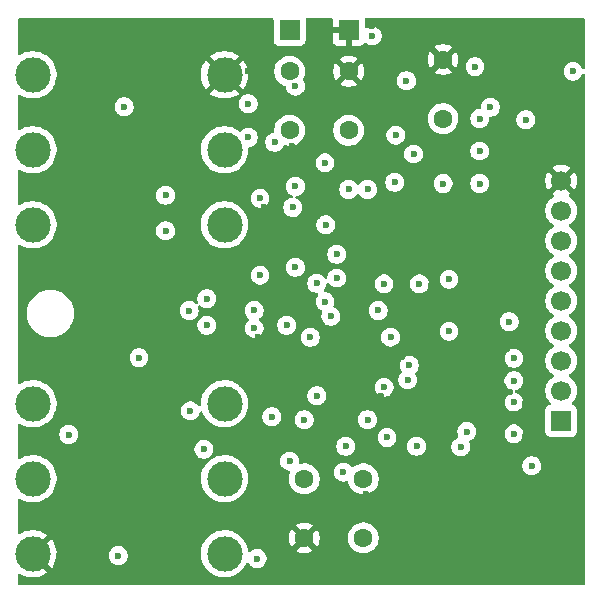
<source format=gbr>
%TF.GenerationSoftware,KiCad,Pcbnew,9.0.4*%
%TF.CreationDate,2025-09-24T19:41:08-07:00*%
%TF.ProjectId,LE_FRONTEND,4c455f46-524f-44e5-9445-4e442e6b6963,rev?*%
%TF.SameCoordinates,Original*%
%TF.FileFunction,Copper,L2,Inr*%
%TF.FilePolarity,Positive*%
%FSLAX46Y46*%
G04 Gerber Fmt 4.6, Leading zero omitted, Abs format (unit mm)*
G04 Created by KiCad (PCBNEW 9.0.4) date 2025-09-24 19:41:08*
%MOMM*%
%LPD*%
G01*
G04 APERTURE LIST*
%TA.AperFunction,ComponentPad*%
%ADD10R,1.700000X1.700000*%
%TD*%
%TA.AperFunction,ComponentPad*%
%ADD11C,1.700000*%
%TD*%
%TA.AperFunction,ComponentPad*%
%ADD12C,1.600000*%
%TD*%
%TA.AperFunction,ComponentPad*%
%ADD13C,3.000000*%
%TD*%
%TA.AperFunction,ViaPad*%
%ADD14C,0.600000*%
%TD*%
G04 APERTURE END LIST*
D10*
%TO.N,/SCK*%
%TO.C,J3*%
X112500000Y-146580000D03*
D11*
%TO.N,/{slash}CS*%
X112500000Y-144040000D03*
%TO.N,/SDI*%
X112500000Y-141500000D03*
%TO.N,/SDO*%
X112500000Y-138960000D03*
%TO.N,/{slash}IRQ*%
X112500000Y-136420000D03*
%TO.N,/MCLK*%
X112500000Y-133880000D03*
%TO.N,+3V3_DIG*%
X112500000Y-131340000D03*
%TO.N,Vin*%
X112500000Y-128800000D03*
%TO.N,GND*%
X112500000Y-126260000D03*
%TD*%
D12*
%TO.N,GND*%
%TO.C,C2*%
X94500000Y-117000000D03*
%TO.N,/IN+*%
X94500000Y-122000000D03*
%TD*%
D13*
%TO.N,N/C*%
%TO.C,J5*%
X67770000Y-151500000D03*
X84000000Y-151500000D03*
%TO.N,GND*%
X67770000Y-157850000D03*
%TO.N,N/C*%
X84000000Y-157850000D03*
%TO.N,/OUTPUT_SIG*%
X67770000Y-145150000D03*
%TO.N,N/C*%
X84000000Y-145150000D03*
%TD*%
D12*
%TO.N,GND*%
%TO.C,C21*%
X90750000Y-156500000D03*
%TO.N,/U1_INPUT_SIG*%
X90750000Y-151500000D03*
%TD*%
%TO.N,/U1_OUTPUT_SIG*%
%TO.C,C24*%
X95750000Y-151500000D03*
%TO.N,/OUTPUT_SIG*%
X95750000Y-156500000D03*
%TD*%
D13*
%TO.N,N/C*%
%TO.C,J1*%
X84000000Y-123650000D03*
X67770000Y-123650000D03*
%TO.N,GND*%
X84000000Y-117300000D03*
%TO.N,N/C*%
X67770000Y-117300000D03*
%TO.N,/POS_INPUT_SIG*%
X84000000Y-130000000D03*
%TO.N,N/C*%
X67770000Y-130000000D03*
%TD*%
D12*
%TO.N,/POS_INPUT_SIG*%
%TO.C,C1*%
X89500000Y-122000000D03*
%TO.N,Net-(U9A-+)*%
X89500000Y-117000000D03*
%TD*%
D10*
%TO.N,/Neg_input_Header*%
%TO.C,J2*%
X89500000Y-113500000D03*
%TD*%
D12*
%TO.N,GND*%
%TO.C,C3*%
X102500000Y-116000000D03*
%TO.N,/IN-*%
X102500000Y-121000000D03*
%TD*%
D10*
%TO.N,GND*%
%TO.C,J6*%
X94500000Y-113500000D03*
%TD*%
D14*
%TO.N,+3V3_Analog*%
X75500000Y-120000000D03*
X75000000Y-158000000D03*
X113500000Y-117000000D03*
X82500000Y-136250000D03*
X104000000Y-148800000D03*
X105200000Y-116600000D03*
X105600000Y-121000000D03*
X86750000Y-158250000D03*
X98400000Y-126400000D03*
X103000000Y-134600000D03*
X105600000Y-126500000D03*
X91810000Y-144475000D03*
X98050000Y-139500000D03*
X79000000Y-130500000D03*
X98500000Y-122400000D03*
X91810000Y-134950000D03*
X105600000Y-123750000D03*
X100250000Y-148750000D03*
X93500000Y-132500000D03*
X86000000Y-119750000D03*
X106500000Y-120050000D03*
X86000000Y-122600000D03*
X110000000Y-150400000D03*
X82250000Y-149000000D03*
X97000000Y-137250000D03*
X76750000Y-141250000D03*
X93500000Y-134500000D03*
X109500000Y-121100000D03*
X82500000Y-138500000D03*
X103000000Y-139000000D03*
X99400000Y-117800000D03*
%TO.N,GND*%
X107225000Y-123400000D03*
X97250000Y-123250000D03*
X101500000Y-135200000D03*
X96004952Y-152774758D03*
X105600000Y-153000000D03*
X106500000Y-118500000D03*
X75500000Y-131000000D03*
X108134761Y-144122205D03*
X99000000Y-141200000D03*
X107900000Y-140500000D03*
X95300000Y-139500000D03*
X101000000Y-127750000D03*
X74000000Y-145000000D03*
X86000000Y-117000000D03*
X108000000Y-113500000D03*
X104000000Y-119950000D03*
X101950000Y-142500000D03*
X109400000Y-145200000D03*
X70000000Y-158000000D03*
X109500000Y-117862500D03*
X87357772Y-128465544D03*
X89699999Y-123284524D03*
X79000000Y-138000000D03*
X95573514Y-149474986D03*
X108000000Y-153000000D03*
X103200000Y-158000000D03*
X103200000Y-153000000D03*
X104000000Y-122350000D03*
X109463677Y-147984853D03*
X89250000Y-146250000D03*
X113300000Y-122700000D03*
X79000000Y-143850000D03*
X97250000Y-144500000D03*
X104000000Y-115000000D03*
X85500000Y-143500000D03*
X110400000Y-158000000D03*
X101500000Y-137600000D03*
X96500000Y-113199997D03*
X101500000Y-140000000D03*
X104000000Y-117550000D03*
X103500000Y-132750000D03*
X108000000Y-158000000D03*
X110400000Y-153000000D03*
X104000000Y-124750000D03*
X86853108Y-139457432D03*
X100500000Y-132650000D03*
X105600000Y-158000000D03*
X80000000Y-128100000D03*
X79500000Y-134000000D03*
%TO.N,/U1_REFERENCE_NON-INVERTING*%
X80999228Y-137251070D03*
X89270000Y-138500000D03*
X86497017Y-138741051D03*
%TO.N,/IN+*%
X97500000Y-135000000D03*
X96100000Y-127000000D03*
%TO.N,/IN-*%
X100500000Y-135000000D03*
X102500000Y-126500000D03*
%TO.N,/U9_input_neg*%
X87000000Y-127750000D03*
X87000000Y-134250000D03*
%TO.N,/POS_INPUT_SIG*%
X88250000Y-123000000D03*
X79000000Y-127500000D03*
%TO.N,/Neg_input_Header*%
X90000000Y-126750000D03*
X96500000Y-114000000D03*
%TO.N,/VOUT*%
X99500000Y-143100000D03*
X97750000Y-148000000D03*
%TO.N,/SDO*%
X108500000Y-145000000D03*
%TO.N,/SCK*%
X108100000Y-138200000D03*
X108496338Y-143185267D03*
%TO.N,/SDI*%
X108500000Y-141300003D03*
%TO.N,/{slash}CS*%
X108500000Y-147700000D03*
%TO.N,Net-(U9A-+)*%
X89772501Y-128522501D03*
X92500000Y-136500000D03*
X90000000Y-118250000D03*
%TO.N,/2V5*%
X97502983Y-143741051D03*
X81100000Y-145750000D03*
%TO.N,/1V2*%
X91250000Y-139525000D03*
X86500000Y-137250000D03*
X93000000Y-137750000D03*
%TO.N,Net-(U5-\u002ACS)*%
X104500000Y-147500000D03*
X99641987Y-141900000D03*
%TO.N,/U1_INPUT_SIG*%
X89500000Y-150000000D03*
X88000000Y-146250000D03*
X94250000Y-148750000D03*
%TO.N,/U1_OUTPUT_SIG*%
X90750000Y-146500000D03*
X94066040Y-150933960D03*
%TO.N,/U9_output_neg*%
X92500000Y-124750000D03*
X90000000Y-133600000D03*
X100000000Y-124000000D03*
%TO.N,/OUTPUT_SIG*%
X96100000Y-146493675D03*
X70800000Y-147750000D03*
%TO.N,/U9_output_pos*%
X92575000Y-130000000D03*
X94500000Y-127000000D03*
%TD*%
%TA.AperFunction,Conductor*%
%TO.N,GND*%
G36*
X88092539Y-112519685D02*
G01*
X88138294Y-112572489D01*
X88149500Y-112624000D01*
X88149500Y-114397870D01*
X88149501Y-114397876D01*
X88155908Y-114457483D01*
X88206202Y-114592328D01*
X88206206Y-114592335D01*
X88292452Y-114707544D01*
X88292455Y-114707547D01*
X88407664Y-114793793D01*
X88407671Y-114793797D01*
X88542517Y-114844091D01*
X88542516Y-114844091D01*
X88546265Y-114844494D01*
X88602127Y-114850500D01*
X90397872Y-114850499D01*
X90457483Y-114844091D01*
X90592331Y-114793796D01*
X90707546Y-114707546D01*
X90793796Y-114592331D01*
X90844091Y-114457483D01*
X90850500Y-114397873D01*
X90850499Y-113500000D01*
X90850499Y-112624000D01*
X90870183Y-112556961D01*
X90922987Y-112511206D01*
X90974499Y-112500000D01*
X93026000Y-112500000D01*
X93093039Y-112519685D01*
X93138794Y-112572489D01*
X93150000Y-112624000D01*
X93150000Y-113250000D01*
X94066988Y-113250000D01*
X94034075Y-113307007D01*
X94000000Y-113434174D01*
X94000000Y-113565826D01*
X94034075Y-113692993D01*
X94066988Y-113750000D01*
X93150000Y-113750000D01*
X93150000Y-114397844D01*
X93156401Y-114457372D01*
X93156403Y-114457379D01*
X93206645Y-114592086D01*
X93206649Y-114592093D01*
X93292809Y-114707187D01*
X93292812Y-114707190D01*
X93407906Y-114793350D01*
X93407913Y-114793354D01*
X93542620Y-114843596D01*
X93542627Y-114843598D01*
X93602155Y-114849999D01*
X93602172Y-114850000D01*
X94250000Y-114850000D01*
X94250000Y-113933012D01*
X94307007Y-113965925D01*
X94434174Y-114000000D01*
X94565826Y-114000000D01*
X94692993Y-113965925D01*
X94750000Y-113933012D01*
X94750000Y-114850000D01*
X95397828Y-114850000D01*
X95397844Y-114849999D01*
X95449041Y-114844494D01*
X95449043Y-114844494D01*
X95457373Y-114843598D01*
X95457379Y-114843596D01*
X95592086Y-114793354D01*
X95592093Y-114793350D01*
X95707187Y-114707190D01*
X95707190Y-114707187D01*
X95778943Y-114611339D01*
X95834876Y-114569468D01*
X95904568Y-114564484D01*
X95965890Y-114597969D01*
X95989707Y-114621786D01*
X95989711Y-114621789D01*
X96120814Y-114709390D01*
X96120827Y-114709397D01*
X96266498Y-114769735D01*
X96266503Y-114769737D01*
X96421153Y-114800499D01*
X96421156Y-114800500D01*
X96421158Y-114800500D01*
X96578844Y-114800500D01*
X96578845Y-114800499D01*
X96733497Y-114769737D01*
X96879179Y-114709394D01*
X97010289Y-114621789D01*
X97121789Y-114510289D01*
X97209394Y-114379179D01*
X97269737Y-114233497D01*
X97300500Y-114078842D01*
X97300500Y-113921158D01*
X97300500Y-113921155D01*
X97300499Y-113921153D01*
X97269738Y-113766510D01*
X97269737Y-113766503D01*
X97241627Y-113698638D01*
X97209397Y-113620827D01*
X97209390Y-113620814D01*
X97121789Y-113489711D01*
X97121786Y-113489707D01*
X97010292Y-113378213D01*
X97010288Y-113378210D01*
X96879185Y-113290609D01*
X96879172Y-113290602D01*
X96733501Y-113230264D01*
X96733489Y-113230261D01*
X96578845Y-113199500D01*
X96578842Y-113199500D01*
X96421158Y-113199500D01*
X96421155Y-113199500D01*
X96266510Y-113230261D01*
X96266498Y-113230264D01*
X96120827Y-113290602D01*
X96120816Y-113290608D01*
X96042890Y-113342677D01*
X95976213Y-113363554D01*
X95908833Y-113345069D01*
X95862143Y-113293090D01*
X95850000Y-113239574D01*
X95850000Y-112624000D01*
X95869685Y-112556961D01*
X95922489Y-112511206D01*
X95974000Y-112500000D01*
X114376000Y-112500000D01*
X114443039Y-112519685D01*
X114488794Y-112572489D01*
X114500000Y-112624000D01*
X114500000Y-116699016D01*
X114480315Y-116766055D01*
X114427511Y-116811810D01*
X114358353Y-116821754D01*
X114294797Y-116792729D01*
X114261439Y-116746469D01*
X114209395Y-116620823D01*
X114209390Y-116620814D01*
X114121789Y-116489711D01*
X114121786Y-116489707D01*
X114010292Y-116378213D01*
X114010288Y-116378210D01*
X113879185Y-116290609D01*
X113879172Y-116290602D01*
X113733501Y-116230264D01*
X113733489Y-116230261D01*
X113578845Y-116199500D01*
X113578842Y-116199500D01*
X113421158Y-116199500D01*
X113421155Y-116199500D01*
X113266510Y-116230261D01*
X113266498Y-116230264D01*
X113120827Y-116290602D01*
X113120814Y-116290609D01*
X112989711Y-116378210D01*
X112989707Y-116378213D01*
X112878213Y-116489707D01*
X112878210Y-116489711D01*
X112790609Y-116620814D01*
X112790602Y-116620827D01*
X112730264Y-116766498D01*
X112730261Y-116766510D01*
X112699500Y-116921153D01*
X112699500Y-117078846D01*
X112730261Y-117233489D01*
X112730264Y-117233501D01*
X112790602Y-117379172D01*
X112790609Y-117379185D01*
X112878210Y-117510288D01*
X112878213Y-117510292D01*
X112989707Y-117621786D01*
X112989711Y-117621789D01*
X113120814Y-117709390D01*
X113120827Y-117709397D01*
X113194013Y-117739711D01*
X113266503Y-117769737D01*
X113421153Y-117800499D01*
X113421156Y-117800500D01*
X113421158Y-117800500D01*
X113578844Y-117800500D01*
X113578845Y-117800499D01*
X113733497Y-117769737D01*
X113879179Y-117709394D01*
X114010289Y-117621789D01*
X114121789Y-117510289D01*
X114209394Y-117379179D01*
X114213306Y-117369735D01*
X114261439Y-117253531D01*
X114305280Y-117199127D01*
X114371574Y-117177062D01*
X114439273Y-117194341D01*
X114486884Y-117245478D01*
X114500000Y-117300983D01*
X114500000Y-160376000D01*
X114480315Y-160443039D01*
X114427511Y-160488794D01*
X114376000Y-160500000D01*
X66624000Y-160500000D01*
X66556961Y-160480315D01*
X66511206Y-160427511D01*
X66500000Y-160376000D01*
X66500000Y-159640939D01*
X66519685Y-159573900D01*
X66572489Y-159528145D01*
X66641647Y-159518201D01*
X66686001Y-159533552D01*
X66883524Y-159647593D01*
X66883528Y-159647595D01*
X67125744Y-159747924D01*
X67378979Y-159815777D01*
X67378990Y-159815779D01*
X67638905Y-159849999D01*
X67638920Y-159850000D01*
X67901080Y-159850000D01*
X67901094Y-159849999D01*
X68161009Y-159815779D01*
X68161020Y-159815777D01*
X68414255Y-159747924D01*
X68656471Y-159647595D01*
X68656482Y-159647590D01*
X68883516Y-159516511D01*
X68883534Y-159516499D01*
X68996365Y-159429919D01*
X68996365Y-159429917D01*
X68055757Y-158489309D01*
X68101574Y-158470332D01*
X68216224Y-158393726D01*
X68313726Y-158296224D01*
X68390332Y-158181574D01*
X68409309Y-158135757D01*
X69349917Y-159076365D01*
X69349919Y-159076365D01*
X69436499Y-158963534D01*
X69436511Y-158963516D01*
X69567590Y-158736482D01*
X69567595Y-158736471D01*
X69667924Y-158494255D01*
X69735777Y-158241020D01*
X69735779Y-158241009D01*
X69769999Y-157981094D01*
X69770000Y-157981080D01*
X69770000Y-157921153D01*
X74199500Y-157921153D01*
X74199500Y-158078846D01*
X74230261Y-158233489D01*
X74230264Y-158233501D01*
X74290602Y-158379172D01*
X74290609Y-158379185D01*
X74378210Y-158510288D01*
X74378213Y-158510292D01*
X74489707Y-158621786D01*
X74489711Y-158621789D01*
X74620814Y-158709390D01*
X74620827Y-158709397D01*
X74766498Y-158769735D01*
X74766503Y-158769737D01*
X74921153Y-158800499D01*
X74921156Y-158800500D01*
X74921158Y-158800500D01*
X75078844Y-158800500D01*
X75078845Y-158800499D01*
X75233497Y-158769737D01*
X75379179Y-158709394D01*
X75510289Y-158621789D01*
X75621789Y-158510289D01*
X75709394Y-158379179D01*
X75769737Y-158233497D01*
X75800500Y-158078842D01*
X75800500Y-157921158D01*
X75800500Y-157921155D01*
X75800499Y-157921153D01*
X75776400Y-157800000D01*
X75769737Y-157766503D01*
X75750008Y-157718872D01*
X81999500Y-157718872D01*
X81999500Y-157981127D01*
X82024519Y-158171153D01*
X82033730Y-158241116D01*
X82098677Y-158483501D01*
X82101602Y-158494418D01*
X82101605Y-158494428D01*
X82201953Y-158736690D01*
X82201958Y-158736700D01*
X82333075Y-158963803D01*
X82492718Y-159171851D01*
X82492726Y-159171860D01*
X82678140Y-159357274D01*
X82678148Y-159357281D01*
X82886196Y-159516924D01*
X83113299Y-159648041D01*
X83113309Y-159648046D01*
X83355571Y-159748394D01*
X83355581Y-159748398D01*
X83608884Y-159816270D01*
X83857188Y-159848960D01*
X83865074Y-159849999D01*
X83868880Y-159850500D01*
X83868887Y-159850500D01*
X84131113Y-159850500D01*
X84131120Y-159850500D01*
X84391116Y-159816270D01*
X84644419Y-159748398D01*
X84886697Y-159648043D01*
X85113803Y-159516924D01*
X85321851Y-159357282D01*
X85321855Y-159357277D01*
X85321860Y-159357274D01*
X85507274Y-159171860D01*
X85507277Y-159171855D01*
X85507282Y-159171851D01*
X85666924Y-158963803D01*
X85798043Y-158736697D01*
X85829582Y-158660554D01*
X85873422Y-158606151D01*
X85939716Y-158584086D01*
X86007416Y-158601365D01*
X86047245Y-158639116D01*
X86128210Y-158760288D01*
X86128213Y-158760292D01*
X86239707Y-158871786D01*
X86239711Y-158871789D01*
X86370814Y-158959390D01*
X86370827Y-158959397D01*
X86516498Y-159019735D01*
X86516503Y-159019737D01*
X86671153Y-159050499D01*
X86671156Y-159050500D01*
X86671158Y-159050500D01*
X86828844Y-159050500D01*
X86828845Y-159050499D01*
X86983497Y-159019737D01*
X87129179Y-158959394D01*
X87260289Y-158871789D01*
X87371789Y-158760289D01*
X87459394Y-158629179D01*
X87519737Y-158483497D01*
X87550500Y-158328842D01*
X87550500Y-158171158D01*
X87550500Y-158171155D01*
X87550499Y-158171153D01*
X87519738Y-158016510D01*
X87519737Y-158016503D01*
X87505070Y-157981094D01*
X87459397Y-157870827D01*
X87459390Y-157870814D01*
X87371789Y-157739711D01*
X87371786Y-157739707D01*
X87260292Y-157628213D01*
X87260288Y-157628210D01*
X87129185Y-157540609D01*
X87129172Y-157540602D01*
X86983501Y-157480264D01*
X86983489Y-157480261D01*
X86828845Y-157449500D01*
X86828842Y-157449500D01*
X86671158Y-157449500D01*
X86671155Y-157449500D01*
X86516510Y-157480261D01*
X86516498Y-157480264D01*
X86370827Y-157540602D01*
X86370814Y-157540609D01*
X86239711Y-157628210D01*
X86239706Y-157628214D01*
X86195579Y-157672341D01*
X86134256Y-157705825D01*
X86064564Y-157700840D01*
X86008631Y-157658968D01*
X85984960Y-157600845D01*
X85982146Y-157579474D01*
X85966270Y-157458884D01*
X85898398Y-157205581D01*
X85888361Y-157181349D01*
X85798046Y-156963309D01*
X85798041Y-156963299D01*
X85666924Y-156736196D01*
X85507281Y-156528148D01*
X85507274Y-156528140D01*
X85376816Y-156397682D01*
X89450000Y-156397682D01*
X89450000Y-156602317D01*
X89482009Y-156804417D01*
X89545244Y-156999031D01*
X89638141Y-157181350D01*
X89638147Y-157181359D01*
X89670523Y-157225921D01*
X89670524Y-157225922D01*
X90350000Y-156546446D01*
X90350000Y-156552661D01*
X90377259Y-156654394D01*
X90429920Y-156745606D01*
X90504394Y-156820080D01*
X90595606Y-156872741D01*
X90697339Y-156900000D01*
X90703553Y-156900000D01*
X90024076Y-157579474D01*
X90068650Y-157611859D01*
X90250968Y-157704755D01*
X90445582Y-157767990D01*
X90647683Y-157800000D01*
X90852317Y-157800000D01*
X91054417Y-157767990D01*
X91249031Y-157704755D01*
X91431349Y-157611859D01*
X91475921Y-157579474D01*
X90796447Y-156900000D01*
X90802661Y-156900000D01*
X90904394Y-156872741D01*
X90995606Y-156820080D01*
X91070080Y-156745606D01*
X91122741Y-156654394D01*
X91150000Y-156552661D01*
X91150000Y-156546447D01*
X91829474Y-157225921D01*
X91861859Y-157181349D01*
X91954755Y-156999031D01*
X92017990Y-156804417D01*
X92050000Y-156602317D01*
X92050000Y-156397682D01*
X92049995Y-156397648D01*
X94449500Y-156397648D01*
X94449500Y-156602351D01*
X94481522Y-156804534D01*
X94544781Y-156999223D01*
X94608691Y-157124653D01*
X94637585Y-157181359D01*
X94637715Y-157181613D01*
X94758028Y-157347213D01*
X94902786Y-157491971D01*
X95023226Y-157579474D01*
X95068390Y-157612287D01*
X95184607Y-157671503D01*
X95250776Y-157705218D01*
X95250778Y-157705218D01*
X95250781Y-157705220D01*
X95355137Y-157739127D01*
X95445465Y-157768477D01*
X95524885Y-157781056D01*
X95647648Y-157800500D01*
X95647649Y-157800500D01*
X95852351Y-157800500D01*
X95852352Y-157800500D01*
X96054534Y-157768477D01*
X96249219Y-157705220D01*
X96431610Y-157612287D01*
X96560800Y-157518426D01*
X96597213Y-157491971D01*
X96597215Y-157491968D01*
X96597219Y-157491966D01*
X96741966Y-157347219D01*
X96741968Y-157347215D01*
X96741971Y-157347213D01*
X96826938Y-157230264D01*
X96862287Y-157181610D01*
X96955220Y-156999219D01*
X97018477Y-156804534D01*
X97050500Y-156602352D01*
X97050500Y-156397648D01*
X97030295Y-156270080D01*
X97018477Y-156195465D01*
X96971847Y-156051953D01*
X96955220Y-156000781D01*
X96955218Y-156000778D01*
X96955218Y-156000776D01*
X96895579Y-155883730D01*
X96862287Y-155818390D01*
X96830092Y-155774077D01*
X96741971Y-155652786D01*
X96597213Y-155508028D01*
X96431613Y-155387715D01*
X96431612Y-155387714D01*
X96431610Y-155387713D01*
X96374653Y-155358691D01*
X96249223Y-155294781D01*
X96054534Y-155231522D01*
X95879995Y-155203878D01*
X95852352Y-155199500D01*
X95647648Y-155199500D01*
X95623329Y-155203351D01*
X95445465Y-155231522D01*
X95250776Y-155294781D01*
X95068386Y-155387715D01*
X94902786Y-155508028D01*
X94758028Y-155652786D01*
X94637715Y-155818386D01*
X94544781Y-156000776D01*
X94481522Y-156195465D01*
X94449500Y-156397648D01*
X92049995Y-156397648D01*
X92017990Y-156195582D01*
X91954755Y-156000968D01*
X91861859Y-155818650D01*
X91829474Y-155774077D01*
X91829474Y-155774076D01*
X91150000Y-156453551D01*
X91150000Y-156447339D01*
X91122741Y-156345606D01*
X91070080Y-156254394D01*
X90995606Y-156179920D01*
X90904394Y-156127259D01*
X90802661Y-156100000D01*
X90796446Y-156100000D01*
X91475922Y-155420524D01*
X91475921Y-155420523D01*
X91431359Y-155388147D01*
X91431350Y-155388141D01*
X91249031Y-155295244D01*
X91054417Y-155232009D01*
X90852317Y-155200000D01*
X90647683Y-155200000D01*
X90445582Y-155232009D01*
X90250968Y-155295244D01*
X90068644Y-155388143D01*
X90024077Y-155420523D01*
X90024077Y-155420524D01*
X90703554Y-156100000D01*
X90697339Y-156100000D01*
X90595606Y-156127259D01*
X90504394Y-156179920D01*
X90429920Y-156254394D01*
X90377259Y-156345606D01*
X90350000Y-156447339D01*
X90350000Y-156453553D01*
X89670524Y-155774077D01*
X89670523Y-155774077D01*
X89638143Y-155818644D01*
X89545244Y-156000968D01*
X89482009Y-156195582D01*
X89450000Y-156397682D01*
X85376816Y-156397682D01*
X85321860Y-156342726D01*
X85321851Y-156342718D01*
X85113803Y-156183075D01*
X84886700Y-156051958D01*
X84886690Y-156051953D01*
X84644428Y-155951605D01*
X84644421Y-155951603D01*
X84644419Y-155951602D01*
X84391116Y-155883730D01*
X84333339Y-155876123D01*
X84131127Y-155849500D01*
X84131120Y-155849500D01*
X83868880Y-155849500D01*
X83868872Y-155849500D01*
X83637772Y-155879926D01*
X83608884Y-155883730D01*
X83355581Y-155951602D01*
X83355571Y-155951605D01*
X83113309Y-156051953D01*
X83113299Y-156051958D01*
X82886196Y-156183075D01*
X82678148Y-156342718D01*
X82492718Y-156528148D01*
X82333075Y-156736196D01*
X82201958Y-156963299D01*
X82201953Y-156963309D01*
X82101605Y-157205571D01*
X82101602Y-157205581D01*
X82033730Y-157458884D01*
X82033716Y-157458990D01*
X81999500Y-157718872D01*
X75750008Y-157718872D01*
X75719748Y-157645818D01*
X75709397Y-157620827D01*
X75709390Y-157620814D01*
X75621789Y-157489711D01*
X75621786Y-157489707D01*
X75510292Y-157378213D01*
X75510288Y-157378210D01*
X75379185Y-157290609D01*
X75379172Y-157290602D01*
X75233501Y-157230264D01*
X75233489Y-157230261D01*
X75078845Y-157199500D01*
X75078842Y-157199500D01*
X74921158Y-157199500D01*
X74921155Y-157199500D01*
X74766510Y-157230261D01*
X74766498Y-157230264D01*
X74620827Y-157290602D01*
X74620814Y-157290609D01*
X74489711Y-157378210D01*
X74489707Y-157378213D01*
X74378213Y-157489707D01*
X74378210Y-157489711D01*
X74290609Y-157620814D01*
X74290602Y-157620827D01*
X74230264Y-157766498D01*
X74230261Y-157766510D01*
X74199500Y-157921153D01*
X69770000Y-157921153D01*
X69770000Y-157718919D01*
X69769999Y-157718905D01*
X69735779Y-157458990D01*
X69735777Y-157458979D01*
X69667924Y-157205744D01*
X69567595Y-156963528D01*
X69567590Y-156963517D01*
X69436511Y-156736483D01*
X69436505Y-156736475D01*
X69349918Y-156623633D01*
X69349917Y-156623633D01*
X68409309Y-157564242D01*
X68390332Y-157518426D01*
X68313726Y-157403776D01*
X68216224Y-157306274D01*
X68101574Y-157229668D01*
X68055755Y-157210689D01*
X68996365Y-156270080D01*
X68883524Y-156183494D01*
X68883516Y-156183488D01*
X68656482Y-156052409D01*
X68656471Y-156052404D01*
X68414255Y-155952075D01*
X68161020Y-155884222D01*
X68161009Y-155884220D01*
X67901094Y-155850000D01*
X67638905Y-155850000D01*
X67378990Y-155884220D01*
X67378979Y-155884222D01*
X67125744Y-155952075D01*
X66883528Y-156052404D01*
X66883517Y-156052409D01*
X66686000Y-156166446D01*
X66618100Y-156182919D01*
X66552073Y-156160066D01*
X66508882Y-156105145D01*
X66500000Y-156059059D01*
X66500000Y-153291517D01*
X66519685Y-153224478D01*
X66572489Y-153178723D01*
X66641647Y-153168779D01*
X66685997Y-153184128D01*
X66883303Y-153298043D01*
X66883305Y-153298043D01*
X66883309Y-153298046D01*
X67125571Y-153398394D01*
X67125581Y-153398398D01*
X67378884Y-153466270D01*
X67638880Y-153500500D01*
X67638887Y-153500500D01*
X67901113Y-153500500D01*
X67901120Y-153500500D01*
X68161116Y-153466270D01*
X68414419Y-153398398D01*
X68656697Y-153298043D01*
X68883803Y-153166924D01*
X69091851Y-153007282D01*
X69091855Y-153007277D01*
X69091860Y-153007274D01*
X69277274Y-152821860D01*
X69277277Y-152821855D01*
X69277282Y-152821851D01*
X69436924Y-152613803D01*
X69568043Y-152386697D01*
X69668398Y-152144419D01*
X69736270Y-151891116D01*
X69770500Y-151631120D01*
X69770500Y-151368880D01*
X69770499Y-151368872D01*
X81999500Y-151368872D01*
X81999500Y-151631127D01*
X82021012Y-151794515D01*
X82033730Y-151891116D01*
X82062696Y-151999219D01*
X82101602Y-152144418D01*
X82101605Y-152144428D01*
X82201953Y-152386690D01*
X82201958Y-152386700D01*
X82333075Y-152613803D01*
X82492718Y-152821851D01*
X82492726Y-152821860D01*
X82678140Y-153007274D01*
X82678148Y-153007281D01*
X82886196Y-153166924D01*
X83113299Y-153298041D01*
X83113309Y-153298046D01*
X83355571Y-153398394D01*
X83355581Y-153398398D01*
X83608884Y-153466270D01*
X83868880Y-153500500D01*
X83868887Y-153500500D01*
X84131113Y-153500500D01*
X84131120Y-153500500D01*
X84391116Y-153466270D01*
X84644419Y-153398398D01*
X84886697Y-153298043D01*
X85113803Y-153166924D01*
X85321851Y-153007282D01*
X85321855Y-153007277D01*
X85321860Y-153007274D01*
X85507274Y-152821860D01*
X85507277Y-152821855D01*
X85507282Y-152821851D01*
X85666924Y-152613803D01*
X85798043Y-152386697D01*
X85898398Y-152144419D01*
X85966270Y-151891116D01*
X86000500Y-151631120D01*
X86000500Y-151368880D01*
X85966270Y-151108884D01*
X85898398Y-150855581D01*
X85898204Y-150855113D01*
X85798046Y-150613309D01*
X85798041Y-150613299D01*
X85666924Y-150386196D01*
X85507281Y-150178148D01*
X85507274Y-150178140D01*
X85321860Y-149992726D01*
X85321851Y-149992718D01*
X85228587Y-149921153D01*
X88699500Y-149921153D01*
X88699500Y-150078846D01*
X88730261Y-150233489D01*
X88730264Y-150233501D01*
X88790602Y-150379172D01*
X88790609Y-150379185D01*
X88878210Y-150510288D01*
X88878213Y-150510292D01*
X88989707Y-150621786D01*
X88989711Y-150621789D01*
X89120814Y-150709390D01*
X89120827Y-150709397D01*
X89266498Y-150769735D01*
X89266503Y-150769737D01*
X89421153Y-150800499D01*
X89421156Y-150800500D01*
X89444478Y-150800500D01*
X89511517Y-150820185D01*
X89557272Y-150872989D01*
X89567216Y-150942147D01*
X89554963Y-150980794D01*
X89544782Y-151000773D01*
X89481522Y-151195465D01*
X89449500Y-151397648D01*
X89449500Y-151602351D01*
X89481522Y-151804534D01*
X89544781Y-151999223D01*
X89637715Y-152181613D01*
X89758028Y-152347213D01*
X89902786Y-152491971D01*
X90057749Y-152604556D01*
X90068390Y-152612287D01*
X90184607Y-152671503D01*
X90250776Y-152705218D01*
X90250778Y-152705218D01*
X90250781Y-152705220D01*
X90355137Y-152739127D01*
X90445465Y-152768477D01*
X90546557Y-152784488D01*
X90647648Y-152800500D01*
X90647649Y-152800500D01*
X90852351Y-152800500D01*
X90852352Y-152800500D01*
X91054534Y-152768477D01*
X91249219Y-152705220D01*
X91431610Y-152612287D01*
X91524590Y-152544732D01*
X91597213Y-152491971D01*
X91597215Y-152491968D01*
X91597219Y-152491966D01*
X91741966Y-152347219D01*
X91741968Y-152347215D01*
X91741971Y-152347213D01*
X91794732Y-152274590D01*
X91862287Y-152181610D01*
X91955220Y-151999219D01*
X92018477Y-151804534D01*
X92050500Y-151602352D01*
X92050500Y-151397648D01*
X92018477Y-151195466D01*
X92010117Y-151169738D01*
X91990511Y-151109397D01*
X91955220Y-151000781D01*
X91925344Y-150942147D01*
X91906581Y-150905321D01*
X91890107Y-150872989D01*
X91880999Y-150855113D01*
X93265540Y-150855113D01*
X93265540Y-151012806D01*
X93296301Y-151167449D01*
X93296304Y-151167461D01*
X93356642Y-151313132D01*
X93356649Y-151313145D01*
X93444250Y-151444248D01*
X93444253Y-151444252D01*
X93555747Y-151555746D01*
X93555751Y-151555749D01*
X93686854Y-151643350D01*
X93686867Y-151643357D01*
X93804033Y-151691888D01*
X93832543Y-151703697D01*
X93987193Y-151734459D01*
X93987196Y-151734460D01*
X93987198Y-151734460D01*
X94144884Y-151734460D01*
X94144885Y-151734459D01*
X94299537Y-151703697D01*
X94310008Y-151699359D01*
X94379475Y-151691888D01*
X94441955Y-151723161D01*
X94477610Y-151783248D01*
X94479935Y-151794515D01*
X94481521Y-151804528D01*
X94481523Y-151804534D01*
X94544780Y-151999219D01*
X94618763Y-152144419D01*
X94637715Y-152181613D01*
X94758028Y-152347213D01*
X94902786Y-152491971D01*
X95057749Y-152604556D01*
X95068390Y-152612287D01*
X95184607Y-152671503D01*
X95250776Y-152705218D01*
X95250778Y-152705218D01*
X95250781Y-152705220D01*
X95355137Y-152739127D01*
X95445465Y-152768477D01*
X95546557Y-152784488D01*
X95647648Y-152800500D01*
X95647649Y-152800500D01*
X95852351Y-152800500D01*
X95852352Y-152800500D01*
X96054534Y-152768477D01*
X96249219Y-152705220D01*
X96431610Y-152612287D01*
X96524590Y-152544732D01*
X96597213Y-152491971D01*
X96597215Y-152491968D01*
X96597219Y-152491966D01*
X96741966Y-152347219D01*
X96741968Y-152347215D01*
X96741971Y-152347213D01*
X96794732Y-152274590D01*
X96862287Y-152181610D01*
X96955220Y-151999219D01*
X97018477Y-151804534D01*
X97050500Y-151602352D01*
X97050500Y-151397648D01*
X97018477Y-151195466D01*
X97010117Y-151169738D01*
X96955218Y-151000776D01*
X96909111Y-150910288D01*
X96862287Y-150818390D01*
X96826939Y-150769737D01*
X96741971Y-150652786D01*
X96597219Y-150508034D01*
X96481102Y-150423671D01*
X96469696Y-150415384D01*
X96469695Y-150415382D01*
X96431613Y-150387715D01*
X96431612Y-150387714D01*
X96431610Y-150387713D01*
X96374653Y-150358691D01*
X96300981Y-150321153D01*
X109199500Y-150321153D01*
X109199500Y-150478846D01*
X109230261Y-150633489D01*
X109230264Y-150633501D01*
X109290602Y-150779172D01*
X109290609Y-150779185D01*
X109378210Y-150910288D01*
X109378213Y-150910292D01*
X109489707Y-151021786D01*
X109489711Y-151021789D01*
X109620814Y-151109390D01*
X109620827Y-151109397D01*
X109761008Y-151167461D01*
X109766503Y-151169737D01*
X109895846Y-151195465D01*
X109921153Y-151200499D01*
X109921156Y-151200500D01*
X109921158Y-151200500D01*
X110078844Y-151200500D01*
X110078845Y-151200499D01*
X110233497Y-151169737D01*
X110379179Y-151109394D01*
X110510289Y-151021789D01*
X110621789Y-150910289D01*
X110709394Y-150779179D01*
X110769737Y-150633497D01*
X110800500Y-150478842D01*
X110800500Y-150321158D01*
X110800500Y-150321155D01*
X110800499Y-150321153D01*
X110781287Y-150224569D01*
X110769737Y-150166503D01*
X110733426Y-150078839D01*
X110709397Y-150020827D01*
X110709390Y-150020814D01*
X110621789Y-149889711D01*
X110621786Y-149889707D01*
X110510292Y-149778213D01*
X110510288Y-149778210D01*
X110379185Y-149690609D01*
X110379172Y-149690602D01*
X110233501Y-149630264D01*
X110233489Y-149630261D01*
X110078845Y-149599500D01*
X110078842Y-149599500D01*
X109921158Y-149599500D01*
X109921155Y-149599500D01*
X109766510Y-149630261D01*
X109766498Y-149630264D01*
X109620827Y-149690602D01*
X109620814Y-149690609D01*
X109489711Y-149778210D01*
X109489707Y-149778213D01*
X109378213Y-149889707D01*
X109378210Y-149889711D01*
X109290609Y-150020814D01*
X109290602Y-150020827D01*
X109230264Y-150166498D01*
X109230261Y-150166510D01*
X109199500Y-150321153D01*
X96300981Y-150321153D01*
X96249223Y-150294781D01*
X96054534Y-150231522D01*
X95879995Y-150203878D01*
X95852352Y-150199500D01*
X95647648Y-150199500D01*
X95623329Y-150203351D01*
X95445465Y-150231522D01*
X95250776Y-150294781D01*
X95068390Y-150387712D01*
X94900361Y-150509792D01*
X94834554Y-150533271D01*
X94766500Y-150517445D01*
X94724374Y-150478364D01*
X94687829Y-150423671D01*
X94687826Y-150423667D01*
X94576332Y-150312173D01*
X94576328Y-150312170D01*
X94445225Y-150224569D01*
X94445212Y-150224562D01*
X94299541Y-150164224D01*
X94299529Y-150164221D01*
X94144885Y-150133460D01*
X94144882Y-150133460D01*
X93987198Y-150133460D01*
X93987195Y-150133460D01*
X93832550Y-150164221D01*
X93832538Y-150164224D01*
X93686867Y-150224562D01*
X93686854Y-150224569D01*
X93555751Y-150312170D01*
X93555747Y-150312173D01*
X93444253Y-150423667D01*
X93444250Y-150423671D01*
X93356649Y-150554774D01*
X93356642Y-150554787D01*
X93296304Y-150700458D01*
X93296301Y-150700470D01*
X93265540Y-150855113D01*
X91880999Y-150855113D01*
X91862287Y-150818390D01*
X91826939Y-150769737D01*
X91741971Y-150652786D01*
X91597213Y-150508028D01*
X91431613Y-150387715D01*
X91431612Y-150387714D01*
X91431610Y-150387713D01*
X91374653Y-150358691D01*
X91249223Y-150294781D01*
X91054534Y-150231522D01*
X90879995Y-150203878D01*
X90852352Y-150199500D01*
X90647648Y-150199500D01*
X90544101Y-150215900D01*
X90440654Y-150232285D01*
X90440305Y-150230082D01*
X90379710Y-150226948D01*
X90322961Y-150186187D01*
X90297258Y-150121217D01*
X90299127Y-150085741D01*
X90300500Y-150078842D01*
X90300500Y-149921158D01*
X90300500Y-149921155D01*
X90300499Y-149921153D01*
X90280581Y-149821018D01*
X90269737Y-149766503D01*
X90246082Y-149709394D01*
X90209397Y-149620827D01*
X90209390Y-149620814D01*
X90121789Y-149489711D01*
X90121786Y-149489707D01*
X90010292Y-149378213D01*
X90010288Y-149378210D01*
X89879185Y-149290609D01*
X89879172Y-149290602D01*
X89733501Y-149230264D01*
X89733489Y-149230261D01*
X89578845Y-149199500D01*
X89578842Y-149199500D01*
X89421158Y-149199500D01*
X89421155Y-149199500D01*
X89266510Y-149230261D01*
X89266498Y-149230264D01*
X89120827Y-149290602D01*
X89120814Y-149290609D01*
X88989711Y-149378210D01*
X88989707Y-149378213D01*
X88878213Y-149489707D01*
X88878210Y-149489711D01*
X88790609Y-149620814D01*
X88790602Y-149620827D01*
X88730264Y-149766498D01*
X88730261Y-149766510D01*
X88699500Y-149921153D01*
X85228587Y-149921153D01*
X85113803Y-149833075D01*
X84886700Y-149701958D01*
X84886690Y-149701953D01*
X84644428Y-149601605D01*
X84644421Y-149601603D01*
X84644419Y-149601602D01*
X84391116Y-149533730D01*
X84333339Y-149526123D01*
X84131127Y-149499500D01*
X84131120Y-149499500D01*
X83868880Y-149499500D01*
X83868872Y-149499500D01*
X83637772Y-149529926D01*
X83608884Y-149533730D01*
X83474500Y-149569738D01*
X83355581Y-149601602D01*
X83355571Y-149601605D01*
X83113309Y-149701953D01*
X83113304Y-149701956D01*
X82907080Y-149821018D01*
X82907068Y-149821025D01*
X82886197Y-149833076D01*
X82858083Y-149854648D01*
X82858055Y-149854668D01*
X82678148Y-149992718D01*
X82492718Y-150178148D01*
X82333075Y-150386196D01*
X82201958Y-150613299D01*
X82201953Y-150613309D01*
X82101605Y-150855571D01*
X82101602Y-150855581D01*
X82033730Y-151108884D01*
X82029926Y-151137772D01*
X81999500Y-151368872D01*
X69770499Y-151368872D01*
X69736270Y-151108884D01*
X69668398Y-150855581D01*
X69668204Y-150855113D01*
X69568046Y-150613309D01*
X69568041Y-150613299D01*
X69436924Y-150386196D01*
X69277281Y-150178148D01*
X69277274Y-150178140D01*
X69091860Y-149992726D01*
X69091851Y-149992718D01*
X68883803Y-149833075D01*
X68656700Y-149701958D01*
X68656690Y-149701953D01*
X68414428Y-149601605D01*
X68414421Y-149601603D01*
X68414419Y-149601602D01*
X68161116Y-149533730D01*
X68103339Y-149526123D01*
X67901127Y-149499500D01*
X67901120Y-149499500D01*
X67638880Y-149499500D01*
X67638872Y-149499500D01*
X67407772Y-149529926D01*
X67378884Y-149533730D01*
X67244500Y-149569738D01*
X67125581Y-149601602D01*
X67125571Y-149601605D01*
X66883309Y-149701953D01*
X66883304Y-149701956D01*
X66685999Y-149815869D01*
X66618099Y-149832341D01*
X66552072Y-149809488D01*
X66508882Y-149754566D01*
X66500000Y-149708481D01*
X66500000Y-148921153D01*
X81449500Y-148921153D01*
X81449500Y-149078846D01*
X81480261Y-149233489D01*
X81480264Y-149233501D01*
X81540602Y-149379172D01*
X81540609Y-149379185D01*
X81628210Y-149510288D01*
X81628213Y-149510292D01*
X81739707Y-149621786D01*
X81739711Y-149621789D01*
X81870814Y-149709390D01*
X81870827Y-149709397D01*
X82008683Y-149766498D01*
X82016503Y-149769737D01*
X82171153Y-149800499D01*
X82171156Y-149800500D01*
X82171158Y-149800500D01*
X82328844Y-149800500D01*
X82328845Y-149800499D01*
X82483497Y-149769737D01*
X82629179Y-149709394D01*
X82760289Y-149621789D01*
X82871789Y-149510289D01*
X82959394Y-149379179D01*
X83019737Y-149233497D01*
X83050500Y-149078842D01*
X83050500Y-148921158D01*
X83050500Y-148921155D01*
X83050499Y-148921153D01*
X83019737Y-148766503D01*
X82980242Y-148671153D01*
X93449500Y-148671153D01*
X93449500Y-148828846D01*
X93480261Y-148983489D01*
X93480264Y-148983501D01*
X93540602Y-149129172D01*
X93540609Y-149129185D01*
X93628210Y-149260288D01*
X93628213Y-149260292D01*
X93739707Y-149371786D01*
X93739711Y-149371789D01*
X93870814Y-149459390D01*
X93870827Y-149459397D01*
X94016498Y-149519735D01*
X94016503Y-149519737D01*
X94171153Y-149550499D01*
X94171156Y-149550500D01*
X94171158Y-149550500D01*
X94328844Y-149550500D01*
X94328845Y-149550499D01*
X94483497Y-149519737D01*
X94629179Y-149459394D01*
X94760289Y-149371789D01*
X94871789Y-149260289D01*
X94959394Y-149129179D01*
X95019737Y-148983497D01*
X95050500Y-148828842D01*
X95050500Y-148671158D01*
X95050500Y-148671155D01*
X95050499Y-148671153D01*
X95029684Y-148566510D01*
X95019737Y-148516503D01*
X95017163Y-148510288D01*
X94959397Y-148370827D01*
X94959390Y-148370814D01*
X94871789Y-148239711D01*
X94871786Y-148239707D01*
X94760292Y-148128213D01*
X94760288Y-148128210D01*
X94629185Y-148040609D01*
X94629173Y-148040602D01*
X94602674Y-148029627D01*
X94483501Y-147980264D01*
X94483489Y-147980261D01*
X94328845Y-147949500D01*
X94328842Y-147949500D01*
X94171158Y-147949500D01*
X94171155Y-147949500D01*
X94016510Y-147980261D01*
X94016498Y-147980264D01*
X93870827Y-148040602D01*
X93870814Y-148040609D01*
X93739711Y-148128210D01*
X93739707Y-148128213D01*
X93628213Y-148239707D01*
X93628210Y-148239711D01*
X93540609Y-148370814D01*
X93540602Y-148370827D01*
X93480264Y-148516498D01*
X93480261Y-148516510D01*
X93449500Y-148671153D01*
X82980242Y-148671153D01*
X82959794Y-148621786D01*
X82959397Y-148620827D01*
X82959390Y-148620814D01*
X82871789Y-148489711D01*
X82871786Y-148489707D01*
X82760292Y-148378213D01*
X82760288Y-148378210D01*
X82629185Y-148290609D01*
X82629172Y-148290602D01*
X82483501Y-148230264D01*
X82483489Y-148230261D01*
X82328845Y-148199500D01*
X82328842Y-148199500D01*
X82171158Y-148199500D01*
X82171155Y-148199500D01*
X82016510Y-148230261D01*
X82016498Y-148230264D01*
X81870827Y-148290602D01*
X81870814Y-148290609D01*
X81739711Y-148378210D01*
X81739707Y-148378213D01*
X81628213Y-148489707D01*
X81628210Y-148489711D01*
X81540609Y-148620814D01*
X81540602Y-148620827D01*
X81480264Y-148766498D01*
X81480261Y-148766510D01*
X81449500Y-148921153D01*
X66500000Y-148921153D01*
X66500000Y-147671153D01*
X69999500Y-147671153D01*
X69999500Y-147828846D01*
X70030261Y-147983489D01*
X70030264Y-147983501D01*
X70090602Y-148129172D01*
X70090609Y-148129185D01*
X70178210Y-148260288D01*
X70178213Y-148260292D01*
X70289707Y-148371786D01*
X70289711Y-148371789D01*
X70420814Y-148459390D01*
X70420827Y-148459397D01*
X70558683Y-148516498D01*
X70566503Y-148519737D01*
X70721153Y-148550499D01*
X70721156Y-148550500D01*
X70721158Y-148550500D01*
X70878844Y-148550500D01*
X70878845Y-148550499D01*
X71033497Y-148519737D01*
X71179179Y-148459394D01*
X71310289Y-148371789D01*
X71421789Y-148260289D01*
X71509394Y-148129179D01*
X71569737Y-147983497D01*
X71582138Y-147921153D01*
X96949500Y-147921153D01*
X96949500Y-148078846D01*
X96980261Y-148233489D01*
X96980264Y-148233501D01*
X97040602Y-148379172D01*
X97040609Y-148379185D01*
X97128210Y-148510288D01*
X97128213Y-148510292D01*
X97239707Y-148621786D01*
X97239711Y-148621789D01*
X97370814Y-148709390D01*
X97370827Y-148709397D01*
X97508683Y-148766498D01*
X97516503Y-148769737D01*
X97671153Y-148800499D01*
X97671156Y-148800500D01*
X97671158Y-148800500D01*
X97828844Y-148800500D01*
X97828845Y-148800499D01*
X97983497Y-148769737D01*
X98121635Y-148712519D01*
X98129172Y-148709397D01*
X98129172Y-148709396D01*
X98129179Y-148709394D01*
X98186411Y-148671153D01*
X99449500Y-148671153D01*
X99449500Y-148828846D01*
X99480261Y-148983489D01*
X99480264Y-148983501D01*
X99540602Y-149129172D01*
X99540609Y-149129185D01*
X99628210Y-149260288D01*
X99628213Y-149260292D01*
X99739707Y-149371786D01*
X99739711Y-149371789D01*
X99870814Y-149459390D01*
X99870827Y-149459397D01*
X100016498Y-149519735D01*
X100016503Y-149519737D01*
X100171153Y-149550499D01*
X100171156Y-149550500D01*
X100171158Y-149550500D01*
X100328844Y-149550500D01*
X100328845Y-149550499D01*
X100483497Y-149519737D01*
X100629179Y-149459394D01*
X100760289Y-149371789D01*
X100871789Y-149260289D01*
X100959394Y-149129179D01*
X101019737Y-148983497D01*
X101050500Y-148828842D01*
X101050500Y-148721153D01*
X103199500Y-148721153D01*
X103199500Y-148878846D01*
X103230261Y-149033489D01*
X103230264Y-149033501D01*
X103290602Y-149179172D01*
X103290609Y-149179185D01*
X103378210Y-149310288D01*
X103378213Y-149310292D01*
X103489707Y-149421786D01*
X103489711Y-149421789D01*
X103620814Y-149509390D01*
X103620827Y-149509397D01*
X103720060Y-149550500D01*
X103766503Y-149569737D01*
X103916131Y-149599500D01*
X103921153Y-149600499D01*
X103921156Y-149600500D01*
X103921158Y-149600500D01*
X104078844Y-149600500D01*
X104078845Y-149600499D01*
X104233497Y-149569737D01*
X104379179Y-149509394D01*
X104510289Y-149421789D01*
X104621789Y-149310289D01*
X104709394Y-149179179D01*
X104769737Y-149033497D01*
X104800500Y-148878842D01*
X104800500Y-148721158D01*
X104800500Y-148721155D01*
X104800499Y-148721153D01*
X104780734Y-148621789D01*
X104769737Y-148566503D01*
X104769735Y-148566498D01*
X104707063Y-148415192D01*
X104709657Y-148414117D01*
X104697904Y-148357466D01*
X104722950Y-148292240D01*
X104774042Y-148252942D01*
X104879179Y-148209394D01*
X105010289Y-148121789D01*
X105121789Y-148010289D01*
X105209394Y-147879179D01*
X105269737Y-147733497D01*
X105292083Y-147621158D01*
X105292084Y-147621153D01*
X107699500Y-147621153D01*
X107699500Y-147778846D01*
X107730261Y-147933489D01*
X107730264Y-147933501D01*
X107790602Y-148079172D01*
X107790609Y-148079185D01*
X107878210Y-148210288D01*
X107878213Y-148210292D01*
X107989707Y-148321786D01*
X107989711Y-148321789D01*
X108120814Y-148409390D01*
X108120827Y-148409397D01*
X108266498Y-148469735D01*
X108266503Y-148469737D01*
X108421153Y-148500499D01*
X108421156Y-148500500D01*
X108421158Y-148500500D01*
X108578844Y-148500500D01*
X108578845Y-148500499D01*
X108733497Y-148469737D01*
X108851592Y-148420821D01*
X108879172Y-148409397D01*
X108879172Y-148409396D01*
X108879179Y-148409394D01*
X109010289Y-148321789D01*
X109121789Y-148210289D01*
X109209394Y-148079179D01*
X109269737Y-147933497D01*
X109300500Y-147778842D01*
X109300500Y-147621158D01*
X109300500Y-147621155D01*
X109300499Y-147621153D01*
X109294476Y-147590874D01*
X109269737Y-147466503D01*
X109250955Y-147421158D01*
X109209397Y-147320827D01*
X109209390Y-147320814D01*
X109121789Y-147189711D01*
X109121786Y-147189707D01*
X109010292Y-147078213D01*
X109010288Y-147078210D01*
X108879185Y-146990609D01*
X108879172Y-146990602D01*
X108733501Y-146930264D01*
X108733489Y-146930261D01*
X108578845Y-146899500D01*
X108578842Y-146899500D01*
X108421158Y-146899500D01*
X108421155Y-146899500D01*
X108266510Y-146930261D01*
X108266498Y-146930264D01*
X108120827Y-146990602D01*
X108120814Y-146990609D01*
X107989711Y-147078210D01*
X107989707Y-147078213D01*
X107878213Y-147189707D01*
X107878210Y-147189711D01*
X107790609Y-147320814D01*
X107790602Y-147320827D01*
X107730264Y-147466498D01*
X107730261Y-147466510D01*
X107699500Y-147621153D01*
X105292084Y-147621153D01*
X105298107Y-147590875D01*
X105298107Y-147590874D01*
X105300500Y-147578844D01*
X105300500Y-147421155D01*
X105300499Y-147421153D01*
X105280543Y-147320827D01*
X105269737Y-147266503D01*
X105268456Y-147263410D01*
X105209397Y-147120827D01*
X105209390Y-147120814D01*
X105121789Y-146989711D01*
X105121786Y-146989707D01*
X105010292Y-146878213D01*
X105010288Y-146878210D01*
X104879185Y-146790609D01*
X104879172Y-146790602D01*
X104733501Y-146730264D01*
X104733489Y-146730261D01*
X104578845Y-146699500D01*
X104578842Y-146699500D01*
X104421158Y-146699500D01*
X104421155Y-146699500D01*
X104266510Y-146730261D01*
X104266498Y-146730264D01*
X104120827Y-146790602D01*
X104120814Y-146790609D01*
X103989711Y-146878210D01*
X103989707Y-146878213D01*
X103878213Y-146989707D01*
X103878210Y-146989711D01*
X103790609Y-147120814D01*
X103790602Y-147120827D01*
X103730264Y-147266498D01*
X103730261Y-147266510D01*
X103699500Y-147421153D01*
X103699500Y-147578846D01*
X103730261Y-147733489D01*
X103730264Y-147733501D01*
X103792937Y-147884808D01*
X103790374Y-147885869D01*
X103802080Y-147942722D01*
X103776934Y-148007910D01*
X103725955Y-148047058D01*
X103620823Y-148090604D01*
X103620814Y-148090609D01*
X103489711Y-148178210D01*
X103489707Y-148178213D01*
X103378213Y-148289707D01*
X103378210Y-148289711D01*
X103290609Y-148420814D01*
X103290602Y-148420827D01*
X103230264Y-148566498D01*
X103230261Y-148566510D01*
X103199500Y-148721153D01*
X101050500Y-148721153D01*
X101050500Y-148671158D01*
X101050500Y-148671155D01*
X101050499Y-148671153D01*
X101029684Y-148566510D01*
X101019737Y-148516503D01*
X101017163Y-148510288D01*
X100959397Y-148370827D01*
X100959390Y-148370814D01*
X100871789Y-148239711D01*
X100871786Y-148239707D01*
X100760292Y-148128213D01*
X100760288Y-148128210D01*
X100629185Y-148040609D01*
X100629172Y-148040602D01*
X100483501Y-147980264D01*
X100483489Y-147980261D01*
X100328845Y-147949500D01*
X100328842Y-147949500D01*
X100171158Y-147949500D01*
X100171155Y-147949500D01*
X100016510Y-147980261D01*
X100016498Y-147980264D01*
X99870827Y-148040602D01*
X99870814Y-148040609D01*
X99739711Y-148128210D01*
X99739707Y-148128213D01*
X99628213Y-148239707D01*
X99628210Y-148239711D01*
X99540609Y-148370814D01*
X99540602Y-148370827D01*
X99480264Y-148516498D01*
X99480261Y-148516510D01*
X99449500Y-148671153D01*
X98186411Y-148671153D01*
X98260289Y-148621789D01*
X98261264Y-148620814D01*
X98304694Y-148577385D01*
X98371786Y-148510292D01*
X98371789Y-148510289D01*
X98459394Y-148379179D01*
X98462854Y-148370827D01*
X98473067Y-148346166D01*
X98519737Y-148233497D01*
X98550500Y-148078842D01*
X98550500Y-147921158D01*
X98550500Y-147921155D01*
X98550499Y-147921153D01*
X98519737Y-147766503D01*
X98459534Y-147621158D01*
X98459397Y-147620827D01*
X98459390Y-147620814D01*
X98371789Y-147489711D01*
X98371786Y-147489707D01*
X98260292Y-147378213D01*
X98260288Y-147378210D01*
X98129185Y-147290609D01*
X98129172Y-147290602D01*
X97983501Y-147230264D01*
X97983489Y-147230261D01*
X97828845Y-147199500D01*
X97828842Y-147199500D01*
X97671158Y-147199500D01*
X97671155Y-147199500D01*
X97516510Y-147230261D01*
X97516498Y-147230264D01*
X97370827Y-147290602D01*
X97370814Y-147290609D01*
X97239711Y-147378210D01*
X97239707Y-147378213D01*
X97128213Y-147489707D01*
X97128210Y-147489711D01*
X97040609Y-147620814D01*
X97040602Y-147620827D01*
X96980264Y-147766498D01*
X96980261Y-147766510D01*
X96949500Y-147921153D01*
X71582138Y-147921153D01*
X71600500Y-147828842D01*
X71600500Y-147671158D01*
X71600500Y-147671155D01*
X71600499Y-147671153D01*
X71590486Y-147620814D01*
X71569737Y-147516503D01*
X71569735Y-147516498D01*
X71509397Y-147370827D01*
X71509390Y-147370814D01*
X71421789Y-147239711D01*
X71421786Y-147239707D01*
X71310292Y-147128213D01*
X71310288Y-147128210D01*
X71179185Y-147040609D01*
X71179172Y-147040602D01*
X71033501Y-146980264D01*
X71033489Y-146980261D01*
X70878845Y-146949500D01*
X70878842Y-146949500D01*
X70721158Y-146949500D01*
X70721155Y-146949500D01*
X70566510Y-146980261D01*
X70566498Y-146980264D01*
X70420827Y-147040602D01*
X70420814Y-147040609D01*
X70289711Y-147128210D01*
X70289707Y-147128213D01*
X70178213Y-147239707D01*
X70178210Y-147239711D01*
X70090609Y-147370814D01*
X70090602Y-147370827D01*
X70030264Y-147516498D01*
X70030261Y-147516510D01*
X69999500Y-147671153D01*
X66500000Y-147671153D01*
X66500000Y-146941517D01*
X66519685Y-146874478D01*
X66572489Y-146828723D01*
X66641647Y-146818779D01*
X66685997Y-146834128D01*
X66883303Y-146948043D01*
X66883305Y-146948043D01*
X66883309Y-146948046D01*
X67125571Y-147048394D01*
X67125581Y-147048398D01*
X67378884Y-147116270D01*
X67638880Y-147150500D01*
X67638887Y-147150500D01*
X67901113Y-147150500D01*
X67901120Y-147150500D01*
X68161116Y-147116270D01*
X68414419Y-147048398D01*
X68629303Y-146959390D01*
X68656690Y-146948046D01*
X68656691Y-146948045D01*
X68656697Y-146948043D01*
X68883803Y-146816924D01*
X69091851Y-146657282D01*
X69091855Y-146657277D01*
X69091860Y-146657274D01*
X69277274Y-146471860D01*
X69277277Y-146471855D01*
X69277282Y-146471851D01*
X69436924Y-146263803D01*
X69568043Y-146036697D01*
X69668398Y-145794419D01*
X69701427Y-145671153D01*
X80299500Y-145671153D01*
X80299500Y-145828846D01*
X80330261Y-145983489D01*
X80330264Y-145983501D01*
X80390602Y-146129172D01*
X80390609Y-146129185D01*
X80478210Y-146260288D01*
X80478213Y-146260292D01*
X80589707Y-146371786D01*
X80589711Y-146371789D01*
X80720814Y-146459390D01*
X80720827Y-146459397D01*
X80866498Y-146519735D01*
X80866503Y-146519737D01*
X81021153Y-146550499D01*
X81021156Y-146550500D01*
X81021158Y-146550500D01*
X81178844Y-146550500D01*
X81178845Y-146550499D01*
X81333497Y-146519737D01*
X81479179Y-146459394D01*
X81610289Y-146371789D01*
X81721789Y-146260289D01*
X81809394Y-146129179D01*
X81812854Y-146120827D01*
X81847704Y-146036690D01*
X81869737Y-145983497D01*
X81890620Y-145878510D01*
X81923004Y-145816600D01*
X81983720Y-145782026D01*
X82053489Y-145785765D01*
X82110162Y-145826631D01*
X82126798Y-145855249D01*
X82201953Y-146036690D01*
X82201958Y-146036700D01*
X82333075Y-146263803D01*
X82492718Y-146471851D01*
X82492726Y-146471860D01*
X82678140Y-146657274D01*
X82678148Y-146657281D01*
X82886196Y-146816924D01*
X83113299Y-146948041D01*
X83113309Y-146948046D01*
X83355571Y-147048394D01*
X83355581Y-147048398D01*
X83608884Y-147116270D01*
X83868880Y-147150500D01*
X83868887Y-147150500D01*
X84131113Y-147150500D01*
X84131120Y-147150500D01*
X84391116Y-147116270D01*
X84644419Y-147048398D01*
X84859303Y-146959390D01*
X84886690Y-146948046D01*
X84886691Y-146948045D01*
X84886697Y-146948043D01*
X85113803Y-146816924D01*
X85321851Y-146657282D01*
X85321855Y-146657277D01*
X85321860Y-146657274D01*
X85507274Y-146471860D01*
X85507277Y-146471855D01*
X85507282Y-146471851D01*
X85666924Y-146263803D01*
X85720415Y-146171153D01*
X87199500Y-146171153D01*
X87199500Y-146328846D01*
X87230261Y-146483489D01*
X87230264Y-146483501D01*
X87290602Y-146629172D01*
X87290609Y-146629185D01*
X87378210Y-146760288D01*
X87378213Y-146760292D01*
X87489707Y-146871786D01*
X87489711Y-146871789D01*
X87620814Y-146959390D01*
X87620827Y-146959397D01*
X87766498Y-147019735D01*
X87766503Y-147019737D01*
X87910586Y-147048397D01*
X87921153Y-147050499D01*
X87921156Y-147050500D01*
X87921158Y-147050500D01*
X88078844Y-147050500D01*
X88078845Y-147050499D01*
X88233497Y-147019737D01*
X88379179Y-146959394D01*
X88510289Y-146871789D01*
X88621789Y-146760289D01*
X88709394Y-146629179D01*
X88769737Y-146483497D01*
X88782138Y-146421153D01*
X89949500Y-146421153D01*
X89949500Y-146578846D01*
X89980261Y-146733489D01*
X89980264Y-146733501D01*
X90040602Y-146879172D01*
X90040609Y-146879185D01*
X90128210Y-147010288D01*
X90128213Y-147010292D01*
X90239707Y-147121786D01*
X90239711Y-147121789D01*
X90370814Y-147209390D01*
X90370827Y-147209397D01*
X90444013Y-147239711D01*
X90516503Y-147269737D01*
X90671153Y-147300499D01*
X90671156Y-147300500D01*
X90671158Y-147300500D01*
X90828844Y-147300500D01*
X90828845Y-147300499D01*
X90983497Y-147269737D01*
X91129179Y-147209394D01*
X91260289Y-147121789D01*
X91371789Y-147010289D01*
X91459394Y-146879179D01*
X91519737Y-146733497D01*
X91550500Y-146578842D01*
X91550500Y-146421158D01*
X91549241Y-146414828D01*
X95299500Y-146414828D01*
X95299500Y-146572521D01*
X95330261Y-146727164D01*
X95330264Y-146727176D01*
X95390602Y-146872847D01*
X95390609Y-146872860D01*
X95478210Y-147003963D01*
X95478213Y-147003967D01*
X95589707Y-147115461D01*
X95589711Y-147115464D01*
X95720814Y-147203065D01*
X95720827Y-147203072D01*
X95809283Y-147239711D01*
X95866503Y-147263412D01*
X96003216Y-147290606D01*
X96021153Y-147294174D01*
X96021156Y-147294175D01*
X96021158Y-147294175D01*
X96178844Y-147294175D01*
X96178845Y-147294174D01*
X96333497Y-147263412D01*
X96479179Y-147203069D01*
X96610289Y-147115464D01*
X96721789Y-147003964D01*
X96809394Y-146872854D01*
X96869737Y-146727172D01*
X96900500Y-146572517D01*
X96900500Y-146414833D01*
X96900500Y-146414830D01*
X96900499Y-146414828D01*
X96883396Y-146328846D01*
X96869737Y-146260178D01*
X96832862Y-146171153D01*
X96809397Y-146114502D01*
X96809390Y-146114489D01*
X96721789Y-145983386D01*
X96721786Y-145983382D01*
X96610292Y-145871888D01*
X96610288Y-145871885D01*
X96479185Y-145784284D01*
X96479172Y-145784277D01*
X96333501Y-145723939D01*
X96333489Y-145723936D01*
X96178845Y-145693175D01*
X96178842Y-145693175D01*
X96021158Y-145693175D01*
X96021155Y-145693175D01*
X95866510Y-145723936D01*
X95866498Y-145723939D01*
X95720827Y-145784277D01*
X95720814Y-145784284D01*
X95589711Y-145871885D01*
X95589707Y-145871888D01*
X95478213Y-145983382D01*
X95478210Y-145983386D01*
X95390609Y-146114489D01*
X95390602Y-146114502D01*
X95330264Y-146260173D01*
X95330261Y-146260185D01*
X95299500Y-146414828D01*
X91549241Y-146414828D01*
X91519737Y-146266503D01*
X91480242Y-146171153D01*
X91459397Y-146120827D01*
X91459390Y-146120814D01*
X91371789Y-145989711D01*
X91371786Y-145989707D01*
X91260292Y-145878213D01*
X91260288Y-145878210D01*
X91129185Y-145790609D01*
X91129172Y-145790602D01*
X90983501Y-145730264D01*
X90983489Y-145730261D01*
X90828845Y-145699500D01*
X90828842Y-145699500D01*
X90671158Y-145699500D01*
X90671155Y-145699500D01*
X90516510Y-145730261D01*
X90516498Y-145730264D01*
X90370827Y-145790602D01*
X90370814Y-145790609D01*
X90239711Y-145878210D01*
X90239707Y-145878213D01*
X90128213Y-145989707D01*
X90128210Y-145989711D01*
X90040609Y-146120814D01*
X90040602Y-146120827D01*
X89980264Y-146266498D01*
X89980261Y-146266510D01*
X89949500Y-146421153D01*
X88782138Y-146421153D01*
X88791958Y-146371786D01*
X88800500Y-146328844D01*
X88800500Y-146171155D01*
X88800499Y-146171153D01*
X88789228Y-146114489D01*
X88769737Y-146016503D01*
X88769735Y-146016498D01*
X88709397Y-145870827D01*
X88709390Y-145870814D01*
X88621789Y-145739711D01*
X88621786Y-145739707D01*
X88510292Y-145628213D01*
X88510288Y-145628210D01*
X88379185Y-145540609D01*
X88379172Y-145540602D01*
X88233501Y-145480264D01*
X88233489Y-145480261D01*
X88078845Y-145449500D01*
X88078842Y-145449500D01*
X87921158Y-145449500D01*
X87921155Y-145449500D01*
X87766510Y-145480261D01*
X87766498Y-145480264D01*
X87620827Y-145540602D01*
X87620814Y-145540609D01*
X87489711Y-145628210D01*
X87489707Y-145628213D01*
X87378213Y-145739707D01*
X87378210Y-145739711D01*
X87290609Y-145870814D01*
X87290602Y-145870827D01*
X87230264Y-146016498D01*
X87230261Y-146016510D01*
X87199500Y-146171153D01*
X85720415Y-146171153D01*
X85798043Y-146036697D01*
X85898398Y-145794419D01*
X85966270Y-145541116D01*
X86000500Y-145281120D01*
X86000500Y-145018880D01*
X85966270Y-144758884D01*
X85898398Y-144505581D01*
X85898394Y-144505571D01*
X85870206Y-144437519D01*
X85853072Y-144396153D01*
X91009500Y-144396153D01*
X91009500Y-144553846D01*
X91040261Y-144708489D01*
X91040264Y-144708501D01*
X91100602Y-144854172D01*
X91100609Y-144854185D01*
X91188210Y-144985288D01*
X91188213Y-144985292D01*
X91299707Y-145096786D01*
X91299711Y-145096789D01*
X91430814Y-145184390D01*
X91430827Y-145184397D01*
X91555190Y-145235909D01*
X91576503Y-145244737D01*
X91731153Y-145275499D01*
X91731156Y-145275500D01*
X91731158Y-145275500D01*
X91888844Y-145275500D01*
X91888845Y-145275499D01*
X92043497Y-145244737D01*
X92189179Y-145184394D01*
X92320289Y-145096789D01*
X92431789Y-144985289D01*
X92519394Y-144854179D01*
X92579737Y-144708497D01*
X92610500Y-144553842D01*
X92610500Y-144396158D01*
X92610500Y-144396155D01*
X92610499Y-144396153D01*
X92602560Y-144356243D01*
X92579737Y-144241503D01*
X92575081Y-144230263D01*
X92519397Y-144095827D01*
X92519390Y-144095814D01*
X92431789Y-143964711D01*
X92431786Y-143964707D01*
X92320292Y-143853213D01*
X92320288Y-143853210D01*
X92189181Y-143765607D01*
X92189176Y-143765604D01*
X92043501Y-143705264D01*
X92043489Y-143705261D01*
X91888845Y-143674500D01*
X91888842Y-143674500D01*
X91731158Y-143674500D01*
X91731155Y-143674500D01*
X91576510Y-143705261D01*
X91576498Y-143705264D01*
X91430827Y-143765602D01*
X91430814Y-143765609D01*
X91299711Y-143853210D01*
X91299707Y-143853213D01*
X91188213Y-143964707D01*
X91188210Y-143964711D01*
X91100609Y-144095814D01*
X91100602Y-144095827D01*
X91040264Y-144241498D01*
X91040261Y-144241510D01*
X91009500Y-144396153D01*
X85853072Y-144396153D01*
X85798046Y-144263309D01*
X85798041Y-144263299D01*
X85666924Y-144036196D01*
X85507281Y-143828148D01*
X85507274Y-143828140D01*
X85341338Y-143662204D01*
X96702483Y-143662204D01*
X96702483Y-143819897D01*
X96733244Y-143974540D01*
X96733247Y-143974552D01*
X96793585Y-144120223D01*
X96793592Y-144120236D01*
X96881193Y-144251339D01*
X96881196Y-144251343D01*
X96992690Y-144362837D01*
X96992694Y-144362840D01*
X97123797Y-144450441D01*
X97123810Y-144450448D01*
X97218601Y-144489711D01*
X97269486Y-144510788D01*
X97424136Y-144541550D01*
X97424139Y-144541551D01*
X97424141Y-144541551D01*
X97581827Y-144541551D01*
X97581828Y-144541550D01*
X97736480Y-144510788D01*
X97882162Y-144450445D01*
X98013272Y-144362840D01*
X98124772Y-144251340D01*
X98212377Y-144120230D01*
X98272720Y-143974548D01*
X98303483Y-143819893D01*
X98303483Y-143662209D01*
X98303483Y-143662206D01*
X98303482Y-143662204D01*
X98284038Y-143564452D01*
X98272720Y-143507554D01*
X98235944Y-143418768D01*
X98212380Y-143361878D01*
X98212373Y-143361865D01*
X98124772Y-143230762D01*
X98124769Y-143230758D01*
X98013275Y-143119264D01*
X98013270Y-143119260D01*
X98011637Y-143118169D01*
X98011635Y-143118168D01*
X97882168Y-143031660D01*
X97882155Y-143031653D01*
X97856805Y-143021153D01*
X98699500Y-143021153D01*
X98699500Y-143178846D01*
X98730261Y-143333489D01*
X98730264Y-143333501D01*
X98790602Y-143479172D01*
X98790609Y-143479185D01*
X98878210Y-143610288D01*
X98878213Y-143610292D01*
X98989707Y-143721786D01*
X98989711Y-143721789D01*
X99120814Y-143809390D01*
X99120827Y-143809397D01*
X99226603Y-143853210D01*
X99266503Y-143869737D01*
X99391804Y-143894661D01*
X99421153Y-143900499D01*
X99421156Y-143900500D01*
X99421158Y-143900500D01*
X99578844Y-143900500D01*
X99578845Y-143900499D01*
X99733497Y-143869737D01*
X99879179Y-143809394D01*
X100010289Y-143721789D01*
X100121789Y-143610289D01*
X100209394Y-143479179D01*
X100269737Y-143333497D01*
X100300500Y-143178842D01*
X100300500Y-143106420D01*
X107695838Y-143106420D01*
X107695838Y-143264113D01*
X107726599Y-143418756D01*
X107726602Y-143418768D01*
X107786940Y-143564439D01*
X107786947Y-143564452D01*
X107874548Y-143695555D01*
X107874551Y-143695559D01*
X107986045Y-143807053D01*
X107986049Y-143807056D01*
X108117152Y-143894657D01*
X108117165Y-143894664D01*
X108262836Y-143955002D01*
X108262841Y-143955004D01*
X108339158Y-143970184D01*
X108345168Y-143971380D01*
X108407079Y-144003764D01*
X108441653Y-144064480D01*
X108437914Y-144134249D01*
X108397048Y-144190922D01*
X108345170Y-144214614D01*
X108266507Y-144230261D01*
X108266498Y-144230264D01*
X108120827Y-144290602D01*
X108120814Y-144290609D01*
X107989711Y-144378210D01*
X107989707Y-144378213D01*
X107878213Y-144489707D01*
X107878210Y-144489711D01*
X107790609Y-144620814D01*
X107790602Y-144620827D01*
X107730264Y-144766498D01*
X107730261Y-144766510D01*
X107699500Y-144921153D01*
X107699500Y-145078846D01*
X107730261Y-145233489D01*
X107730264Y-145233501D01*
X107790602Y-145379172D01*
X107790609Y-145379185D01*
X107878210Y-145510288D01*
X107878213Y-145510292D01*
X107989707Y-145621786D01*
X107989711Y-145621789D01*
X108120814Y-145709390D01*
X108120827Y-145709397D01*
X108194013Y-145739711D01*
X108266503Y-145769737D01*
X108421153Y-145800499D01*
X108421156Y-145800500D01*
X108421158Y-145800500D01*
X108578844Y-145800500D01*
X108578845Y-145800499D01*
X108733497Y-145769737D01*
X108879179Y-145709394D01*
X109010289Y-145621789D01*
X109121789Y-145510289D01*
X109209394Y-145379179D01*
X109212854Y-145370827D01*
X109247905Y-145286204D01*
X109269737Y-145233497D01*
X109300500Y-145078842D01*
X109300500Y-144921158D01*
X109300500Y-144921155D01*
X109300499Y-144921153D01*
X109287177Y-144854179D01*
X109269737Y-144766503D01*
X109245712Y-144708501D01*
X109209397Y-144620827D01*
X109209390Y-144620814D01*
X109121789Y-144489711D01*
X109121786Y-144489707D01*
X109010292Y-144378213D01*
X109010288Y-144378210D01*
X108879185Y-144290609D01*
X108879172Y-144290602D01*
X108733501Y-144230264D01*
X108733491Y-144230261D01*
X108651168Y-144213886D01*
X108589257Y-144181501D01*
X108554683Y-144120785D01*
X108558423Y-144051016D01*
X108599290Y-143994344D01*
X108651169Y-143970652D01*
X108681055Y-143964707D01*
X108729835Y-143955004D01*
X108875517Y-143894661D01*
X109006627Y-143807056D01*
X109118127Y-143695556D01*
X109205732Y-143564446D01*
X109266075Y-143418764D01*
X109296838Y-143264109D01*
X109296838Y-143106425D01*
X109296838Y-143106422D01*
X109296837Y-143106420D01*
X109281966Y-143031660D01*
X109266075Y-142951770D01*
X109238397Y-142884949D01*
X109205735Y-142806094D01*
X109205728Y-142806081D01*
X109118127Y-142674978D01*
X109118124Y-142674974D01*
X109006630Y-142563480D01*
X109006626Y-142563477D01*
X108875523Y-142475876D01*
X108875510Y-142475869D01*
X108729839Y-142415531D01*
X108729827Y-142415528D01*
X108575183Y-142384767D01*
X108575180Y-142384767D01*
X108417496Y-142384767D01*
X108417493Y-142384767D01*
X108262848Y-142415528D01*
X108262836Y-142415531D01*
X108117165Y-142475869D01*
X108117152Y-142475876D01*
X107986049Y-142563477D01*
X107986045Y-142563480D01*
X107874551Y-142674974D01*
X107874548Y-142674978D01*
X107786947Y-142806081D01*
X107786940Y-142806094D01*
X107726602Y-142951765D01*
X107726599Y-142951777D01*
X107695838Y-143106420D01*
X100300500Y-143106420D01*
X100300500Y-143021158D01*
X100300500Y-143021155D01*
X100300499Y-143021153D01*
X100298259Y-143009890D01*
X100269737Y-142866503D01*
X100244715Y-142806094D01*
X100209397Y-142720827D01*
X100209390Y-142720814D01*
X100163332Y-142651884D01*
X100142454Y-142585207D01*
X100160938Y-142517827D01*
X100178749Y-142495315D01*
X100263776Y-142410289D01*
X100351381Y-142279179D01*
X100411724Y-142133497D01*
X100442487Y-141978842D01*
X100442487Y-141821158D01*
X100442487Y-141821155D01*
X100442486Y-141821153D01*
X100414246Y-141679182D01*
X100411724Y-141666503D01*
X100411722Y-141666498D01*
X100351384Y-141520827D01*
X100351377Y-141520814D01*
X100263776Y-141389711D01*
X100263773Y-141389707D01*
X100152279Y-141278213D01*
X100152275Y-141278210D01*
X100066888Y-141221156D01*
X107699500Y-141221156D01*
X107699500Y-141378849D01*
X107730261Y-141533492D01*
X107730264Y-141533504D01*
X107790602Y-141679175D01*
X107790609Y-141679188D01*
X107878210Y-141810291D01*
X107878213Y-141810295D01*
X107989707Y-141921789D01*
X107989711Y-141921792D01*
X108120814Y-142009393D01*
X108120827Y-142009400D01*
X108220053Y-142050500D01*
X108266503Y-142069740D01*
X108421153Y-142100502D01*
X108421156Y-142100503D01*
X108421158Y-142100503D01*
X108578844Y-142100503D01*
X108578845Y-142100502D01*
X108733497Y-142069740D01*
X108879179Y-142009397D01*
X109010289Y-141921792D01*
X109121789Y-141810292D01*
X109209394Y-141679182D01*
X109269737Y-141533500D01*
X109300500Y-141378845D01*
X109300500Y-141221161D01*
X109300500Y-141221158D01*
X109300499Y-141221156D01*
X109269738Y-141066513D01*
X109269737Y-141066506D01*
X109234562Y-140981585D01*
X109209397Y-140920830D01*
X109209390Y-140920817D01*
X109121789Y-140789714D01*
X109121786Y-140789710D01*
X109010292Y-140678216D01*
X109010288Y-140678213D01*
X108879185Y-140590612D01*
X108879172Y-140590605D01*
X108733501Y-140530267D01*
X108733489Y-140530264D01*
X108578845Y-140499503D01*
X108578842Y-140499503D01*
X108421158Y-140499503D01*
X108421155Y-140499503D01*
X108266510Y-140530264D01*
X108266498Y-140530267D01*
X108120827Y-140590605D01*
X108120814Y-140590612D01*
X107989711Y-140678213D01*
X107989707Y-140678216D01*
X107878213Y-140789710D01*
X107878210Y-140789714D01*
X107790609Y-140920817D01*
X107790602Y-140920830D01*
X107730264Y-141066501D01*
X107730261Y-141066513D01*
X107699500Y-141221156D01*
X100066888Y-141221156D01*
X100021172Y-141190609D01*
X100021159Y-141190602D01*
X99875488Y-141130264D01*
X99875476Y-141130261D01*
X99720832Y-141099500D01*
X99720829Y-141099500D01*
X99563145Y-141099500D01*
X99563142Y-141099500D01*
X99408497Y-141130261D01*
X99408485Y-141130264D01*
X99262814Y-141190602D01*
X99262801Y-141190609D01*
X99131698Y-141278210D01*
X99131694Y-141278213D01*
X99020200Y-141389707D01*
X99020197Y-141389711D01*
X98932596Y-141520814D01*
X98932589Y-141520827D01*
X98872251Y-141666498D01*
X98872248Y-141666510D01*
X98841487Y-141821153D01*
X98841487Y-141978846D01*
X98872248Y-142133489D01*
X98872251Y-142133501D01*
X98932589Y-142279172D01*
X98932596Y-142279185D01*
X98978654Y-142348115D01*
X98999532Y-142414793D01*
X98981047Y-142482173D01*
X98963234Y-142504687D01*
X98878210Y-142589711D01*
X98790609Y-142720814D01*
X98790602Y-142720827D01*
X98730264Y-142866498D01*
X98730261Y-142866510D01*
X98699500Y-143021153D01*
X97856805Y-143021153D01*
X97736484Y-142971315D01*
X97736472Y-142971312D01*
X97581828Y-142940551D01*
X97581825Y-142940551D01*
X97424141Y-142940551D01*
X97424138Y-142940551D01*
X97269493Y-142971312D01*
X97269481Y-142971315D01*
X97123810Y-143031653D01*
X97123797Y-143031660D01*
X96992694Y-143119261D01*
X96992690Y-143119264D01*
X96881196Y-143230758D01*
X96881193Y-143230762D01*
X96793592Y-143361865D01*
X96793585Y-143361878D01*
X96733247Y-143507549D01*
X96733244Y-143507561D01*
X96702483Y-143662204D01*
X85341338Y-143662204D01*
X85321860Y-143642726D01*
X85321851Y-143642718D01*
X85113803Y-143483075D01*
X84886700Y-143351958D01*
X84886690Y-143351953D01*
X84644428Y-143251605D01*
X84644421Y-143251603D01*
X84644419Y-143251602D01*
X84391116Y-143183730D01*
X84333339Y-143176123D01*
X84131127Y-143149500D01*
X84131120Y-143149500D01*
X83868880Y-143149500D01*
X83868872Y-143149500D01*
X83637772Y-143179926D01*
X83608884Y-143183730D01*
X83355581Y-143251602D01*
X83355571Y-143251605D01*
X83113309Y-143351953D01*
X83113299Y-143351958D01*
X82886196Y-143483075D01*
X82678148Y-143642718D01*
X82492718Y-143828148D01*
X82333075Y-144036196D01*
X82201958Y-144263299D01*
X82201953Y-144263309D01*
X82101605Y-144505571D01*
X82101602Y-144505581D01*
X82088670Y-144553846D01*
X82033730Y-144758885D01*
X81999500Y-145018872D01*
X81999500Y-145246560D01*
X81979815Y-145313599D01*
X81927011Y-145359354D01*
X81857853Y-145369298D01*
X81794297Y-145340273D01*
X81772398Y-145315451D01*
X81721789Y-145239711D01*
X81721786Y-145239707D01*
X81610292Y-145128213D01*
X81610288Y-145128210D01*
X81479185Y-145040609D01*
X81479172Y-145040602D01*
X81333501Y-144980264D01*
X81333489Y-144980261D01*
X81178845Y-144949500D01*
X81178842Y-144949500D01*
X81021158Y-144949500D01*
X81021155Y-144949500D01*
X80866510Y-144980261D01*
X80866498Y-144980264D01*
X80720827Y-145040602D01*
X80720814Y-145040609D01*
X80589711Y-145128210D01*
X80589707Y-145128213D01*
X80478213Y-145239707D01*
X80478210Y-145239711D01*
X80390609Y-145370814D01*
X80390602Y-145370827D01*
X80330264Y-145516498D01*
X80330261Y-145516510D01*
X80299500Y-145671153D01*
X69701427Y-145671153D01*
X69736270Y-145541116D01*
X69770500Y-145281120D01*
X69770500Y-145018880D01*
X69736270Y-144758884D01*
X69668398Y-144505581D01*
X69668394Y-144505571D01*
X69568046Y-144263309D01*
X69568041Y-144263299D01*
X69436924Y-144036196D01*
X69277281Y-143828148D01*
X69277274Y-143828140D01*
X69091860Y-143642726D01*
X69091851Y-143642718D01*
X68883803Y-143483075D01*
X68656700Y-143351958D01*
X68656690Y-143351953D01*
X68414428Y-143251605D01*
X68414421Y-143251603D01*
X68414419Y-143251602D01*
X68161116Y-143183730D01*
X68103339Y-143176123D01*
X67901127Y-143149500D01*
X67901120Y-143149500D01*
X67638880Y-143149500D01*
X67638872Y-143149500D01*
X67407772Y-143179926D01*
X67378884Y-143183730D01*
X67125581Y-143251602D01*
X67125571Y-143251605D01*
X66883309Y-143351953D01*
X66883304Y-143351956D01*
X66685999Y-143465869D01*
X66618099Y-143482341D01*
X66552072Y-143459488D01*
X66508882Y-143404566D01*
X66500000Y-143358481D01*
X66500000Y-141171153D01*
X75949500Y-141171153D01*
X75949500Y-141328846D01*
X75980261Y-141483489D01*
X75980264Y-141483501D01*
X76040602Y-141629172D01*
X76040609Y-141629185D01*
X76128210Y-141760288D01*
X76128213Y-141760292D01*
X76239707Y-141871786D01*
X76239711Y-141871789D01*
X76370814Y-141959390D01*
X76370827Y-141959397D01*
X76491547Y-142009400D01*
X76516503Y-142019737D01*
X76671153Y-142050499D01*
X76671156Y-142050500D01*
X76671158Y-142050500D01*
X76828844Y-142050500D01*
X76828845Y-142050499D01*
X76983497Y-142019737D01*
X77129179Y-141959394D01*
X77260289Y-141871789D01*
X77371789Y-141760289D01*
X77459394Y-141629179D01*
X77519737Y-141483497D01*
X77550500Y-141328842D01*
X77550500Y-141171158D01*
X77550500Y-141171155D01*
X77550499Y-141171153D01*
X77536246Y-141099500D01*
X77519737Y-141016503D01*
X77505274Y-140981585D01*
X77459397Y-140870827D01*
X77459390Y-140870814D01*
X77371789Y-140739711D01*
X77371786Y-140739707D01*
X77260292Y-140628213D01*
X77260288Y-140628210D01*
X77129185Y-140540609D01*
X77129172Y-140540602D01*
X76983501Y-140480264D01*
X76983489Y-140480261D01*
X76828845Y-140449500D01*
X76828842Y-140449500D01*
X76671158Y-140449500D01*
X76671155Y-140449500D01*
X76516510Y-140480261D01*
X76516498Y-140480264D01*
X76370827Y-140540602D01*
X76370814Y-140540609D01*
X76239711Y-140628210D01*
X76239707Y-140628213D01*
X76128213Y-140739707D01*
X76128210Y-140739711D01*
X76040609Y-140870814D01*
X76040602Y-140870827D01*
X75980264Y-141016498D01*
X75980261Y-141016510D01*
X75949500Y-141171153D01*
X66500000Y-141171153D01*
X66500000Y-137368872D01*
X67249500Y-137368872D01*
X67249500Y-137631127D01*
X67272386Y-137804951D01*
X67283730Y-137891116D01*
X67347520Y-138129185D01*
X67351602Y-138144418D01*
X67351605Y-138144428D01*
X67451953Y-138386690D01*
X67451958Y-138386700D01*
X67583075Y-138613803D01*
X67742718Y-138821851D01*
X67742726Y-138821860D01*
X67928140Y-139007274D01*
X67928148Y-139007281D01*
X67928149Y-139007282D01*
X67937831Y-139014711D01*
X68136196Y-139166924D01*
X68363299Y-139298041D01*
X68363309Y-139298046D01*
X68605571Y-139398394D01*
X68605581Y-139398398D01*
X68858884Y-139466270D01*
X69118880Y-139500500D01*
X69118887Y-139500500D01*
X69381113Y-139500500D01*
X69381120Y-139500500D01*
X69641116Y-139466270D01*
X69894419Y-139398398D01*
X70071340Y-139325114D01*
X70136690Y-139298046D01*
X70136691Y-139298045D01*
X70136697Y-139298043D01*
X70363803Y-139166924D01*
X70571851Y-139007282D01*
X70571855Y-139007277D01*
X70571860Y-139007274D01*
X70757274Y-138821860D01*
X70757277Y-138821855D01*
X70757282Y-138821851D01*
X70916924Y-138613803D01*
X71028150Y-138421153D01*
X81699500Y-138421153D01*
X81699500Y-138578846D01*
X81730261Y-138733489D01*
X81730264Y-138733501D01*
X81790602Y-138879172D01*
X81790609Y-138879185D01*
X81878210Y-139010288D01*
X81878213Y-139010292D01*
X81989707Y-139121786D01*
X81989711Y-139121789D01*
X82120814Y-139209390D01*
X82120827Y-139209397D01*
X82258683Y-139266498D01*
X82266503Y-139269737D01*
X82375963Y-139291510D01*
X82421153Y-139300499D01*
X82421156Y-139300500D01*
X82421158Y-139300500D01*
X82578844Y-139300500D01*
X82578845Y-139300499D01*
X82733497Y-139269737D01*
X82879179Y-139209394D01*
X83010289Y-139121789D01*
X83121789Y-139010289D01*
X83209394Y-138879179D01*
X83269737Y-138733497D01*
X83283918Y-138662204D01*
X85696517Y-138662204D01*
X85696517Y-138819897D01*
X85727278Y-138974540D01*
X85727281Y-138974552D01*
X85787619Y-139120223D01*
X85787626Y-139120236D01*
X85875227Y-139251339D01*
X85875230Y-139251343D01*
X85986724Y-139362837D01*
X85986728Y-139362840D01*
X86117831Y-139450441D01*
X86117844Y-139450448D01*
X86263515Y-139510786D01*
X86263520Y-139510788D01*
X86418170Y-139541550D01*
X86418173Y-139541551D01*
X86418175Y-139541551D01*
X86575861Y-139541551D01*
X86575862Y-139541550D01*
X86730514Y-139510788D01*
X86876196Y-139450445D01*
X86882619Y-139446153D01*
X90449500Y-139446153D01*
X90449500Y-139603846D01*
X90480261Y-139758489D01*
X90480264Y-139758501D01*
X90540602Y-139904172D01*
X90540609Y-139904185D01*
X90628210Y-140035288D01*
X90628213Y-140035292D01*
X90739707Y-140146786D01*
X90739711Y-140146789D01*
X90870814Y-140234390D01*
X90870827Y-140234397D01*
X91011131Y-140292512D01*
X91016503Y-140294737D01*
X91171153Y-140325499D01*
X91171156Y-140325500D01*
X91171158Y-140325500D01*
X91328844Y-140325500D01*
X91328845Y-140325499D01*
X91483497Y-140294737D01*
X91629179Y-140234394D01*
X91760289Y-140146789D01*
X91871789Y-140035289D01*
X91959394Y-139904179D01*
X92019737Y-139758497D01*
X92050500Y-139603842D01*
X92050500Y-139446158D01*
X92050500Y-139446155D01*
X92050499Y-139446153D01*
X92049128Y-139439257D01*
X92045527Y-139421153D01*
X97249500Y-139421153D01*
X97249500Y-139578846D01*
X97280261Y-139733489D01*
X97280264Y-139733501D01*
X97340602Y-139879172D01*
X97340609Y-139879185D01*
X97428210Y-140010288D01*
X97428213Y-140010292D01*
X97539707Y-140121786D01*
X97539711Y-140121789D01*
X97670814Y-140209390D01*
X97670827Y-140209397D01*
X97765094Y-140248443D01*
X97816503Y-140269737D01*
X97931000Y-140292512D01*
X97971153Y-140300499D01*
X97971156Y-140300500D01*
X97971158Y-140300500D01*
X98128844Y-140300500D01*
X98128845Y-140300499D01*
X98283497Y-140269737D01*
X98429179Y-140209394D01*
X98560289Y-140121789D01*
X98671789Y-140010289D01*
X98759394Y-139879179D01*
X98819737Y-139733497D01*
X98850500Y-139578842D01*
X98850500Y-139421158D01*
X98850500Y-139421155D01*
X98850499Y-139421153D01*
X98845973Y-139398398D01*
X98819737Y-139266503D01*
X98796080Y-139209390D01*
X98759397Y-139120827D01*
X98759390Y-139120814D01*
X98671790Y-138989712D01*
X98671784Y-138989705D01*
X98603232Y-138921153D01*
X102199500Y-138921153D01*
X102199500Y-139078846D01*
X102230261Y-139233489D01*
X102230264Y-139233501D01*
X102290602Y-139379172D01*
X102290609Y-139379185D01*
X102378210Y-139510288D01*
X102378213Y-139510292D01*
X102489707Y-139621786D01*
X102489711Y-139621789D01*
X102620814Y-139709390D01*
X102620827Y-139709397D01*
X102766498Y-139769735D01*
X102766503Y-139769737D01*
X102921153Y-139800499D01*
X102921156Y-139800500D01*
X102921158Y-139800500D01*
X103078844Y-139800500D01*
X103078845Y-139800499D01*
X103233497Y-139769737D01*
X103379179Y-139709394D01*
X103510289Y-139621789D01*
X103621789Y-139510289D01*
X103709394Y-139379179D01*
X103769737Y-139233497D01*
X103800500Y-139078842D01*
X103800500Y-138921158D01*
X103800500Y-138921155D01*
X103800499Y-138921153D01*
X103780734Y-138821789D01*
X103769737Y-138766503D01*
X103765081Y-138755263D01*
X103709397Y-138620827D01*
X103709390Y-138620814D01*
X103621789Y-138489711D01*
X103621786Y-138489707D01*
X103510292Y-138378213D01*
X103510288Y-138378210D01*
X103379185Y-138290609D01*
X103379172Y-138290602D01*
X103233501Y-138230264D01*
X103233489Y-138230261D01*
X103078845Y-138199500D01*
X103078842Y-138199500D01*
X102921158Y-138199500D01*
X102921155Y-138199500D01*
X102766510Y-138230261D01*
X102766498Y-138230264D01*
X102620827Y-138290602D01*
X102620814Y-138290609D01*
X102489711Y-138378210D01*
X102489707Y-138378213D01*
X102378213Y-138489707D01*
X102378210Y-138489711D01*
X102290609Y-138620814D01*
X102290602Y-138620827D01*
X102230264Y-138766498D01*
X102230261Y-138766510D01*
X102199500Y-138921153D01*
X98603232Y-138921153D01*
X98560292Y-138878213D01*
X98560288Y-138878210D01*
X98429185Y-138790609D01*
X98429172Y-138790602D01*
X98283501Y-138730264D01*
X98283489Y-138730261D01*
X98128845Y-138699500D01*
X98128842Y-138699500D01*
X97971158Y-138699500D01*
X97971155Y-138699500D01*
X97816510Y-138730261D01*
X97816498Y-138730264D01*
X97670827Y-138790602D01*
X97670814Y-138790609D01*
X97539711Y-138878210D01*
X97539707Y-138878213D01*
X97428213Y-138989707D01*
X97428210Y-138989711D01*
X97340609Y-139120814D01*
X97340602Y-139120827D01*
X97280264Y-139266498D01*
X97280261Y-139266510D01*
X97249500Y-139421153D01*
X92045527Y-139421153D01*
X92019738Y-139291508D01*
X92019737Y-139291507D01*
X92019737Y-139291503D01*
X92013416Y-139276243D01*
X91959397Y-139145827D01*
X91959390Y-139145814D01*
X91871789Y-139014711D01*
X91871786Y-139014707D01*
X91760292Y-138903213D01*
X91760288Y-138903210D01*
X91629185Y-138815609D01*
X91629172Y-138815602D01*
X91483501Y-138755264D01*
X91483489Y-138755261D01*
X91328845Y-138724500D01*
X91328842Y-138724500D01*
X91171158Y-138724500D01*
X91171155Y-138724500D01*
X91016510Y-138755261D01*
X91016498Y-138755264D01*
X90870827Y-138815602D01*
X90870814Y-138815609D01*
X90739711Y-138903210D01*
X90739707Y-138903213D01*
X90628213Y-139014707D01*
X90628210Y-139014711D01*
X90540609Y-139145814D01*
X90540602Y-139145827D01*
X90480264Y-139291498D01*
X90480261Y-139291510D01*
X90449500Y-139446153D01*
X86882619Y-139446153D01*
X87007306Y-139362840D01*
X87007309Y-139362837D01*
X87017762Y-139352385D01*
X87118803Y-139251343D01*
X87118806Y-139251340D01*
X87206411Y-139120230D01*
X87266754Y-138974548D01*
X87297517Y-138819893D01*
X87297517Y-138662209D01*
X87297517Y-138662206D01*
X87297516Y-138662204D01*
X87291493Y-138631925D01*
X87266754Y-138507554D01*
X87266752Y-138507549D01*
X87248100Y-138462518D01*
X87230966Y-138421153D01*
X88469500Y-138421153D01*
X88469500Y-138578846D01*
X88500261Y-138733489D01*
X88500264Y-138733501D01*
X88560602Y-138879172D01*
X88560609Y-138879185D01*
X88648210Y-139010288D01*
X88648213Y-139010292D01*
X88759707Y-139121786D01*
X88759711Y-139121789D01*
X88890814Y-139209390D01*
X88890827Y-139209397D01*
X89028683Y-139266498D01*
X89036503Y-139269737D01*
X89145963Y-139291510D01*
X89191153Y-139300499D01*
X89191156Y-139300500D01*
X89191158Y-139300500D01*
X89348844Y-139300500D01*
X89348845Y-139300499D01*
X89503497Y-139269737D01*
X89649179Y-139209394D01*
X89780289Y-139121789D01*
X89891789Y-139010289D01*
X89979394Y-138879179D01*
X90039737Y-138733497D01*
X90070500Y-138578842D01*
X90070500Y-138421158D01*
X90070500Y-138421155D01*
X90070499Y-138421153D01*
X90063643Y-138386685D01*
X90039737Y-138266503D01*
X90024931Y-138230758D01*
X89979397Y-138120827D01*
X89979390Y-138120814D01*
X89891789Y-137989711D01*
X89891786Y-137989707D01*
X89780292Y-137878213D01*
X89780288Y-137878210D01*
X89649185Y-137790609D01*
X89649172Y-137790602D01*
X89503501Y-137730264D01*
X89503489Y-137730261D01*
X89348845Y-137699500D01*
X89348842Y-137699500D01*
X89191158Y-137699500D01*
X89191155Y-137699500D01*
X89036510Y-137730261D01*
X89036498Y-137730264D01*
X88890827Y-137790602D01*
X88890814Y-137790609D01*
X88759711Y-137878210D01*
X88759707Y-137878213D01*
X88648213Y-137989707D01*
X88648210Y-137989711D01*
X88560609Y-138120814D01*
X88560602Y-138120827D01*
X88500264Y-138266498D01*
X88500261Y-138266510D01*
X88469500Y-138421153D01*
X87230966Y-138421153D01*
X87206414Y-138361878D01*
X87206407Y-138361865D01*
X87118806Y-138230762D01*
X87118803Y-138230758D01*
X87007306Y-138119261D01*
X86977916Y-138099624D01*
X86933111Y-138046012D01*
X86924404Y-137976687D01*
X86954558Y-137913660D01*
X86977917Y-137893419D01*
X87010289Y-137871789D01*
X87121789Y-137760289D01*
X87209394Y-137629179D01*
X87269737Y-137483497D01*
X87300500Y-137328842D01*
X87300500Y-137171158D01*
X87300500Y-137171155D01*
X87300499Y-137171153D01*
X87274531Y-137040604D01*
X87269737Y-137016503D01*
X87248061Y-136964172D01*
X87209397Y-136870827D01*
X87209390Y-136870814D01*
X87121789Y-136739711D01*
X87121786Y-136739707D01*
X87010292Y-136628213D01*
X87010288Y-136628210D01*
X86879185Y-136540609D01*
X86879172Y-136540602D01*
X86733501Y-136480264D01*
X86733489Y-136480261D01*
X86578845Y-136449500D01*
X86578842Y-136449500D01*
X86421158Y-136449500D01*
X86421155Y-136449500D01*
X86266510Y-136480261D01*
X86266498Y-136480264D01*
X86120827Y-136540602D01*
X86120814Y-136540609D01*
X85989711Y-136628210D01*
X85989707Y-136628213D01*
X85878213Y-136739707D01*
X85878210Y-136739711D01*
X85790609Y-136870814D01*
X85790602Y-136870827D01*
X85730264Y-137016498D01*
X85730261Y-137016510D01*
X85699500Y-137171153D01*
X85699500Y-137328846D01*
X85730261Y-137483489D01*
X85730264Y-137483501D01*
X85790602Y-137629172D01*
X85790609Y-137629185D01*
X85878210Y-137760288D01*
X85878213Y-137760292D01*
X85989708Y-137871787D01*
X85989711Y-137871789D01*
X86019099Y-137891426D01*
X86063904Y-137945037D01*
X86072612Y-138014362D01*
X86042458Y-138077390D01*
X86019102Y-138097628D01*
X85986733Y-138119257D01*
X85986724Y-138119264D01*
X85875230Y-138230758D01*
X85875227Y-138230762D01*
X85787626Y-138361865D01*
X85787619Y-138361878D01*
X85727281Y-138507549D01*
X85727278Y-138507561D01*
X85696517Y-138662204D01*
X83283918Y-138662204D01*
X83300433Y-138579179D01*
X83300500Y-138578844D01*
X83300500Y-138421155D01*
X83300499Y-138421153D01*
X83293643Y-138386685D01*
X83269737Y-138266503D01*
X83254931Y-138230758D01*
X83209397Y-138120827D01*
X83209390Y-138120814D01*
X83121789Y-137989711D01*
X83121786Y-137989707D01*
X83010292Y-137878213D01*
X83010288Y-137878210D01*
X82879185Y-137790609D01*
X82879172Y-137790602D01*
X82733501Y-137730264D01*
X82733489Y-137730261D01*
X82578845Y-137699500D01*
X82578842Y-137699500D01*
X82421158Y-137699500D01*
X82421155Y-137699500D01*
X82266510Y-137730261D01*
X82266498Y-137730264D01*
X82120827Y-137790602D01*
X82120814Y-137790609D01*
X81989711Y-137878210D01*
X81989707Y-137878213D01*
X81878213Y-137989707D01*
X81878210Y-137989711D01*
X81790609Y-138120814D01*
X81790602Y-138120827D01*
X81730264Y-138266498D01*
X81730261Y-138266510D01*
X81699500Y-138421153D01*
X71028150Y-138421153D01*
X71048043Y-138386697D01*
X71051558Y-138378211D01*
X71055948Y-138367614D01*
X71055948Y-138367613D01*
X71112841Y-138230261D01*
X71148398Y-138144419D01*
X71216270Y-137891116D01*
X71250500Y-137631120D01*
X71250500Y-137368880D01*
X71224609Y-137172223D01*
X80198728Y-137172223D01*
X80198728Y-137329916D01*
X80229489Y-137484559D01*
X80229492Y-137484571D01*
X80289830Y-137630242D01*
X80289837Y-137630255D01*
X80377438Y-137761358D01*
X80377441Y-137761362D01*
X80488935Y-137872856D01*
X80488939Y-137872859D01*
X80620042Y-137960460D01*
X80620055Y-137960467D01*
X80703202Y-137994907D01*
X80765731Y-138020807D01*
X80915002Y-138050499D01*
X80920381Y-138051569D01*
X80920384Y-138051570D01*
X80920386Y-138051570D01*
X81078072Y-138051570D01*
X81078073Y-138051569D01*
X81232725Y-138020807D01*
X81363811Y-137966510D01*
X81378400Y-137960467D01*
X81378400Y-137960466D01*
X81378407Y-137960464D01*
X81509517Y-137872859D01*
X81621017Y-137761359D01*
X81708622Y-137630249D01*
X81768965Y-137484567D01*
X81799728Y-137329912D01*
X81799728Y-137172228D01*
X81799728Y-137172225D01*
X81799727Y-137172223D01*
X81787128Y-137108884D01*
X81768965Y-137017573D01*
X81748349Y-136967803D01*
X81740881Y-136898336D01*
X81772156Y-136835856D01*
X81832245Y-136800204D01*
X81902070Y-136802697D01*
X81950592Y-136832671D01*
X81989707Y-136871786D01*
X81989711Y-136871789D01*
X82120814Y-136959390D01*
X82120827Y-136959397D01*
X82266498Y-137019735D01*
X82266503Y-137019737D01*
X82421153Y-137050499D01*
X82421156Y-137050500D01*
X82421158Y-137050500D01*
X82578844Y-137050500D01*
X82578845Y-137050499D01*
X82733497Y-137019737D01*
X82879179Y-136959394D01*
X83010289Y-136871789D01*
X83121789Y-136760289D01*
X83209394Y-136629179D01*
X83269737Y-136483497D01*
X83300500Y-136328842D01*
X83300500Y-136171158D01*
X83300500Y-136171155D01*
X83300499Y-136171153D01*
X83290486Y-136120814D01*
X83269737Y-136016503D01*
X83259885Y-135992718D01*
X83209397Y-135870827D01*
X83209390Y-135870814D01*
X83121789Y-135739711D01*
X83121786Y-135739707D01*
X83010292Y-135628213D01*
X83010288Y-135628210D01*
X82879185Y-135540609D01*
X82879172Y-135540602D01*
X82733501Y-135480264D01*
X82733489Y-135480261D01*
X82578845Y-135449500D01*
X82578842Y-135449500D01*
X82421158Y-135449500D01*
X82421155Y-135449500D01*
X82266510Y-135480261D01*
X82266498Y-135480264D01*
X82120827Y-135540602D01*
X82120814Y-135540609D01*
X81989711Y-135628210D01*
X81989707Y-135628213D01*
X81878213Y-135739707D01*
X81878210Y-135739711D01*
X81790609Y-135870814D01*
X81790602Y-135870827D01*
X81730264Y-136016498D01*
X81730261Y-136016510D01*
X81699500Y-136171153D01*
X81699500Y-136328846D01*
X81730261Y-136483489D01*
X81730264Y-136483501D01*
X81750877Y-136533265D01*
X81758346Y-136602734D01*
X81727070Y-136665213D01*
X81666981Y-136700865D01*
X81597156Y-136698371D01*
X81548635Y-136668398D01*
X81509520Y-136629283D01*
X81509516Y-136629280D01*
X81378413Y-136541679D01*
X81378400Y-136541672D01*
X81232729Y-136481334D01*
X81232717Y-136481331D01*
X81078073Y-136450570D01*
X81078070Y-136450570D01*
X80920386Y-136450570D01*
X80920383Y-136450570D01*
X80765738Y-136481331D01*
X80765726Y-136481334D01*
X80620055Y-136541672D01*
X80620042Y-136541679D01*
X80488939Y-136629280D01*
X80488935Y-136629283D01*
X80377441Y-136740777D01*
X80377438Y-136740781D01*
X80289837Y-136871884D01*
X80289830Y-136871897D01*
X80229492Y-137017568D01*
X80229489Y-137017580D01*
X80198728Y-137172223D01*
X71224609Y-137172223D01*
X71216270Y-137108884D01*
X71148398Y-136855581D01*
X71140228Y-136835856D01*
X71048046Y-136613309D01*
X71048041Y-136613299D01*
X70916924Y-136386196D01*
X70757281Y-136178148D01*
X70757274Y-136178140D01*
X70571860Y-135992726D01*
X70571851Y-135992718D01*
X70363803Y-135833075D01*
X70136700Y-135701958D01*
X70136690Y-135701953D01*
X69894428Y-135601605D01*
X69894421Y-135601603D01*
X69894419Y-135601602D01*
X69641116Y-135533730D01*
X69583339Y-135526123D01*
X69381127Y-135499500D01*
X69381120Y-135499500D01*
X69118880Y-135499500D01*
X69118872Y-135499500D01*
X68887772Y-135529926D01*
X68858884Y-135533730D01*
X68605581Y-135601602D01*
X68605571Y-135601605D01*
X68363309Y-135701953D01*
X68363299Y-135701958D01*
X68136196Y-135833075D01*
X67928148Y-135992718D01*
X67742718Y-136178148D01*
X67583075Y-136386196D01*
X67451958Y-136613299D01*
X67451953Y-136613309D01*
X67351605Y-136855571D01*
X67351602Y-136855581D01*
X67283730Y-137108884D01*
X67281185Y-137128213D01*
X67249500Y-137368872D01*
X66500000Y-137368872D01*
X66500000Y-134171153D01*
X86199500Y-134171153D01*
X86199500Y-134328846D01*
X86230261Y-134483489D01*
X86230264Y-134483501D01*
X86290602Y-134629172D01*
X86290609Y-134629185D01*
X86378210Y-134760288D01*
X86378213Y-134760292D01*
X86489707Y-134871786D01*
X86489711Y-134871789D01*
X86620814Y-134959390D01*
X86620827Y-134959397D01*
X86763287Y-135018405D01*
X86766503Y-135019737D01*
X86921153Y-135050499D01*
X86921156Y-135050500D01*
X86921158Y-135050500D01*
X87078844Y-135050500D01*
X87078845Y-135050499D01*
X87233497Y-135019737D01*
X87379179Y-134959394D01*
X87510289Y-134871789D01*
X87510925Y-134871153D01*
X91009500Y-134871153D01*
X91009500Y-135028846D01*
X91040261Y-135183489D01*
X91040264Y-135183501D01*
X91100602Y-135329172D01*
X91100609Y-135329185D01*
X91188210Y-135460288D01*
X91188213Y-135460292D01*
X91299707Y-135571786D01*
X91299711Y-135571789D01*
X91430814Y-135659390D01*
X91430827Y-135659397D01*
X91558256Y-135712179D01*
X91576503Y-135719737D01*
X91731153Y-135750499D01*
X91731156Y-135750500D01*
X91818059Y-135750500D01*
X91885098Y-135770185D01*
X91930853Y-135822989D01*
X91940797Y-135892147D01*
X91911772Y-135955703D01*
X91905740Y-135962181D01*
X91878213Y-135989707D01*
X91878210Y-135989711D01*
X91790609Y-136120814D01*
X91790602Y-136120827D01*
X91730264Y-136266498D01*
X91730261Y-136266510D01*
X91699500Y-136421153D01*
X91699500Y-136578846D01*
X91730261Y-136733489D01*
X91730264Y-136733501D01*
X91790602Y-136879172D01*
X91790609Y-136879185D01*
X91878210Y-137010288D01*
X91878213Y-137010292D01*
X91989707Y-137121786D01*
X91989711Y-137121789D01*
X92120814Y-137209390D01*
X92120818Y-137209392D01*
X92120821Y-137209394D01*
X92208256Y-137245610D01*
X92262656Y-137289449D01*
X92284722Y-137355743D01*
X92275362Y-137407622D01*
X92230264Y-137516498D01*
X92230261Y-137516510D01*
X92199500Y-137671153D01*
X92199500Y-137828846D01*
X92230261Y-137983489D01*
X92230264Y-137983501D01*
X92290602Y-138129172D01*
X92290609Y-138129185D01*
X92378210Y-138260288D01*
X92378213Y-138260292D01*
X92489707Y-138371786D01*
X92489711Y-138371789D01*
X92620814Y-138459390D01*
X92620827Y-138459397D01*
X92694013Y-138489711D01*
X92766503Y-138519737D01*
X92921153Y-138550499D01*
X92921156Y-138550500D01*
X92921158Y-138550500D01*
X93078844Y-138550500D01*
X93078845Y-138550499D01*
X93233497Y-138519737D01*
X93379179Y-138459394D01*
X93510289Y-138371789D01*
X93621789Y-138260289D01*
X93709394Y-138129179D01*
X93712719Y-138121153D01*
X107299500Y-138121153D01*
X107299500Y-138278846D01*
X107330261Y-138433489D01*
X107330264Y-138433501D01*
X107390602Y-138579172D01*
X107390609Y-138579185D01*
X107478210Y-138710288D01*
X107478213Y-138710292D01*
X107589707Y-138821786D01*
X107589711Y-138821789D01*
X107720814Y-138909390D01*
X107720827Y-138909397D01*
X107866498Y-138969735D01*
X107866503Y-138969737D01*
X108021153Y-139000499D01*
X108021156Y-139000500D01*
X108021158Y-139000500D01*
X108178844Y-139000500D01*
X108178845Y-139000499D01*
X108333497Y-138969737D01*
X108479179Y-138909394D01*
X108610289Y-138821789D01*
X108721789Y-138710289D01*
X108809394Y-138579179D01*
X108869737Y-138433497D01*
X108900500Y-138278842D01*
X108900500Y-138121158D01*
X108900500Y-138121155D01*
X108900499Y-138121153D01*
X108896217Y-138099624D01*
X108869737Y-137966503D01*
X108838510Y-137891114D01*
X108809397Y-137820827D01*
X108809390Y-137820814D01*
X108721789Y-137689711D01*
X108721786Y-137689707D01*
X108610292Y-137578213D01*
X108610288Y-137578210D01*
X108479185Y-137490609D01*
X108479172Y-137490602D01*
X108333501Y-137430264D01*
X108333489Y-137430261D01*
X108178845Y-137399500D01*
X108178842Y-137399500D01*
X108021158Y-137399500D01*
X108021155Y-137399500D01*
X107866510Y-137430261D01*
X107866498Y-137430264D01*
X107720827Y-137490602D01*
X107720814Y-137490609D01*
X107589711Y-137578210D01*
X107589707Y-137578213D01*
X107478213Y-137689707D01*
X107478210Y-137689711D01*
X107390609Y-137820814D01*
X107390602Y-137820827D01*
X107330264Y-137966498D01*
X107330261Y-137966510D01*
X107299500Y-138121153D01*
X93712719Y-138121153D01*
X93729678Y-138080208D01*
X93769737Y-137983497D01*
X93800500Y-137828842D01*
X93800500Y-137671158D01*
X93800500Y-137671155D01*
X93800499Y-137671153D01*
X93792536Y-137631120D01*
X93769737Y-137516503D01*
X93769735Y-137516498D01*
X93709397Y-137370827D01*
X93709390Y-137370814D01*
X93621790Y-137239712D01*
X93621784Y-137239705D01*
X93553232Y-137171153D01*
X96199500Y-137171153D01*
X96199500Y-137328846D01*
X96230261Y-137483489D01*
X96230264Y-137483501D01*
X96290602Y-137629172D01*
X96290609Y-137629185D01*
X96378210Y-137760288D01*
X96378213Y-137760292D01*
X96489707Y-137871786D01*
X96489711Y-137871789D01*
X96620814Y-137959390D01*
X96620827Y-137959397D01*
X96766498Y-138019735D01*
X96766503Y-138019737D01*
X96921153Y-138050499D01*
X96921156Y-138050500D01*
X96921158Y-138050500D01*
X97078844Y-138050500D01*
X97078845Y-138050499D01*
X97233497Y-138019737D01*
X97376596Y-137960464D01*
X97379172Y-137959397D01*
X97379172Y-137959396D01*
X97379179Y-137959394D01*
X97510289Y-137871789D01*
X97621789Y-137760289D01*
X97709394Y-137629179D01*
X97769737Y-137483497D01*
X97800500Y-137328842D01*
X97800500Y-137171158D01*
X97800500Y-137171155D01*
X97800499Y-137171153D01*
X97774531Y-137040604D01*
X97769737Y-137016503D01*
X97748061Y-136964172D01*
X97709397Y-136870827D01*
X97709390Y-136870814D01*
X97621789Y-136739711D01*
X97621786Y-136739707D01*
X97510292Y-136628213D01*
X97510288Y-136628210D01*
X97379185Y-136540609D01*
X97379172Y-136540602D01*
X97233501Y-136480264D01*
X97233489Y-136480261D01*
X97078845Y-136449500D01*
X97078842Y-136449500D01*
X96921158Y-136449500D01*
X96921155Y-136449500D01*
X96766510Y-136480261D01*
X96766498Y-136480264D01*
X96620827Y-136540602D01*
X96620814Y-136540609D01*
X96489711Y-136628210D01*
X96489707Y-136628213D01*
X96378213Y-136739707D01*
X96378210Y-136739711D01*
X96290609Y-136870814D01*
X96290602Y-136870827D01*
X96230264Y-137016498D01*
X96230261Y-137016510D01*
X96199500Y-137171153D01*
X93553232Y-137171153D01*
X93510292Y-137128213D01*
X93510288Y-137128210D01*
X93379185Y-137040609D01*
X93379176Y-137040604D01*
X93291746Y-137004390D01*
X93237343Y-136960549D01*
X93215278Y-136894255D01*
X93224638Y-136842377D01*
X93266720Y-136740781D01*
X93269737Y-136733497D01*
X93300500Y-136578842D01*
X93300500Y-136421158D01*
X93300500Y-136421155D01*
X93300499Y-136421153D01*
X93293546Y-136386197D01*
X93269737Y-136266503D01*
X93233140Y-136178149D01*
X93209397Y-136120827D01*
X93209390Y-136120814D01*
X93121789Y-135989711D01*
X93121786Y-135989707D01*
X93010292Y-135878213D01*
X93010288Y-135878210D01*
X92879185Y-135790609D01*
X92879172Y-135790602D01*
X92733501Y-135730264D01*
X92733489Y-135730261D01*
X92578845Y-135699500D01*
X92578842Y-135699500D01*
X92491941Y-135699500D01*
X92424902Y-135679815D01*
X92379147Y-135627011D01*
X92369203Y-135557853D01*
X92398228Y-135494297D01*
X92404260Y-135487819D01*
X92431786Y-135460292D01*
X92431789Y-135460289D01*
X92519394Y-135329179D01*
X92579737Y-135183497D01*
X92610500Y-135028842D01*
X92610500Y-135018405D01*
X92630185Y-134951366D01*
X92682989Y-134905611D01*
X92752147Y-134895667D01*
X92815703Y-134924692D01*
X92837602Y-134949514D01*
X92878210Y-135010288D01*
X92878213Y-135010292D01*
X92989707Y-135121786D01*
X92989711Y-135121789D01*
X93120814Y-135209390D01*
X93120827Y-135209397D01*
X93254948Y-135264951D01*
X93266503Y-135269737D01*
X93421153Y-135300499D01*
X93421156Y-135300500D01*
X93421158Y-135300500D01*
X93578844Y-135300500D01*
X93578845Y-135300499D01*
X93733497Y-135269737D01*
X93850080Y-135221447D01*
X93879172Y-135209397D01*
X93879172Y-135209396D01*
X93879179Y-135209394D01*
X94010289Y-135121789D01*
X94121789Y-135010289D01*
X94181348Y-134921153D01*
X96699500Y-134921153D01*
X96699500Y-135078846D01*
X96730261Y-135233489D01*
X96730264Y-135233501D01*
X96790602Y-135379172D01*
X96790609Y-135379185D01*
X96878210Y-135510288D01*
X96878213Y-135510292D01*
X96989707Y-135621786D01*
X96989711Y-135621789D01*
X97120814Y-135709390D01*
X97120827Y-135709397D01*
X97220060Y-135750500D01*
X97266503Y-135769737D01*
X97421153Y-135800499D01*
X97421156Y-135800500D01*
X97421158Y-135800500D01*
X97578844Y-135800500D01*
X97578845Y-135800499D01*
X97733497Y-135769737D01*
X97872443Y-135712184D01*
X97879172Y-135709397D01*
X97879172Y-135709396D01*
X97879179Y-135709394D01*
X98010289Y-135621789D01*
X98121789Y-135510289D01*
X98209394Y-135379179D01*
X98269737Y-135233497D01*
X98300500Y-135078842D01*
X98300500Y-134921158D01*
X98300500Y-134921155D01*
X98300499Y-134921153D01*
X99699500Y-134921153D01*
X99699500Y-135078846D01*
X99730261Y-135233489D01*
X99730264Y-135233501D01*
X99790602Y-135379172D01*
X99790609Y-135379185D01*
X99878210Y-135510288D01*
X99878213Y-135510292D01*
X99989707Y-135621786D01*
X99989711Y-135621789D01*
X100120814Y-135709390D01*
X100120827Y-135709397D01*
X100220060Y-135750500D01*
X100266503Y-135769737D01*
X100421153Y-135800499D01*
X100421156Y-135800500D01*
X100421158Y-135800500D01*
X100578844Y-135800500D01*
X100578845Y-135800499D01*
X100733497Y-135769737D01*
X100872443Y-135712184D01*
X100879172Y-135709397D01*
X100879172Y-135709396D01*
X100879179Y-135709394D01*
X101010289Y-135621789D01*
X101121789Y-135510289D01*
X101209394Y-135379179D01*
X101269737Y-135233497D01*
X101300500Y-135078842D01*
X101300500Y-134921158D01*
X101300500Y-134921155D01*
X101300499Y-134921153D01*
X101283061Y-134833489D01*
X101269737Y-134766503D01*
X101256062Y-134733489D01*
X101209397Y-134620827D01*
X101209390Y-134620814D01*
X101184763Y-134583957D01*
X101142798Y-134521153D01*
X102199500Y-134521153D01*
X102199500Y-134678846D01*
X102230261Y-134833489D01*
X102230264Y-134833501D01*
X102290602Y-134979172D01*
X102290609Y-134979185D01*
X102378210Y-135110288D01*
X102378213Y-135110292D01*
X102489707Y-135221786D01*
X102489711Y-135221789D01*
X102620814Y-135309390D01*
X102620827Y-135309397D01*
X102766498Y-135369735D01*
X102766503Y-135369737D01*
X102921153Y-135400499D01*
X102921156Y-135400500D01*
X102921158Y-135400500D01*
X103078844Y-135400500D01*
X103078845Y-135400499D01*
X103233497Y-135369737D01*
X103379179Y-135309394D01*
X103510289Y-135221789D01*
X103621789Y-135110289D01*
X103709394Y-134979179D01*
X103769737Y-134833497D01*
X103800500Y-134678842D01*
X103800500Y-134521158D01*
X103800500Y-134521155D01*
X103800499Y-134521153D01*
X103794244Y-134489707D01*
X103769737Y-134366503D01*
X103754138Y-134328844D01*
X103709397Y-134220827D01*
X103709390Y-134220814D01*
X103621789Y-134089711D01*
X103621786Y-134089707D01*
X103510292Y-133978213D01*
X103510288Y-133978210D01*
X103379185Y-133890609D01*
X103379172Y-133890602D01*
X103233501Y-133830264D01*
X103233489Y-133830261D01*
X103078845Y-133799500D01*
X103078842Y-133799500D01*
X102921158Y-133799500D01*
X102921155Y-133799500D01*
X102766510Y-133830261D01*
X102766498Y-133830264D01*
X102620827Y-133890602D01*
X102620814Y-133890609D01*
X102489711Y-133978210D01*
X102489707Y-133978213D01*
X102378213Y-134089707D01*
X102378210Y-134089711D01*
X102290609Y-134220814D01*
X102290602Y-134220827D01*
X102230264Y-134366498D01*
X102230261Y-134366510D01*
X102199500Y-134521153D01*
X101142798Y-134521153D01*
X101121789Y-134489711D01*
X101121786Y-134489707D01*
X101010292Y-134378213D01*
X101010288Y-134378210D01*
X100879185Y-134290609D01*
X100879172Y-134290602D01*
X100733501Y-134230264D01*
X100733489Y-134230261D01*
X100578845Y-134199500D01*
X100578842Y-134199500D01*
X100421158Y-134199500D01*
X100421155Y-134199500D01*
X100266510Y-134230261D01*
X100266498Y-134230264D01*
X100120827Y-134290602D01*
X100120814Y-134290609D01*
X99989711Y-134378210D01*
X99989707Y-134378213D01*
X99878213Y-134489707D01*
X99878210Y-134489711D01*
X99790609Y-134620814D01*
X99790602Y-134620827D01*
X99730264Y-134766498D01*
X99730261Y-134766510D01*
X99699500Y-134921153D01*
X98300499Y-134921153D01*
X98283061Y-134833489D01*
X98269737Y-134766503D01*
X98256062Y-134733489D01*
X98209397Y-134620827D01*
X98209390Y-134620814D01*
X98121789Y-134489711D01*
X98121786Y-134489707D01*
X98010292Y-134378213D01*
X98010288Y-134378210D01*
X97879185Y-134290609D01*
X97879172Y-134290602D01*
X97733501Y-134230264D01*
X97733489Y-134230261D01*
X97578845Y-134199500D01*
X97578842Y-134199500D01*
X97421158Y-134199500D01*
X97421155Y-134199500D01*
X97266510Y-134230261D01*
X97266498Y-134230264D01*
X97120827Y-134290602D01*
X97120814Y-134290609D01*
X96989711Y-134378210D01*
X96989707Y-134378213D01*
X96878213Y-134489707D01*
X96878210Y-134489711D01*
X96790609Y-134620814D01*
X96790602Y-134620827D01*
X96730264Y-134766498D01*
X96730261Y-134766510D01*
X96699500Y-134921153D01*
X94181348Y-134921153D01*
X94209394Y-134879179D01*
X94269737Y-134733497D01*
X94300500Y-134578842D01*
X94300500Y-134421158D01*
X94300500Y-134421155D01*
X94300499Y-134421153D01*
X94295976Y-134398414D01*
X94269737Y-134266503D01*
X94269735Y-134266498D01*
X94209397Y-134120827D01*
X94209390Y-134120814D01*
X94121789Y-133989711D01*
X94121786Y-133989707D01*
X94010292Y-133878213D01*
X94010288Y-133878210D01*
X93879185Y-133790609D01*
X93879172Y-133790602D01*
X93733501Y-133730264D01*
X93733489Y-133730261D01*
X93578845Y-133699500D01*
X93578842Y-133699500D01*
X93421158Y-133699500D01*
X93421155Y-133699500D01*
X93266510Y-133730261D01*
X93266498Y-133730264D01*
X93120827Y-133790602D01*
X93120814Y-133790609D01*
X92989711Y-133878210D01*
X92989707Y-133878213D01*
X92878213Y-133989707D01*
X92878210Y-133989711D01*
X92790609Y-134120814D01*
X92790602Y-134120827D01*
X92730264Y-134266498D01*
X92730261Y-134266510D01*
X92699500Y-134421153D01*
X92699500Y-134431594D01*
X92679815Y-134498633D01*
X92627011Y-134544388D01*
X92557853Y-134554332D01*
X92494297Y-134525307D01*
X92472398Y-134500486D01*
X92431786Y-134439707D01*
X92320292Y-134328213D01*
X92320288Y-134328210D01*
X92189185Y-134240609D01*
X92189172Y-134240602D01*
X92043501Y-134180264D01*
X92043489Y-134180261D01*
X91888845Y-134149500D01*
X91888842Y-134149500D01*
X91731158Y-134149500D01*
X91731155Y-134149500D01*
X91576510Y-134180261D01*
X91576498Y-134180264D01*
X91430827Y-134240602D01*
X91430814Y-134240609D01*
X91299711Y-134328210D01*
X91299707Y-134328213D01*
X91188213Y-134439707D01*
X91188210Y-134439711D01*
X91100609Y-134570814D01*
X91100602Y-134570827D01*
X91040264Y-134716498D01*
X91040261Y-134716510D01*
X91009500Y-134871153D01*
X87510925Y-134871153D01*
X87548589Y-134833489D01*
X87604694Y-134777385D01*
X87621786Y-134760292D01*
X87621789Y-134760289D01*
X87709394Y-134629179D01*
X87712854Y-134620827D01*
X87754137Y-134521158D01*
X87769737Y-134483497D01*
X87800500Y-134328842D01*
X87800500Y-134171158D01*
X87800500Y-134171155D01*
X87800499Y-134171153D01*
X87769738Y-134016510D01*
X87769737Y-134016503D01*
X87769735Y-134016498D01*
X87709397Y-133870827D01*
X87709390Y-133870814D01*
X87621789Y-133739711D01*
X87621786Y-133739707D01*
X87510289Y-133628210D01*
X87495259Y-133618168D01*
X87379185Y-133540609D01*
X87379172Y-133540602D01*
X87332217Y-133521153D01*
X89199500Y-133521153D01*
X89199500Y-133678846D01*
X89230261Y-133833489D01*
X89230264Y-133833501D01*
X89290602Y-133979172D01*
X89290609Y-133979185D01*
X89378210Y-134110288D01*
X89378213Y-134110292D01*
X89489707Y-134221786D01*
X89489711Y-134221789D01*
X89620814Y-134309390D01*
X89620827Y-134309397D01*
X89758683Y-134366498D01*
X89766503Y-134369737D01*
X89910661Y-134398412D01*
X89921153Y-134400499D01*
X89921156Y-134400500D01*
X89921158Y-134400500D01*
X90078844Y-134400500D01*
X90078845Y-134400499D01*
X90233497Y-134369737D01*
X90379179Y-134309394D01*
X90510289Y-134221789D01*
X90621789Y-134110289D01*
X90709394Y-133979179D01*
X90769737Y-133833497D01*
X90800500Y-133678842D01*
X90800500Y-133521158D01*
X90800500Y-133521155D01*
X90800499Y-133521153D01*
X90769738Y-133366510D01*
X90769737Y-133366503D01*
X90742398Y-133300500D01*
X90709397Y-133220827D01*
X90709390Y-133220814D01*
X90621789Y-133089711D01*
X90621786Y-133089707D01*
X90510292Y-132978213D01*
X90510288Y-132978210D01*
X90379185Y-132890609D01*
X90379172Y-132890602D01*
X90233501Y-132830264D01*
X90233489Y-132830261D01*
X90078845Y-132799500D01*
X90078842Y-132799500D01*
X89921158Y-132799500D01*
X89921155Y-132799500D01*
X89766510Y-132830261D01*
X89766498Y-132830264D01*
X89620827Y-132890602D01*
X89620814Y-132890609D01*
X89489711Y-132978210D01*
X89489707Y-132978213D01*
X89378213Y-133089707D01*
X89378210Y-133089711D01*
X89290609Y-133220814D01*
X89290602Y-133220827D01*
X89230264Y-133366498D01*
X89230261Y-133366510D01*
X89199500Y-133521153D01*
X87332217Y-133521153D01*
X87233501Y-133480264D01*
X87233489Y-133480261D01*
X87078845Y-133449500D01*
X87078842Y-133449500D01*
X86921158Y-133449500D01*
X86921155Y-133449500D01*
X86766510Y-133480261D01*
X86766498Y-133480264D01*
X86620827Y-133540602D01*
X86620814Y-133540609D01*
X86489711Y-133628210D01*
X86489707Y-133628213D01*
X86378213Y-133739707D01*
X86378210Y-133739711D01*
X86290609Y-133870814D01*
X86290602Y-133870827D01*
X86230264Y-134016498D01*
X86230261Y-134016510D01*
X86199500Y-134171153D01*
X66500000Y-134171153D01*
X66500000Y-132421153D01*
X92699500Y-132421153D01*
X92699500Y-132578846D01*
X92730261Y-132733489D01*
X92730264Y-132733501D01*
X92790602Y-132879172D01*
X92790609Y-132879185D01*
X92878210Y-133010288D01*
X92878213Y-133010292D01*
X92989707Y-133121786D01*
X92989711Y-133121789D01*
X93120814Y-133209390D01*
X93120827Y-133209397D01*
X93266498Y-133269735D01*
X93266503Y-133269737D01*
X93421153Y-133300499D01*
X93421156Y-133300500D01*
X93421158Y-133300500D01*
X93578844Y-133300500D01*
X93578845Y-133300499D01*
X93733497Y-133269737D01*
X93851592Y-133220821D01*
X93879172Y-133209397D01*
X93879172Y-133209396D01*
X93879179Y-133209394D01*
X94010289Y-133121789D01*
X94121789Y-133010289D01*
X94209394Y-132879179D01*
X94269737Y-132733497D01*
X94300500Y-132578842D01*
X94300500Y-132421158D01*
X94300500Y-132421155D01*
X94300499Y-132421153D01*
X94269738Y-132266510D01*
X94269737Y-132266503D01*
X94250389Y-132219792D01*
X94209397Y-132120827D01*
X94209390Y-132120814D01*
X94121789Y-131989711D01*
X94121786Y-131989707D01*
X94010292Y-131878213D01*
X94010288Y-131878210D01*
X93879185Y-131790609D01*
X93879172Y-131790602D01*
X93733501Y-131730264D01*
X93733489Y-131730261D01*
X93578845Y-131699500D01*
X93578842Y-131699500D01*
X93421158Y-131699500D01*
X93421155Y-131699500D01*
X93266510Y-131730261D01*
X93266498Y-131730264D01*
X93120827Y-131790602D01*
X93120814Y-131790609D01*
X92989711Y-131878210D01*
X92989707Y-131878213D01*
X92878213Y-131989707D01*
X92878210Y-131989711D01*
X92790609Y-132120814D01*
X92790602Y-132120827D01*
X92730264Y-132266498D01*
X92730261Y-132266510D01*
X92699500Y-132421153D01*
X66500000Y-132421153D01*
X66500000Y-131791517D01*
X66519685Y-131724478D01*
X66572489Y-131678723D01*
X66641647Y-131668779D01*
X66685997Y-131684128D01*
X66883303Y-131798043D01*
X66883305Y-131798043D01*
X66883309Y-131798046D01*
X67076845Y-131878211D01*
X67125581Y-131898398D01*
X67378884Y-131966270D01*
X67638880Y-132000500D01*
X67638887Y-132000500D01*
X67901113Y-132000500D01*
X67901120Y-132000500D01*
X68161116Y-131966270D01*
X68414419Y-131898398D01*
X68656697Y-131798043D01*
X68883803Y-131666924D01*
X69091851Y-131507282D01*
X69091855Y-131507277D01*
X69091860Y-131507274D01*
X69277274Y-131321860D01*
X69277277Y-131321855D01*
X69277282Y-131321851D01*
X69436924Y-131113803D01*
X69568043Y-130886697D01*
X69668398Y-130644419D01*
X69728222Y-130421153D01*
X78199500Y-130421153D01*
X78199500Y-130578846D01*
X78230261Y-130733489D01*
X78230264Y-130733501D01*
X78290602Y-130879172D01*
X78290609Y-130879185D01*
X78378210Y-131010288D01*
X78378213Y-131010292D01*
X78489707Y-131121786D01*
X78489711Y-131121789D01*
X78620814Y-131209390D01*
X78620827Y-131209397D01*
X78766498Y-131269735D01*
X78766503Y-131269737D01*
X78921153Y-131300499D01*
X78921156Y-131300500D01*
X78921158Y-131300500D01*
X79078844Y-131300500D01*
X79078845Y-131300499D01*
X79233497Y-131269737D01*
X79379179Y-131209394D01*
X79510289Y-131121789D01*
X79621789Y-131010289D01*
X79709394Y-130879179D01*
X79769737Y-130733497D01*
X79800500Y-130578842D01*
X79800500Y-130421158D01*
X79800500Y-130421155D01*
X79800499Y-130421153D01*
X79769738Y-130266510D01*
X79769737Y-130266503D01*
X79756062Y-130233489D01*
X79709397Y-130120827D01*
X79709390Y-130120814D01*
X79621789Y-129989711D01*
X79621786Y-129989707D01*
X79510292Y-129878213D01*
X79510288Y-129878210D01*
X79496313Y-129868872D01*
X81999500Y-129868872D01*
X81999500Y-130131127D01*
X82012979Y-130233501D01*
X82033730Y-130391116D01*
X82098324Y-130632184D01*
X82101602Y-130644418D01*
X82101605Y-130644428D01*
X82201953Y-130886690D01*
X82201958Y-130886700D01*
X82333075Y-131113803D01*
X82492718Y-131321851D01*
X82492726Y-131321860D01*
X82678140Y-131507274D01*
X82678148Y-131507281D01*
X82886196Y-131666924D01*
X83113299Y-131798041D01*
X83113309Y-131798046D01*
X83306845Y-131878211D01*
X83355581Y-131898398D01*
X83608884Y-131966270D01*
X83868880Y-132000500D01*
X83868887Y-132000500D01*
X84131113Y-132000500D01*
X84131120Y-132000500D01*
X84391116Y-131966270D01*
X84644419Y-131898398D01*
X84886697Y-131798043D01*
X85113803Y-131666924D01*
X85321851Y-131507282D01*
X85321855Y-131507277D01*
X85321860Y-131507274D01*
X85507274Y-131321860D01*
X85507277Y-131321855D01*
X85507282Y-131321851D01*
X85666924Y-131113803D01*
X85798043Y-130886697D01*
X85898398Y-130644419D01*
X85966270Y-130391116D01*
X86000500Y-130131120D01*
X86000500Y-129921153D01*
X91774500Y-129921153D01*
X91774500Y-130078846D01*
X91805261Y-130233489D01*
X91805264Y-130233501D01*
X91865602Y-130379172D01*
X91865609Y-130379185D01*
X91953210Y-130510288D01*
X91953213Y-130510292D01*
X92064707Y-130621786D01*
X92064711Y-130621789D01*
X92195814Y-130709390D01*
X92195827Y-130709397D01*
X92341498Y-130769735D01*
X92341503Y-130769737D01*
X92496153Y-130800499D01*
X92496156Y-130800500D01*
X92496158Y-130800500D01*
X92653844Y-130800500D01*
X92653845Y-130800499D01*
X92808497Y-130769737D01*
X92954179Y-130709394D01*
X93085289Y-130621789D01*
X93196789Y-130510289D01*
X93284394Y-130379179D01*
X93344737Y-130233497D01*
X93375500Y-130078842D01*
X93375500Y-129921158D01*
X93375500Y-129921155D01*
X93375499Y-129921153D01*
X93365101Y-129868880D01*
X93344737Y-129766503D01*
X93344735Y-129766498D01*
X93284397Y-129620827D01*
X93284390Y-129620814D01*
X93196789Y-129489711D01*
X93196786Y-129489707D01*
X93085292Y-129378213D01*
X93085288Y-129378210D01*
X92954185Y-129290609D01*
X92954172Y-129290602D01*
X92808501Y-129230264D01*
X92808489Y-129230261D01*
X92653845Y-129199500D01*
X92653842Y-129199500D01*
X92496158Y-129199500D01*
X92496155Y-129199500D01*
X92341510Y-129230261D01*
X92341498Y-129230264D01*
X92195827Y-129290602D01*
X92195814Y-129290609D01*
X92064711Y-129378210D01*
X92064707Y-129378213D01*
X91953213Y-129489707D01*
X91953210Y-129489711D01*
X91865609Y-129620814D01*
X91865602Y-129620827D01*
X91805264Y-129766498D01*
X91805261Y-129766510D01*
X91774500Y-129921153D01*
X86000500Y-129921153D01*
X86000500Y-129868880D01*
X85966270Y-129608884D01*
X85898398Y-129355581D01*
X85884903Y-129323001D01*
X85798046Y-129113309D01*
X85798041Y-129113299D01*
X85666924Y-128886196D01*
X85507281Y-128678148D01*
X85507274Y-128678140D01*
X85321860Y-128492726D01*
X85321851Y-128492718D01*
X85113803Y-128333075D01*
X84886700Y-128201958D01*
X84886690Y-128201953D01*
X84644428Y-128101605D01*
X84644421Y-128101603D01*
X84644419Y-128101602D01*
X84391116Y-128033730D01*
X84333339Y-128026123D01*
X84131127Y-127999500D01*
X84131120Y-127999500D01*
X83868880Y-127999500D01*
X83868872Y-127999500D01*
X83637772Y-128029926D01*
X83608884Y-128033730D01*
X83390748Y-128092179D01*
X83355581Y-128101602D01*
X83355571Y-128101605D01*
X83113309Y-128201953D01*
X83113299Y-128201958D01*
X82886196Y-128333075D01*
X82678148Y-128492718D01*
X82492718Y-128678148D01*
X82333075Y-128886196D01*
X82201958Y-129113299D01*
X82201953Y-129113309D01*
X82101605Y-129355571D01*
X82101602Y-129355581D01*
X82033730Y-129608884D01*
X82032158Y-129620827D01*
X81999500Y-129868872D01*
X79496313Y-129868872D01*
X79379185Y-129790609D01*
X79379172Y-129790602D01*
X79233501Y-129730264D01*
X79233489Y-129730261D01*
X79078845Y-129699500D01*
X79078842Y-129699500D01*
X78921158Y-129699500D01*
X78921155Y-129699500D01*
X78766510Y-129730261D01*
X78766498Y-129730264D01*
X78620827Y-129790602D01*
X78620814Y-129790609D01*
X78489711Y-129878210D01*
X78489707Y-129878213D01*
X78378213Y-129989707D01*
X78378210Y-129989711D01*
X78290609Y-130120814D01*
X78290602Y-130120827D01*
X78230264Y-130266498D01*
X78230261Y-130266510D01*
X78199500Y-130421153D01*
X69728222Y-130421153D01*
X69736270Y-130391116D01*
X69770500Y-130131120D01*
X69770500Y-129868880D01*
X69736270Y-129608884D01*
X69668398Y-129355581D01*
X69654903Y-129323001D01*
X69568046Y-129113309D01*
X69568041Y-129113299D01*
X69436924Y-128886196D01*
X69277281Y-128678148D01*
X69277274Y-128678140D01*
X69091860Y-128492726D01*
X69091851Y-128492718D01*
X68883803Y-128333075D01*
X68656700Y-128201958D01*
X68656690Y-128201953D01*
X68414428Y-128101605D01*
X68414421Y-128101603D01*
X68414419Y-128101602D01*
X68161116Y-128033730D01*
X68103339Y-128026123D01*
X67901127Y-127999500D01*
X67901120Y-127999500D01*
X67638880Y-127999500D01*
X67638872Y-127999500D01*
X67407772Y-128029926D01*
X67378884Y-128033730D01*
X67160748Y-128092179D01*
X67125581Y-128101602D01*
X67125571Y-128101605D01*
X66883309Y-128201953D01*
X66883304Y-128201956D01*
X66685999Y-128315869D01*
X66618099Y-128332341D01*
X66552072Y-128309488D01*
X66508882Y-128254566D01*
X66500000Y-128208481D01*
X66500000Y-127421153D01*
X78199500Y-127421153D01*
X78199500Y-127578846D01*
X78230261Y-127733489D01*
X78230264Y-127733501D01*
X78290602Y-127879172D01*
X78290609Y-127879185D01*
X78378210Y-128010288D01*
X78378213Y-128010292D01*
X78489707Y-128121786D01*
X78489711Y-128121789D01*
X78620814Y-128209390D01*
X78620827Y-128209397D01*
X78766498Y-128269735D01*
X78766503Y-128269737D01*
X78921153Y-128300499D01*
X78921156Y-128300500D01*
X78921158Y-128300500D01*
X79078844Y-128300500D01*
X79078845Y-128300499D01*
X79233497Y-128269737D01*
X79379179Y-128209394D01*
X79510289Y-128121789D01*
X79621789Y-128010289D01*
X79709394Y-127879179D01*
X79769737Y-127733497D01*
X79782138Y-127671153D01*
X86199500Y-127671153D01*
X86199500Y-127828846D01*
X86230261Y-127983489D01*
X86230264Y-127983501D01*
X86290602Y-128129172D01*
X86290609Y-128129185D01*
X86378210Y-128260288D01*
X86378213Y-128260292D01*
X86489707Y-128371786D01*
X86489711Y-128371789D01*
X86620814Y-128459390D01*
X86620827Y-128459397D01*
X86701292Y-128492726D01*
X86766503Y-128519737D01*
X86921153Y-128550499D01*
X86921156Y-128550500D01*
X86921158Y-128550500D01*
X87078844Y-128550500D01*
X87078845Y-128550499D01*
X87233497Y-128519737D01*
X87379179Y-128459394D01*
X87402736Y-128443654D01*
X88972001Y-128443654D01*
X88972001Y-128601347D01*
X89002762Y-128755990D01*
X89002765Y-128756002D01*
X89063103Y-128901673D01*
X89063110Y-128901686D01*
X89150711Y-129032789D01*
X89150714Y-129032793D01*
X89262208Y-129144287D01*
X89262212Y-129144290D01*
X89393315Y-129231891D01*
X89393328Y-129231898D01*
X89535054Y-129290602D01*
X89539004Y-129292238D01*
X89670589Y-129318412D01*
X89693654Y-129323000D01*
X89693657Y-129323001D01*
X89693659Y-129323001D01*
X89851345Y-129323001D01*
X89851346Y-129323000D01*
X90005998Y-129292238D01*
X90151680Y-129231895D01*
X90282790Y-129144290D01*
X90394290Y-129032790D01*
X90481895Y-128901680D01*
X90542238Y-128755998D01*
X90547864Y-128727709D01*
X90554627Y-128693713D01*
X111149500Y-128693713D01*
X111149500Y-128906286D01*
X111182287Y-129113299D01*
X111182754Y-129116243D01*
X111239409Y-129290609D01*
X111248444Y-129318414D01*
X111344951Y-129507820D01*
X111469890Y-129679786D01*
X111620213Y-129830109D01*
X111792182Y-129955050D01*
X111800946Y-129959516D01*
X111851742Y-130007491D01*
X111868536Y-130075312D01*
X111845998Y-130141447D01*
X111800946Y-130180484D01*
X111792182Y-130184949D01*
X111620213Y-130309890D01*
X111469890Y-130460213D01*
X111344951Y-130632179D01*
X111248444Y-130821585D01*
X111182753Y-131023760D01*
X111167227Y-131121789D01*
X111149500Y-131233713D01*
X111149500Y-131446287D01*
X111182754Y-131656243D01*
X111228827Y-131798041D01*
X111248444Y-131858414D01*
X111344951Y-132047820D01*
X111469890Y-132219786D01*
X111620213Y-132370109D01*
X111792182Y-132495050D01*
X111800946Y-132499516D01*
X111851742Y-132547491D01*
X111868536Y-132615312D01*
X111845998Y-132681447D01*
X111800946Y-132720484D01*
X111792182Y-132724949D01*
X111620213Y-132849890D01*
X111469890Y-133000213D01*
X111344951Y-133172179D01*
X111248444Y-133361585D01*
X111182753Y-133563760D01*
X111149500Y-133773713D01*
X111149500Y-133986286D01*
X111180222Y-134180261D01*
X111182754Y-134196243D01*
X111241879Y-134378211D01*
X111248444Y-134398414D01*
X111344951Y-134587820D01*
X111469890Y-134759786D01*
X111620213Y-134910109D01*
X111792182Y-135035050D01*
X111800946Y-135039516D01*
X111851742Y-135087491D01*
X111868536Y-135155312D01*
X111845998Y-135221447D01*
X111800946Y-135260484D01*
X111792182Y-135264949D01*
X111620213Y-135389890D01*
X111469890Y-135540213D01*
X111344951Y-135712179D01*
X111248444Y-135901585D01*
X111182753Y-136103760D01*
X111170971Y-136178149D01*
X111149500Y-136313713D01*
X111149500Y-136526287D01*
X111151938Y-136541679D01*
X111182319Y-136733501D01*
X111182754Y-136736243D01*
X111235421Y-136898336D01*
X111248444Y-136938414D01*
X111344951Y-137127820D01*
X111469890Y-137299786D01*
X111620213Y-137450109D01*
X111792182Y-137575050D01*
X111800946Y-137579516D01*
X111851742Y-137627491D01*
X111868536Y-137695312D01*
X111845998Y-137761447D01*
X111800946Y-137800484D01*
X111792182Y-137804949D01*
X111620213Y-137929890D01*
X111469890Y-138080213D01*
X111344951Y-138252179D01*
X111248444Y-138441585D01*
X111182753Y-138643760D01*
X111149500Y-138853713D01*
X111149500Y-139066286D01*
X111181723Y-139269738D01*
X111182754Y-139276243D01*
X111244497Y-139466269D01*
X111248444Y-139478414D01*
X111344951Y-139667820D01*
X111469890Y-139839786D01*
X111620213Y-139990109D01*
X111792182Y-140115050D01*
X111800946Y-140119516D01*
X111851742Y-140167491D01*
X111868536Y-140235312D01*
X111845998Y-140301447D01*
X111800946Y-140340484D01*
X111792182Y-140344949D01*
X111620213Y-140469890D01*
X111469890Y-140620213D01*
X111344951Y-140792179D01*
X111248444Y-140981585D01*
X111182753Y-141183760D01*
X111149500Y-141393713D01*
X111149500Y-141606286D01*
X111173891Y-141760289D01*
X111182754Y-141816243D01*
X111235587Y-141978846D01*
X111248444Y-142018414D01*
X111344951Y-142207820D01*
X111469890Y-142379786D01*
X111620213Y-142530109D01*
X111792182Y-142655050D01*
X111800946Y-142659516D01*
X111851742Y-142707491D01*
X111868536Y-142775312D01*
X111845998Y-142841447D01*
X111800946Y-142880484D01*
X111792182Y-142884949D01*
X111620213Y-143009890D01*
X111469890Y-143160213D01*
X111344951Y-143332179D01*
X111248444Y-143521585D01*
X111182753Y-143723760D01*
X111149500Y-143933713D01*
X111149500Y-144146286D01*
X111172358Y-144290609D01*
X111182754Y-144356243D01*
X111246959Y-144553846D01*
X111248444Y-144558414D01*
X111344951Y-144747820D01*
X111469890Y-144919786D01*
X111583430Y-145033326D01*
X111616915Y-145094649D01*
X111611931Y-145164341D01*
X111570059Y-145220274D01*
X111539083Y-145237189D01*
X111407669Y-145286203D01*
X111407664Y-145286206D01*
X111292455Y-145372452D01*
X111292452Y-145372455D01*
X111206206Y-145487664D01*
X111206202Y-145487671D01*
X111155908Y-145622517D01*
X111150680Y-145671153D01*
X111149501Y-145682123D01*
X111149500Y-145682135D01*
X111149500Y-147477870D01*
X111149501Y-147477876D01*
X111155908Y-147537483D01*
X111206202Y-147672328D01*
X111206206Y-147672335D01*
X111292452Y-147787544D01*
X111292455Y-147787547D01*
X111407664Y-147873793D01*
X111407671Y-147873797D01*
X111542517Y-147924091D01*
X111542516Y-147924091D01*
X111549444Y-147924835D01*
X111602127Y-147930500D01*
X113397872Y-147930499D01*
X113457483Y-147924091D01*
X113592331Y-147873796D01*
X113707546Y-147787546D01*
X113793796Y-147672331D01*
X113844091Y-147537483D01*
X113850500Y-147477873D01*
X113850499Y-145682128D01*
X113844091Y-145622517D01*
X113843819Y-145621789D01*
X113793797Y-145487671D01*
X113793793Y-145487664D01*
X113707547Y-145372455D01*
X113707544Y-145372452D01*
X113592335Y-145286206D01*
X113592328Y-145286202D01*
X113460917Y-145237189D01*
X113404983Y-145195318D01*
X113380566Y-145129853D01*
X113395418Y-145061580D01*
X113416563Y-145033332D01*
X113530104Y-144919792D01*
X113655051Y-144747816D01*
X113751557Y-144558412D01*
X113817246Y-144356243D01*
X113850500Y-144146287D01*
X113850500Y-143933713D01*
X113817246Y-143723757D01*
X113751557Y-143521588D01*
X113655051Y-143332184D01*
X113655049Y-143332181D01*
X113655048Y-143332179D01*
X113530109Y-143160213D01*
X113379786Y-143009890D01*
X113207820Y-142884951D01*
X113207115Y-142884591D01*
X113199054Y-142880485D01*
X113148259Y-142832512D01*
X113131463Y-142764692D01*
X113153999Y-142698556D01*
X113199054Y-142659515D01*
X113207816Y-142655051D01*
X113229789Y-142639086D01*
X113379786Y-142530109D01*
X113379788Y-142530106D01*
X113379792Y-142530104D01*
X113530104Y-142379792D01*
X113530106Y-142379788D01*
X113530109Y-142379786D01*
X113655048Y-142207820D01*
X113655047Y-142207820D01*
X113655051Y-142207816D01*
X113751557Y-142018412D01*
X113817246Y-141816243D01*
X113850500Y-141606287D01*
X113850500Y-141393713D01*
X113817246Y-141183757D01*
X113751557Y-140981588D01*
X113655051Y-140792184D01*
X113655049Y-140792181D01*
X113655048Y-140792179D01*
X113530109Y-140620213D01*
X113379786Y-140469890D01*
X113207820Y-140344951D01*
X113207115Y-140344591D01*
X113199054Y-140340485D01*
X113148259Y-140292512D01*
X113131463Y-140224692D01*
X113153999Y-140158556D01*
X113199054Y-140119515D01*
X113207816Y-140115051D01*
X113317600Y-140035289D01*
X113379786Y-139990109D01*
X113379788Y-139990106D01*
X113379792Y-139990104D01*
X113530104Y-139839792D01*
X113530106Y-139839788D01*
X113530109Y-139839786D01*
X113655048Y-139667820D01*
X113655047Y-139667820D01*
X113655051Y-139667816D01*
X113751557Y-139478412D01*
X113817246Y-139276243D01*
X113850500Y-139066287D01*
X113850500Y-138853713D01*
X113817246Y-138643757D01*
X113751557Y-138441588D01*
X113655051Y-138252184D01*
X113655049Y-138252181D01*
X113655048Y-138252179D01*
X113530109Y-138080213D01*
X113379786Y-137929890D01*
X113207820Y-137804951D01*
X113207115Y-137804591D01*
X113199054Y-137800485D01*
X113148259Y-137752512D01*
X113131463Y-137684692D01*
X113153999Y-137618556D01*
X113199054Y-137579515D01*
X113207816Y-137575051D01*
X113229789Y-137559086D01*
X113379786Y-137450109D01*
X113379788Y-137450106D01*
X113379792Y-137450104D01*
X113530104Y-137299792D01*
X113530106Y-137299788D01*
X113530109Y-137299786D01*
X113639086Y-137149789D01*
X113655051Y-137127816D01*
X113751557Y-136938412D01*
X113817246Y-136736243D01*
X113850500Y-136526287D01*
X113850500Y-136313713D01*
X113817246Y-136103757D01*
X113751557Y-135901588D01*
X113655051Y-135712184D01*
X113655049Y-135712181D01*
X113655048Y-135712179D01*
X113530109Y-135540213D01*
X113379786Y-135389890D01*
X113207820Y-135264951D01*
X113207115Y-135264591D01*
X113199054Y-135260485D01*
X113148259Y-135212512D01*
X113131463Y-135144692D01*
X113153999Y-135078556D01*
X113199054Y-135039515D01*
X113207816Y-135035051D01*
X113241900Y-135010288D01*
X113379786Y-134910109D01*
X113379788Y-134910106D01*
X113379792Y-134910104D01*
X113530104Y-134759792D01*
X113530106Y-134759788D01*
X113530109Y-134759786D01*
X113655048Y-134587820D01*
X113655047Y-134587820D01*
X113655051Y-134587816D01*
X113751557Y-134398412D01*
X113817246Y-134196243D01*
X113850500Y-133986287D01*
X113850500Y-133773713D01*
X113817246Y-133563757D01*
X113751557Y-133361588D01*
X113655051Y-133172184D01*
X113655049Y-133172181D01*
X113655048Y-133172179D01*
X113530109Y-133000213D01*
X113379786Y-132849890D01*
X113207820Y-132724951D01*
X113207115Y-132724591D01*
X113199054Y-132720485D01*
X113148259Y-132672512D01*
X113131463Y-132604692D01*
X113153999Y-132538556D01*
X113199054Y-132499515D01*
X113207816Y-132495051D01*
X113309529Y-132421153D01*
X113379786Y-132370109D01*
X113379788Y-132370106D01*
X113379792Y-132370104D01*
X113530104Y-132219792D01*
X113530106Y-132219788D01*
X113530109Y-132219786D01*
X113655048Y-132047820D01*
X113655047Y-132047820D01*
X113655051Y-132047816D01*
X113751557Y-131858412D01*
X113817246Y-131656243D01*
X113850500Y-131446287D01*
X113850500Y-131233713D01*
X113817246Y-131023757D01*
X113751557Y-130821588D01*
X113655051Y-130632184D01*
X113655049Y-130632181D01*
X113655048Y-130632179D01*
X113530109Y-130460213D01*
X113379786Y-130309890D01*
X113207820Y-130184951D01*
X113207115Y-130184591D01*
X113199054Y-130180485D01*
X113148259Y-130132512D01*
X113131463Y-130064692D01*
X113153999Y-129998556D01*
X113199054Y-129959515D01*
X113207816Y-129955051D01*
X113254473Y-129921153D01*
X113379786Y-129830109D01*
X113379788Y-129830106D01*
X113379792Y-129830104D01*
X113530104Y-129679792D01*
X113530106Y-129679788D01*
X113530109Y-129679786D01*
X113655048Y-129507820D01*
X113655047Y-129507820D01*
X113655051Y-129507816D01*
X113751557Y-129318412D01*
X113817246Y-129116243D01*
X113850500Y-128906287D01*
X113850500Y-128693713D01*
X113817246Y-128483757D01*
X113751557Y-128281588D01*
X113655051Y-128092184D01*
X113655049Y-128092181D01*
X113655048Y-128092179D01*
X113530109Y-127920213D01*
X113379786Y-127769890D01*
X113207817Y-127644949D01*
X113198504Y-127640204D01*
X113147707Y-127592230D01*
X113130912Y-127524409D01*
X113153449Y-127458274D01*
X113198507Y-127419232D01*
X113207555Y-127414622D01*
X113261716Y-127375270D01*
X113261717Y-127375270D01*
X112629408Y-126742962D01*
X112692993Y-126725925D01*
X112807007Y-126660099D01*
X112900099Y-126567007D01*
X112965925Y-126452993D01*
X112982962Y-126389409D01*
X113615270Y-127021717D01*
X113615270Y-127021716D01*
X113654622Y-126967554D01*
X113751095Y-126778217D01*
X113816757Y-126576130D01*
X113816757Y-126576127D01*
X113850000Y-126366246D01*
X113850000Y-126153753D01*
X113816757Y-125943872D01*
X113816757Y-125943869D01*
X113751095Y-125741782D01*
X113654624Y-125552449D01*
X113615270Y-125498282D01*
X113615269Y-125498282D01*
X112982962Y-126130590D01*
X112965925Y-126067007D01*
X112900099Y-125952993D01*
X112807007Y-125859901D01*
X112692993Y-125794075D01*
X112629409Y-125777037D01*
X113261716Y-125144728D01*
X113207550Y-125105375D01*
X113018217Y-125008904D01*
X112816129Y-124943242D01*
X112606246Y-124910000D01*
X112393754Y-124910000D01*
X112183872Y-124943242D01*
X112183869Y-124943242D01*
X111981782Y-125008904D01*
X111792439Y-125105380D01*
X111738282Y-125144727D01*
X111738282Y-125144728D01*
X112370591Y-125777037D01*
X112307007Y-125794075D01*
X112192993Y-125859901D01*
X112099901Y-125952993D01*
X112034075Y-126067007D01*
X112017037Y-126130591D01*
X111384728Y-125498282D01*
X111384727Y-125498282D01*
X111345380Y-125552439D01*
X111248904Y-125741782D01*
X111183242Y-125943869D01*
X111183242Y-125943872D01*
X111150000Y-126153753D01*
X111150000Y-126366246D01*
X111183242Y-126576127D01*
X111183242Y-126576130D01*
X111248904Y-126778217D01*
X111345375Y-126967550D01*
X111384728Y-127021716D01*
X112017037Y-126389408D01*
X112034075Y-126452993D01*
X112099901Y-126567007D01*
X112192993Y-126660099D01*
X112307007Y-126725925D01*
X112370590Y-126742962D01*
X111738282Y-127375269D01*
X111738282Y-127375270D01*
X111792452Y-127414626D01*
X111792451Y-127414626D01*
X111801495Y-127419234D01*
X111852292Y-127467208D01*
X111869087Y-127535029D01*
X111846550Y-127601164D01*
X111801499Y-127640202D01*
X111792182Y-127644949D01*
X111620213Y-127769890D01*
X111469890Y-127920213D01*
X111344951Y-128092179D01*
X111248444Y-128281585D01*
X111182753Y-128483760D01*
X111149500Y-128693713D01*
X90554627Y-128693713D01*
X90560409Y-128664649D01*
X90560409Y-128664648D01*
X90573000Y-128601347D01*
X90573001Y-128601345D01*
X90573001Y-128443656D01*
X90573000Y-128443654D01*
X90554348Y-128349886D01*
X90542238Y-128289004D01*
X90534258Y-128269738D01*
X90481898Y-128143328D01*
X90481891Y-128143315D01*
X90394290Y-128012212D01*
X90394287Y-128012208D01*
X90282793Y-127900714D01*
X90282789Y-127900711D01*
X90151686Y-127813110D01*
X90151676Y-127813105D01*
X90077398Y-127782338D01*
X90022995Y-127738497D01*
X90000930Y-127672203D01*
X90018209Y-127604503D01*
X90069347Y-127556893D01*
X90100659Y-127546160D01*
X90233497Y-127519737D01*
X90379179Y-127459394D01*
X90510289Y-127371789D01*
X90621789Y-127260289D01*
X90709394Y-127129179D01*
X90712854Y-127120827D01*
X90730244Y-127078842D01*
X90769737Y-126983497D01*
X90782138Y-126921153D01*
X93699500Y-126921153D01*
X93699500Y-127078846D01*
X93730261Y-127233489D01*
X93730264Y-127233501D01*
X93790602Y-127379172D01*
X93790609Y-127379185D01*
X93878210Y-127510288D01*
X93878213Y-127510292D01*
X93989707Y-127621786D01*
X93989711Y-127621789D01*
X94120814Y-127709390D01*
X94120827Y-127709397D01*
X94266498Y-127769735D01*
X94266503Y-127769737D01*
X94421153Y-127800499D01*
X94421156Y-127800500D01*
X94421158Y-127800500D01*
X94578844Y-127800500D01*
X94578845Y-127800499D01*
X94733497Y-127769737D01*
X94848743Y-127722001D01*
X94879172Y-127709397D01*
X94879172Y-127709396D01*
X94879179Y-127709394D01*
X95010289Y-127621789D01*
X95121789Y-127510289D01*
X95174112Y-127431981D01*
X95196898Y-127397881D01*
X95250510Y-127353076D01*
X95319835Y-127344369D01*
X95382863Y-127374523D01*
X95403102Y-127397881D01*
X95478210Y-127510288D01*
X95478213Y-127510292D01*
X95589707Y-127621786D01*
X95589711Y-127621789D01*
X95720814Y-127709390D01*
X95720827Y-127709397D01*
X95866498Y-127769735D01*
X95866503Y-127769737D01*
X96021153Y-127800499D01*
X96021156Y-127800500D01*
X96021158Y-127800500D01*
X96178844Y-127800500D01*
X96178845Y-127800499D01*
X96333497Y-127769737D01*
X96448743Y-127722001D01*
X96479172Y-127709397D01*
X96479172Y-127709396D01*
X96479179Y-127709394D01*
X96610289Y-127621789D01*
X96721789Y-127510289D01*
X96809394Y-127379179D01*
X96812854Y-127370827D01*
X96841984Y-127300499D01*
X96869737Y-127233497D01*
X96900500Y-127078842D01*
X96900500Y-126921158D01*
X96900500Y-126921155D01*
X96900499Y-126921153D01*
X96874531Y-126790606D01*
X96869737Y-126766503D01*
X96856062Y-126733489D01*
X96809397Y-126620827D01*
X96809390Y-126620814D01*
X96721789Y-126489711D01*
X96721786Y-126489707D01*
X96610292Y-126378213D01*
X96610288Y-126378210D01*
X96524897Y-126321153D01*
X97599500Y-126321153D01*
X97599500Y-126478846D01*
X97630261Y-126633489D01*
X97630264Y-126633501D01*
X97690602Y-126779172D01*
X97690609Y-126779185D01*
X97778210Y-126910288D01*
X97778213Y-126910292D01*
X97889707Y-127021786D01*
X97889711Y-127021789D01*
X98020814Y-127109390D01*
X98020827Y-127109397D01*
X98166498Y-127169735D01*
X98166503Y-127169737D01*
X98321153Y-127200499D01*
X98321156Y-127200500D01*
X98321158Y-127200500D01*
X98478844Y-127200500D01*
X98478845Y-127200499D01*
X98633497Y-127169737D01*
X98751592Y-127120821D01*
X98779172Y-127109397D01*
X98779172Y-127109396D01*
X98779179Y-127109394D01*
X98910289Y-127021789D01*
X99021789Y-126910289D01*
X99109394Y-126779179D01*
X99109793Y-126778217D01*
X99129655Y-126730264D01*
X99169737Y-126633497D01*
X99200500Y-126478842D01*
X99200500Y-126421153D01*
X101699500Y-126421153D01*
X101699500Y-126578846D01*
X101730261Y-126733489D01*
X101730264Y-126733501D01*
X101790602Y-126879172D01*
X101790609Y-126879185D01*
X101878210Y-127010288D01*
X101878213Y-127010292D01*
X101989707Y-127121786D01*
X101989711Y-127121789D01*
X102120814Y-127209390D01*
X102120827Y-127209397D01*
X102258683Y-127266498D01*
X102266503Y-127269737D01*
X102421153Y-127300499D01*
X102421156Y-127300500D01*
X102421158Y-127300500D01*
X102578844Y-127300500D01*
X102578845Y-127300499D01*
X102733497Y-127269737D01*
X102879179Y-127209394D01*
X103010289Y-127121789D01*
X103121789Y-127010289D01*
X103209394Y-126879179D01*
X103269737Y-126733497D01*
X103300500Y-126578842D01*
X103300500Y-126421158D01*
X103300500Y-126421155D01*
X103300499Y-126421153D01*
X104799500Y-126421153D01*
X104799500Y-126578846D01*
X104830261Y-126733489D01*
X104830264Y-126733501D01*
X104890602Y-126879172D01*
X104890609Y-126879185D01*
X104978210Y-127010288D01*
X104978213Y-127010292D01*
X105089707Y-127121786D01*
X105089711Y-127121789D01*
X105220814Y-127209390D01*
X105220827Y-127209397D01*
X105358683Y-127266498D01*
X105366503Y-127269737D01*
X105521153Y-127300499D01*
X105521156Y-127300500D01*
X105521158Y-127300500D01*
X105678844Y-127300500D01*
X105678845Y-127300499D01*
X105833497Y-127269737D01*
X105979179Y-127209394D01*
X106110289Y-127121789D01*
X106221789Y-127010289D01*
X106309394Y-126879179D01*
X106369737Y-126733497D01*
X106400500Y-126578842D01*
X106400500Y-126421158D01*
X106400500Y-126421155D01*
X106400499Y-126421153D01*
X106381537Y-126325826D01*
X106369737Y-126266503D01*
X106312455Y-126128210D01*
X106309397Y-126120827D01*
X106309390Y-126120814D01*
X106221789Y-125989711D01*
X106221786Y-125989707D01*
X106110292Y-125878213D01*
X106110288Y-125878210D01*
X105979185Y-125790609D01*
X105979172Y-125790602D01*
X105833501Y-125730264D01*
X105833489Y-125730261D01*
X105678845Y-125699500D01*
X105678842Y-125699500D01*
X105521158Y-125699500D01*
X105521155Y-125699500D01*
X105366510Y-125730261D01*
X105366498Y-125730264D01*
X105220827Y-125790602D01*
X105220814Y-125790609D01*
X105089711Y-125878210D01*
X105089707Y-125878213D01*
X104978213Y-125989707D01*
X104978210Y-125989711D01*
X104890609Y-126120814D01*
X104890602Y-126120827D01*
X104830264Y-126266498D01*
X104830261Y-126266510D01*
X104799500Y-126421153D01*
X103300499Y-126421153D01*
X103281537Y-126325826D01*
X103269737Y-126266503D01*
X103267043Y-126259999D01*
X103209397Y-126120827D01*
X103209390Y-126120814D01*
X103121789Y-125989711D01*
X103121786Y-125989707D01*
X103010292Y-125878213D01*
X103010288Y-125878210D01*
X102879185Y-125790609D01*
X102879172Y-125790602D01*
X102733501Y-125730264D01*
X102733489Y-125730261D01*
X102578845Y-125699500D01*
X102578842Y-125699500D01*
X102421158Y-125699500D01*
X102421155Y-125699500D01*
X102266510Y-125730261D01*
X102266498Y-125730264D01*
X102120827Y-125790602D01*
X102120814Y-125790609D01*
X101989711Y-125878210D01*
X101989707Y-125878213D01*
X101878213Y-125989707D01*
X101878210Y-125989711D01*
X101790609Y-126120814D01*
X101790602Y-126120827D01*
X101730264Y-126266498D01*
X101730261Y-126266510D01*
X101699500Y-126421153D01*
X99200500Y-126421153D01*
X99200500Y-126321158D01*
X99200500Y-126321155D01*
X99200499Y-126321153D01*
X99188335Y-126260000D01*
X99169737Y-126166503D01*
X99128525Y-126067007D01*
X99109397Y-126020827D01*
X99109390Y-126020814D01*
X99021789Y-125889711D01*
X99021786Y-125889707D01*
X98910292Y-125778213D01*
X98910288Y-125778210D01*
X98779185Y-125690609D01*
X98779172Y-125690602D01*
X98633501Y-125630264D01*
X98633489Y-125630261D01*
X98478845Y-125599500D01*
X98478842Y-125599500D01*
X98321158Y-125599500D01*
X98321155Y-125599500D01*
X98166510Y-125630261D01*
X98166498Y-125630264D01*
X98020827Y-125690602D01*
X98020814Y-125690609D01*
X97889711Y-125778210D01*
X97889707Y-125778213D01*
X97778213Y-125889707D01*
X97778210Y-125889711D01*
X97690609Y-126020814D01*
X97690602Y-126020827D01*
X97630264Y-126166498D01*
X97630261Y-126166510D01*
X97599500Y-126321153D01*
X96524897Y-126321153D01*
X96479185Y-126290609D01*
X96479172Y-126290602D01*
X96333501Y-126230264D01*
X96333489Y-126230261D01*
X96178845Y-126199500D01*
X96178842Y-126199500D01*
X96021158Y-126199500D01*
X96021155Y-126199500D01*
X95866510Y-126230261D01*
X95866498Y-126230264D01*
X95720827Y-126290602D01*
X95720814Y-126290609D01*
X95589711Y-126378210D01*
X95589707Y-126378213D01*
X95478213Y-126489707D01*
X95478210Y-126489711D01*
X95403102Y-126602118D01*
X95349490Y-126646923D01*
X95280165Y-126655630D01*
X95217137Y-126625475D01*
X95196898Y-126602118D01*
X95121789Y-126489711D01*
X95121786Y-126489707D01*
X95010292Y-126378213D01*
X95010288Y-126378210D01*
X94879185Y-126290609D01*
X94879172Y-126290602D01*
X94733501Y-126230264D01*
X94733489Y-126230261D01*
X94578845Y-126199500D01*
X94578842Y-126199500D01*
X94421158Y-126199500D01*
X94421155Y-126199500D01*
X94266510Y-126230261D01*
X94266498Y-126230264D01*
X94120827Y-126290602D01*
X94120814Y-126290609D01*
X93989711Y-126378210D01*
X93989707Y-126378213D01*
X93878213Y-126489707D01*
X93878210Y-126489711D01*
X93790609Y-126620814D01*
X93790602Y-126620827D01*
X93730264Y-126766498D01*
X93730261Y-126766510D01*
X93699500Y-126921153D01*
X90782138Y-126921153D01*
X90783261Y-126915506D01*
X90788161Y-126890875D01*
X90788161Y-126890874D01*
X90800500Y-126828844D01*
X90800500Y-126671155D01*
X90800499Y-126671153D01*
X90795679Y-126646923D01*
X90769737Y-126516503D01*
X90769735Y-126516498D01*
X90709397Y-126370827D01*
X90709390Y-126370814D01*
X90621789Y-126239711D01*
X90621786Y-126239707D01*
X90510292Y-126128213D01*
X90510288Y-126128210D01*
X90379185Y-126040609D01*
X90379172Y-126040602D01*
X90233501Y-125980264D01*
X90233489Y-125980261D01*
X90078845Y-125949500D01*
X90078842Y-125949500D01*
X89921158Y-125949500D01*
X89921155Y-125949500D01*
X89766510Y-125980261D01*
X89766498Y-125980264D01*
X89620827Y-126040602D01*
X89620814Y-126040609D01*
X89489711Y-126128210D01*
X89489707Y-126128213D01*
X89378213Y-126239707D01*
X89378210Y-126239711D01*
X89290609Y-126370814D01*
X89290602Y-126370827D01*
X89230264Y-126516498D01*
X89230261Y-126516510D01*
X89199500Y-126671153D01*
X89199500Y-126828846D01*
X89230261Y-126983489D01*
X89230264Y-126983501D01*
X89290602Y-127129172D01*
X89290609Y-127129185D01*
X89378210Y-127260288D01*
X89378213Y-127260292D01*
X89489707Y-127371786D01*
X89489711Y-127371789D01*
X89620814Y-127459390D01*
X89620827Y-127459397D01*
X89695101Y-127490162D01*
X89749505Y-127534003D01*
X89771570Y-127600297D01*
X89754291Y-127667996D01*
X89703154Y-127715607D01*
X89671841Y-127726340D01*
X89539009Y-127752762D01*
X89538999Y-127752765D01*
X89393328Y-127813103D01*
X89393315Y-127813110D01*
X89262212Y-127900711D01*
X89262208Y-127900714D01*
X89150714Y-128012208D01*
X89150711Y-128012212D01*
X89063110Y-128143315D01*
X89063103Y-128143328D01*
X89002765Y-128288999D01*
X89002762Y-128289011D01*
X88972001Y-128443654D01*
X87402736Y-128443654D01*
X87510289Y-128371789D01*
X87510292Y-128371786D01*
X87532193Y-128349886D01*
X87621786Y-128260292D01*
X87621789Y-128260289D01*
X87709394Y-128129179D01*
X87769737Y-127983497D01*
X87800500Y-127828842D01*
X87800500Y-127671158D01*
X87800500Y-127671155D01*
X87800499Y-127671153D01*
X87773218Y-127534003D01*
X87769737Y-127516503D01*
X87755758Y-127482754D01*
X87709397Y-127370827D01*
X87709390Y-127370814D01*
X87621789Y-127239711D01*
X87621786Y-127239707D01*
X87510292Y-127128213D01*
X87510288Y-127128210D01*
X87379185Y-127040609D01*
X87379172Y-127040602D01*
X87233501Y-126980264D01*
X87233489Y-126980261D01*
X87078845Y-126949500D01*
X87078842Y-126949500D01*
X86921158Y-126949500D01*
X86921155Y-126949500D01*
X86766510Y-126980261D01*
X86766498Y-126980264D01*
X86620827Y-127040602D01*
X86620814Y-127040609D01*
X86489711Y-127128210D01*
X86489707Y-127128213D01*
X86378213Y-127239707D01*
X86378210Y-127239711D01*
X86290609Y-127370814D01*
X86290602Y-127370827D01*
X86230264Y-127516498D01*
X86230261Y-127516510D01*
X86199500Y-127671153D01*
X79782138Y-127671153D01*
X79783261Y-127665506D01*
X79788161Y-127640875D01*
X79788161Y-127640874D01*
X79800500Y-127578844D01*
X79800500Y-127421155D01*
X79800499Y-127421153D01*
X79790486Y-127370814D01*
X79769737Y-127266503D01*
X79767163Y-127260288D01*
X79709397Y-127120827D01*
X79709390Y-127120814D01*
X79621789Y-126989711D01*
X79621786Y-126989707D01*
X79510292Y-126878213D01*
X79510288Y-126878210D01*
X79379185Y-126790609D01*
X79379172Y-126790602D01*
X79233501Y-126730264D01*
X79233489Y-126730261D01*
X79078845Y-126699500D01*
X79078842Y-126699500D01*
X78921158Y-126699500D01*
X78921155Y-126699500D01*
X78766510Y-126730261D01*
X78766498Y-126730264D01*
X78620827Y-126790602D01*
X78620814Y-126790609D01*
X78489711Y-126878210D01*
X78489707Y-126878213D01*
X78378213Y-126989707D01*
X78378210Y-126989711D01*
X78290609Y-127120814D01*
X78290602Y-127120827D01*
X78230264Y-127266498D01*
X78230261Y-127266510D01*
X78199500Y-127421153D01*
X66500000Y-127421153D01*
X66500000Y-125441517D01*
X66519685Y-125374478D01*
X66572489Y-125328723D01*
X66641647Y-125318779D01*
X66685997Y-125334128D01*
X66883303Y-125448043D01*
X66883305Y-125448043D01*
X66883309Y-125448046D01*
X67125571Y-125548394D01*
X67125581Y-125548398D01*
X67378884Y-125616270D01*
X67638880Y-125650500D01*
X67638887Y-125650500D01*
X67901113Y-125650500D01*
X67901120Y-125650500D01*
X68161116Y-125616270D01*
X68414419Y-125548398D01*
X68656697Y-125448043D01*
X68883803Y-125316924D01*
X69091851Y-125157282D01*
X69091855Y-125157277D01*
X69091860Y-125157274D01*
X69277274Y-124971860D01*
X69277277Y-124971855D01*
X69277282Y-124971851D01*
X69436924Y-124763803D01*
X69568043Y-124536697D01*
X69668398Y-124294419D01*
X69736270Y-124041116D01*
X69770500Y-123781120D01*
X69770500Y-123518880D01*
X69770499Y-123518872D01*
X81999500Y-123518872D01*
X81999500Y-123781127D01*
X82005783Y-123828846D01*
X82033730Y-124041116D01*
X82057328Y-124129185D01*
X82101602Y-124294418D01*
X82101605Y-124294428D01*
X82201953Y-124536690D01*
X82201958Y-124536700D01*
X82333075Y-124763803D01*
X82492718Y-124971851D01*
X82492726Y-124971860D01*
X82678140Y-125157274D01*
X82678148Y-125157281D01*
X82886196Y-125316924D01*
X83113299Y-125448041D01*
X83113309Y-125448046D01*
X83355571Y-125548394D01*
X83355581Y-125548398D01*
X83608884Y-125616270D01*
X83868880Y-125650500D01*
X83868887Y-125650500D01*
X84131113Y-125650500D01*
X84131120Y-125650500D01*
X84391116Y-125616270D01*
X84644419Y-125548398D01*
X84886697Y-125448043D01*
X85113803Y-125316924D01*
X85321851Y-125157282D01*
X85321855Y-125157277D01*
X85321860Y-125157274D01*
X85507274Y-124971860D01*
X85507277Y-124971855D01*
X85507282Y-124971851D01*
X85666924Y-124763803D01*
X85720415Y-124671153D01*
X91699500Y-124671153D01*
X91699500Y-124828846D01*
X91730261Y-124983489D01*
X91730264Y-124983501D01*
X91790602Y-125129172D01*
X91790609Y-125129185D01*
X91878210Y-125260288D01*
X91878213Y-125260292D01*
X91989707Y-125371786D01*
X91989711Y-125371789D01*
X92120814Y-125459390D01*
X92120827Y-125459397D01*
X92266498Y-125519735D01*
X92266503Y-125519737D01*
X92410586Y-125548397D01*
X92421153Y-125550499D01*
X92421156Y-125550500D01*
X92421158Y-125550500D01*
X92578844Y-125550500D01*
X92578845Y-125550499D01*
X92733497Y-125519737D01*
X92879179Y-125459394D01*
X93010289Y-125371789D01*
X93121789Y-125260289D01*
X93209394Y-125129179D01*
X93269737Y-124983497D01*
X93300500Y-124828842D01*
X93300500Y-124671158D01*
X93300500Y-124671155D01*
X93300499Y-124671153D01*
X93290679Y-124621786D01*
X93269737Y-124516503D01*
X93246080Y-124459390D01*
X93209397Y-124370827D01*
X93209390Y-124370814D01*
X93121789Y-124239711D01*
X93121786Y-124239707D01*
X93010292Y-124128213D01*
X93010288Y-124128210D01*
X92879185Y-124040609D01*
X92879173Y-124040602D01*
X92852674Y-124029627D01*
X92733501Y-123980264D01*
X92733489Y-123980261D01*
X92578845Y-123949500D01*
X92578842Y-123949500D01*
X92421158Y-123949500D01*
X92421155Y-123949500D01*
X92266510Y-123980261D01*
X92266498Y-123980264D01*
X92120827Y-124040602D01*
X92120814Y-124040609D01*
X91989711Y-124128210D01*
X91989707Y-124128213D01*
X91878213Y-124239707D01*
X91878210Y-124239711D01*
X91790609Y-124370814D01*
X91790602Y-124370827D01*
X91730264Y-124516498D01*
X91730261Y-124516510D01*
X91699500Y-124671153D01*
X85720415Y-124671153D01*
X85798043Y-124536697D01*
X85898398Y-124294419D01*
X85966270Y-124041116D01*
X85982064Y-123921153D01*
X99199500Y-123921153D01*
X99199500Y-124078846D01*
X99230261Y-124233489D01*
X99230264Y-124233501D01*
X99290602Y-124379172D01*
X99290609Y-124379185D01*
X99378210Y-124510288D01*
X99378213Y-124510292D01*
X99489707Y-124621786D01*
X99489711Y-124621789D01*
X99620814Y-124709390D01*
X99620827Y-124709397D01*
X99752177Y-124763803D01*
X99766503Y-124769737D01*
X99921153Y-124800499D01*
X99921156Y-124800500D01*
X99921158Y-124800500D01*
X100078844Y-124800500D01*
X100078845Y-124800499D01*
X100233497Y-124769737D01*
X100379179Y-124709394D01*
X100510289Y-124621789D01*
X100621789Y-124510289D01*
X100709394Y-124379179D01*
X100712854Y-124370827D01*
X100767163Y-124239711D01*
X100769737Y-124233497D01*
X100800500Y-124078842D01*
X100800500Y-123921158D01*
X100800500Y-123921155D01*
X100800499Y-123921153D01*
X100772646Y-123781127D01*
X100769737Y-123766503D01*
X100730242Y-123671153D01*
X104799500Y-123671153D01*
X104799500Y-123828846D01*
X104830261Y-123983489D01*
X104830264Y-123983501D01*
X104890602Y-124129172D01*
X104890609Y-124129185D01*
X104978210Y-124260288D01*
X104978213Y-124260292D01*
X105089707Y-124371786D01*
X105089711Y-124371789D01*
X105220814Y-124459390D01*
X105220827Y-124459397D01*
X105358683Y-124516498D01*
X105366503Y-124519737D01*
X105521153Y-124550499D01*
X105521156Y-124550500D01*
X105521158Y-124550500D01*
X105678844Y-124550500D01*
X105678845Y-124550499D01*
X105833497Y-124519737D01*
X105979179Y-124459394D01*
X106110289Y-124371789D01*
X106221789Y-124260289D01*
X106309394Y-124129179D01*
X106369737Y-123983497D01*
X106400500Y-123828842D01*
X106400500Y-123671158D01*
X106400500Y-123671155D01*
X106400499Y-123671153D01*
X106370211Y-123518886D01*
X106369737Y-123516503D01*
X106367163Y-123510288D01*
X106309397Y-123370827D01*
X106309390Y-123370814D01*
X106221789Y-123239711D01*
X106221786Y-123239707D01*
X106110292Y-123128213D01*
X106110288Y-123128210D01*
X105979185Y-123040609D01*
X105979172Y-123040602D01*
X105833501Y-122980264D01*
X105833489Y-122980261D01*
X105678845Y-122949500D01*
X105678842Y-122949500D01*
X105521158Y-122949500D01*
X105521155Y-122949500D01*
X105366510Y-122980261D01*
X105366498Y-122980264D01*
X105220827Y-123040602D01*
X105220814Y-123040609D01*
X105089711Y-123128210D01*
X105089707Y-123128213D01*
X104978213Y-123239707D01*
X104978210Y-123239711D01*
X104890609Y-123370814D01*
X104890602Y-123370827D01*
X104830264Y-123516498D01*
X104830261Y-123516510D01*
X104799500Y-123671153D01*
X100730242Y-123671153D01*
X100709794Y-123621786D01*
X100709397Y-123620827D01*
X100709390Y-123620814D01*
X100621789Y-123489711D01*
X100621786Y-123489707D01*
X100510292Y-123378213D01*
X100510288Y-123378210D01*
X100379185Y-123290609D01*
X100379172Y-123290602D01*
X100233501Y-123230264D01*
X100233489Y-123230261D01*
X100078845Y-123199500D01*
X100078842Y-123199500D01*
X99921158Y-123199500D01*
X99921155Y-123199500D01*
X99766510Y-123230261D01*
X99766498Y-123230264D01*
X99620827Y-123290602D01*
X99620814Y-123290609D01*
X99489711Y-123378210D01*
X99489707Y-123378213D01*
X99378213Y-123489707D01*
X99378210Y-123489711D01*
X99290609Y-123620814D01*
X99290602Y-123620827D01*
X99230264Y-123766498D01*
X99230261Y-123766510D01*
X99199500Y-123921153D01*
X85982064Y-123921153D01*
X86000500Y-123781120D01*
X86000500Y-123518880D01*
X86000500Y-123517847D01*
X86020185Y-123450808D01*
X86072989Y-123405053D01*
X86100309Y-123396230D01*
X86116291Y-123393050D01*
X86233497Y-123369737D01*
X86379179Y-123309394D01*
X86510289Y-123221789D01*
X86621789Y-123110289D01*
X86709394Y-122979179D01*
X86709397Y-122979172D01*
X86733429Y-122921153D01*
X87449500Y-122921153D01*
X87449500Y-123078846D01*
X87480261Y-123233489D01*
X87480264Y-123233501D01*
X87540602Y-123379172D01*
X87540609Y-123379185D01*
X87628210Y-123510288D01*
X87628213Y-123510292D01*
X87739707Y-123621786D01*
X87739711Y-123621789D01*
X87870814Y-123709390D01*
X87870827Y-123709397D01*
X88008683Y-123766498D01*
X88016503Y-123769737D01*
X88171153Y-123800499D01*
X88171156Y-123800500D01*
X88171158Y-123800500D01*
X88328844Y-123800500D01*
X88328845Y-123800499D01*
X88483497Y-123769737D01*
X88621635Y-123712519D01*
X88629172Y-123709397D01*
X88629172Y-123709396D01*
X88629179Y-123709394D01*
X88760289Y-123621789D01*
X88871789Y-123510289D01*
X88959394Y-123379179D01*
X88983947Y-123319901D01*
X89027787Y-123265499D01*
X89094081Y-123243433D01*
X89136822Y-123249422D01*
X89195466Y-123268477D01*
X89397648Y-123300500D01*
X89397649Y-123300500D01*
X89602351Y-123300500D01*
X89602352Y-123300500D01*
X89804534Y-123268477D01*
X89999219Y-123205220D01*
X90181610Y-123112287D01*
X90306175Y-123021786D01*
X90347213Y-122991971D01*
X90347215Y-122991968D01*
X90347219Y-122991966D01*
X90491966Y-122847219D01*
X90491968Y-122847215D01*
X90491971Y-122847213D01*
X90588853Y-122713864D01*
X90612287Y-122681610D01*
X90705220Y-122499219D01*
X90768477Y-122304534D01*
X90800500Y-122102352D01*
X90800500Y-121897648D01*
X93199500Y-121897648D01*
X93199500Y-122102351D01*
X93231522Y-122304534D01*
X93294781Y-122499223D01*
X93387715Y-122681613D01*
X93508028Y-122847213D01*
X93652786Y-122991971D01*
X93772362Y-123078846D01*
X93818390Y-123112287D01*
X93931138Y-123169735D01*
X94000776Y-123205218D01*
X94000778Y-123205218D01*
X94000781Y-123205220D01*
X94087784Y-123233489D01*
X94195465Y-123268477D01*
X94296557Y-123284488D01*
X94397648Y-123300500D01*
X94397649Y-123300500D01*
X94602351Y-123300500D01*
X94602352Y-123300500D01*
X94804534Y-123268477D01*
X94999219Y-123205220D01*
X95181610Y-123112287D01*
X95306175Y-123021786D01*
X95347213Y-122991971D01*
X95347215Y-122991968D01*
X95347219Y-122991966D01*
X95491966Y-122847219D01*
X95491968Y-122847215D01*
X95491971Y-122847213D01*
X95588853Y-122713864D01*
X95612287Y-122681610D01*
X95705220Y-122499219D01*
X95763077Y-122321153D01*
X97699500Y-122321153D01*
X97699500Y-122478846D01*
X97730261Y-122633489D01*
X97730264Y-122633501D01*
X97790602Y-122779172D01*
X97790609Y-122779185D01*
X97878210Y-122910288D01*
X97878213Y-122910292D01*
X97989707Y-123021786D01*
X97989711Y-123021789D01*
X98120814Y-123109390D01*
X98120827Y-123109397D01*
X98166254Y-123128213D01*
X98266503Y-123169737D01*
X98416131Y-123199500D01*
X98421153Y-123200499D01*
X98421156Y-123200500D01*
X98421158Y-123200500D01*
X98578844Y-123200500D01*
X98578845Y-123200499D01*
X98733497Y-123169737D01*
X98879179Y-123109394D01*
X99010289Y-123021789D01*
X99121789Y-122910289D01*
X99209394Y-122779179D01*
X99269737Y-122633497D01*
X99300500Y-122478842D01*
X99300500Y-122321158D01*
X99300500Y-122321155D01*
X99300499Y-122321153D01*
X99280543Y-122220827D01*
X99269737Y-122166503D01*
X99237929Y-122089711D01*
X99209397Y-122020827D01*
X99209390Y-122020814D01*
X99121789Y-121889711D01*
X99121786Y-121889707D01*
X99010292Y-121778213D01*
X99010288Y-121778210D01*
X98879185Y-121690609D01*
X98879172Y-121690602D01*
X98733501Y-121630264D01*
X98733489Y-121630261D01*
X98578845Y-121599500D01*
X98578842Y-121599500D01*
X98421158Y-121599500D01*
X98421155Y-121599500D01*
X98266510Y-121630261D01*
X98266498Y-121630264D01*
X98120827Y-121690602D01*
X98120814Y-121690609D01*
X97989711Y-121778210D01*
X97989707Y-121778213D01*
X97878213Y-121889707D01*
X97878210Y-121889711D01*
X97790609Y-122020814D01*
X97790602Y-122020827D01*
X97730264Y-122166498D01*
X97730261Y-122166510D01*
X97699500Y-122321153D01*
X95763077Y-122321153D01*
X95768477Y-122304534D01*
X95800500Y-122102352D01*
X95800500Y-121897648D01*
X95772646Y-121721786D01*
X95768477Y-121695465D01*
X95705218Y-121500776D01*
X95671503Y-121434607D01*
X95612287Y-121318390D01*
X95602220Y-121304534D01*
X95491971Y-121152786D01*
X95347213Y-121008028D01*
X95326657Y-120993094D01*
X95195285Y-120897648D01*
X101199500Y-120897648D01*
X101199500Y-121102351D01*
X101231522Y-121304534D01*
X101294781Y-121499223D01*
X101387715Y-121681613D01*
X101508028Y-121847213D01*
X101652786Y-121991971D01*
X101807749Y-122104556D01*
X101818390Y-122112287D01*
X101934607Y-122171503D01*
X102000776Y-122205218D01*
X102000778Y-122205218D01*
X102000781Y-122205220D01*
X102105137Y-122239127D01*
X102195465Y-122268477D01*
X102296557Y-122284488D01*
X102397648Y-122300500D01*
X102397649Y-122300500D01*
X102602351Y-122300500D01*
X102602352Y-122300500D01*
X102804534Y-122268477D01*
X102999219Y-122205220D01*
X103181610Y-122112287D01*
X103307495Y-122020827D01*
X103347213Y-121991971D01*
X103347215Y-121991968D01*
X103347219Y-121991966D01*
X103491966Y-121847219D01*
X103491968Y-121847215D01*
X103491971Y-121847213D01*
X103548259Y-121769738D01*
X103612287Y-121681610D01*
X103705220Y-121499219D01*
X103768477Y-121304534D01*
X103800500Y-121102352D01*
X103800500Y-120921153D01*
X104799500Y-120921153D01*
X104799500Y-121078846D01*
X104830261Y-121233489D01*
X104830264Y-121233501D01*
X104890602Y-121379172D01*
X104890609Y-121379185D01*
X104978210Y-121510288D01*
X104978213Y-121510292D01*
X105089707Y-121621786D01*
X105089711Y-121621789D01*
X105220814Y-121709390D01*
X105220827Y-121709397D01*
X105322728Y-121751605D01*
X105366503Y-121769737D01*
X105516131Y-121799500D01*
X105521153Y-121800499D01*
X105521156Y-121800500D01*
X105521158Y-121800500D01*
X105678844Y-121800500D01*
X105678845Y-121800499D01*
X105833497Y-121769737D01*
X105979179Y-121709394D01*
X106110289Y-121621789D01*
X106221789Y-121510289D01*
X106309394Y-121379179D01*
X106369737Y-121233497D01*
X106400500Y-121078842D01*
X106400500Y-121021153D01*
X108699500Y-121021153D01*
X108699500Y-121178846D01*
X108730261Y-121333489D01*
X108730264Y-121333501D01*
X108790602Y-121479172D01*
X108790609Y-121479185D01*
X108878210Y-121610288D01*
X108878213Y-121610292D01*
X108989707Y-121721786D01*
X108989711Y-121721789D01*
X109120814Y-121809390D01*
X109120827Y-121809397D01*
X109223580Y-121851958D01*
X109266503Y-121869737D01*
X109406820Y-121897648D01*
X109421153Y-121900499D01*
X109421156Y-121900500D01*
X109421158Y-121900500D01*
X109578844Y-121900500D01*
X109578845Y-121900499D01*
X109733497Y-121869737D01*
X109879179Y-121809394D01*
X110010289Y-121721789D01*
X110121789Y-121610289D01*
X110209394Y-121479179D01*
X110269737Y-121333497D01*
X110300500Y-121178842D01*
X110300500Y-121021158D01*
X110300500Y-121021155D01*
X110300499Y-121021153D01*
X110291219Y-120974500D01*
X110269737Y-120866503D01*
X110267750Y-120861706D01*
X110209397Y-120720827D01*
X110209390Y-120720814D01*
X110121789Y-120589711D01*
X110121786Y-120589707D01*
X110010292Y-120478213D01*
X110010288Y-120478210D01*
X109879185Y-120390609D01*
X109879172Y-120390602D01*
X109733501Y-120330264D01*
X109733489Y-120330261D01*
X109578845Y-120299500D01*
X109578842Y-120299500D01*
X109421158Y-120299500D01*
X109421155Y-120299500D01*
X109266510Y-120330261D01*
X109266498Y-120330264D01*
X109120827Y-120390602D01*
X109120814Y-120390609D01*
X108989711Y-120478210D01*
X108989707Y-120478213D01*
X108878213Y-120589707D01*
X108878210Y-120589711D01*
X108790609Y-120720814D01*
X108790602Y-120720827D01*
X108730264Y-120866498D01*
X108730261Y-120866510D01*
X108699500Y-121021153D01*
X106400500Y-121021153D01*
X106400500Y-120974500D01*
X106420185Y-120907461D01*
X106472989Y-120861706D01*
X106524500Y-120850500D01*
X106578844Y-120850500D01*
X106578845Y-120850499D01*
X106733497Y-120819737D01*
X106879179Y-120759394D01*
X107010289Y-120671789D01*
X107121789Y-120560289D01*
X107209394Y-120429179D01*
X107269737Y-120283497D01*
X107300500Y-120128842D01*
X107300500Y-119971158D01*
X107300500Y-119971155D01*
X107300499Y-119971153D01*
X107283902Y-119887715D01*
X107269737Y-119816503D01*
X107260739Y-119794780D01*
X107209397Y-119670827D01*
X107209390Y-119670814D01*
X107121789Y-119539711D01*
X107121786Y-119539707D01*
X107010292Y-119428213D01*
X107010288Y-119428210D01*
X106879185Y-119340609D01*
X106879172Y-119340602D01*
X106733501Y-119280264D01*
X106733489Y-119280261D01*
X106578845Y-119249500D01*
X106578842Y-119249500D01*
X106421158Y-119249500D01*
X106421155Y-119249500D01*
X106266510Y-119280261D01*
X106266498Y-119280264D01*
X106120827Y-119340602D01*
X106120814Y-119340609D01*
X105989711Y-119428210D01*
X105989707Y-119428213D01*
X105878213Y-119539707D01*
X105878210Y-119539711D01*
X105790609Y-119670814D01*
X105790602Y-119670827D01*
X105730264Y-119816498D01*
X105730261Y-119816510D01*
X105699500Y-119971153D01*
X105699500Y-120075500D01*
X105679815Y-120142539D01*
X105627011Y-120188294D01*
X105575500Y-120199500D01*
X105521155Y-120199500D01*
X105366510Y-120230261D01*
X105366498Y-120230264D01*
X105220827Y-120290602D01*
X105220814Y-120290609D01*
X105089711Y-120378210D01*
X105089707Y-120378213D01*
X104978213Y-120489707D01*
X104978210Y-120489711D01*
X104890609Y-120620814D01*
X104890602Y-120620827D01*
X104830264Y-120766498D01*
X104830261Y-120766510D01*
X104799500Y-120921153D01*
X103800500Y-120921153D01*
X103800500Y-120897648D01*
X103780240Y-120769735D01*
X103768477Y-120695465D01*
X103724555Y-120560288D01*
X103705220Y-120500781D01*
X103705218Y-120500778D01*
X103705218Y-120500776D01*
X103649081Y-120390602D01*
X103612287Y-120318390D01*
X103570077Y-120260292D01*
X103491971Y-120152786D01*
X103347213Y-120008028D01*
X103181613Y-119887715D01*
X103181612Y-119887714D01*
X103181610Y-119887713D01*
X103124653Y-119858691D01*
X102999223Y-119794781D01*
X102804534Y-119731522D01*
X102629995Y-119703878D01*
X102602352Y-119699500D01*
X102397648Y-119699500D01*
X102373329Y-119703351D01*
X102195465Y-119731522D01*
X102000776Y-119794781D01*
X101818386Y-119887715D01*
X101652786Y-120008028D01*
X101508028Y-120152786D01*
X101387715Y-120318386D01*
X101294781Y-120500776D01*
X101231522Y-120695465D01*
X101199500Y-120897648D01*
X95195285Y-120897648D01*
X95181613Y-120887715D01*
X95181612Y-120887714D01*
X95181610Y-120887713D01*
X95124653Y-120858691D01*
X94999223Y-120794781D01*
X94804534Y-120731522D01*
X94629995Y-120703878D01*
X94602352Y-120699500D01*
X94397648Y-120699500D01*
X94373329Y-120703351D01*
X94195465Y-120731522D01*
X94000776Y-120794781D01*
X93818386Y-120887715D01*
X93652786Y-121008028D01*
X93508028Y-121152786D01*
X93387715Y-121318386D01*
X93294781Y-121500776D01*
X93231522Y-121695465D01*
X93199500Y-121897648D01*
X90800500Y-121897648D01*
X90772646Y-121721786D01*
X90768477Y-121695465D01*
X90705218Y-121500776D01*
X90671503Y-121434607D01*
X90612287Y-121318390D01*
X90602220Y-121304534D01*
X90491971Y-121152786D01*
X90347213Y-121008028D01*
X90181613Y-120887715D01*
X90181612Y-120887714D01*
X90181610Y-120887713D01*
X90124653Y-120858691D01*
X89999223Y-120794781D01*
X89804534Y-120731522D01*
X89629995Y-120703878D01*
X89602352Y-120699500D01*
X89397648Y-120699500D01*
X89373329Y-120703351D01*
X89195465Y-120731522D01*
X89000776Y-120794781D01*
X88818386Y-120887715D01*
X88652786Y-121008028D01*
X88508028Y-121152786D01*
X88387715Y-121318386D01*
X88294781Y-121500776D01*
X88231522Y-121695465D01*
X88199500Y-121897648D01*
X88199500Y-122092098D01*
X88179815Y-122159137D01*
X88127011Y-122204892D01*
X88099692Y-122213715D01*
X88016508Y-122230261D01*
X88016498Y-122230264D01*
X87870827Y-122290602D01*
X87870814Y-122290609D01*
X87739711Y-122378210D01*
X87739707Y-122378213D01*
X87628213Y-122489707D01*
X87628210Y-122489711D01*
X87540609Y-122620814D01*
X87540602Y-122620827D01*
X87480264Y-122766498D01*
X87480261Y-122766510D01*
X87449500Y-122921153D01*
X86733429Y-122921153D01*
X86755603Y-122867621D01*
X86755605Y-122867614D01*
X86769737Y-122833497D01*
X86800500Y-122678842D01*
X86800500Y-122521158D01*
X86800500Y-122521155D01*
X86800499Y-122521153D01*
X86794244Y-122489707D01*
X86769737Y-122366503D01*
X86769735Y-122366498D01*
X86709397Y-122220827D01*
X86709390Y-122220814D01*
X86621789Y-122089711D01*
X86621786Y-122089707D01*
X86510292Y-121978213D01*
X86510288Y-121978210D01*
X86379185Y-121890609D01*
X86379172Y-121890602D01*
X86233501Y-121830264D01*
X86233489Y-121830261D01*
X86078845Y-121799500D01*
X86078842Y-121799500D01*
X85921158Y-121799500D01*
X85921155Y-121799500D01*
X85766510Y-121830261D01*
X85766498Y-121830264D01*
X85620827Y-121890602D01*
X85620814Y-121890609D01*
X85489711Y-121978210D01*
X85489707Y-121978213D01*
X85400642Y-122067279D01*
X85339319Y-122100764D01*
X85269627Y-122095780D01*
X85237474Y-122077973D01*
X85113803Y-121983075D01*
X84886700Y-121851958D01*
X84886690Y-121851953D01*
X84644428Y-121751605D01*
X84644421Y-121751603D01*
X84644419Y-121751602D01*
X84391116Y-121683730D01*
X84333339Y-121676123D01*
X84131127Y-121649500D01*
X84131120Y-121649500D01*
X83868880Y-121649500D01*
X83868872Y-121649500D01*
X83637772Y-121679926D01*
X83608884Y-121683730D01*
X83355581Y-121751602D01*
X83355571Y-121751605D01*
X83113309Y-121851953D01*
X83113299Y-121851958D01*
X82886196Y-121983075D01*
X82678148Y-122142718D01*
X82492718Y-122328148D01*
X82333075Y-122536196D01*
X82201958Y-122763299D01*
X82201953Y-122763309D01*
X82101605Y-123005571D01*
X82101602Y-123005581D01*
X82038868Y-123239711D01*
X82033730Y-123258885D01*
X81999500Y-123518872D01*
X69770499Y-123518872D01*
X69736270Y-123258884D01*
X69668398Y-123005581D01*
X69662761Y-122991971D01*
X69568046Y-122763309D01*
X69568041Y-122763299D01*
X69436924Y-122536196D01*
X69277281Y-122328148D01*
X69277274Y-122328140D01*
X69091860Y-122142726D01*
X69091851Y-122142718D01*
X68883803Y-121983075D01*
X68656700Y-121851958D01*
X68656690Y-121851953D01*
X68414428Y-121751605D01*
X68414421Y-121751603D01*
X68414419Y-121751602D01*
X68161116Y-121683730D01*
X68103339Y-121676123D01*
X67901127Y-121649500D01*
X67901120Y-121649500D01*
X67638880Y-121649500D01*
X67638872Y-121649500D01*
X67407772Y-121679926D01*
X67378884Y-121683730D01*
X67125581Y-121751602D01*
X67125571Y-121751605D01*
X66883309Y-121851953D01*
X66883304Y-121851956D01*
X66685999Y-121965869D01*
X66618099Y-121982341D01*
X66552072Y-121959488D01*
X66508882Y-121904566D01*
X66500000Y-121858481D01*
X66500000Y-119921153D01*
X74699500Y-119921153D01*
X74699500Y-120078846D01*
X74730261Y-120233489D01*
X74730264Y-120233501D01*
X74790602Y-120379172D01*
X74790609Y-120379185D01*
X74878210Y-120510288D01*
X74878213Y-120510292D01*
X74989707Y-120621786D01*
X74989711Y-120621789D01*
X75120814Y-120709390D01*
X75120827Y-120709397D01*
X75258683Y-120766498D01*
X75266503Y-120769737D01*
X75392402Y-120794780D01*
X75421153Y-120800499D01*
X75421156Y-120800500D01*
X75421158Y-120800500D01*
X75578844Y-120800500D01*
X75578845Y-120800499D01*
X75733497Y-120769737D01*
X75851592Y-120720821D01*
X75879172Y-120709397D01*
X75879172Y-120709396D01*
X75879179Y-120709394D01*
X76010289Y-120621789D01*
X76121789Y-120510289D01*
X76209394Y-120379179D01*
X76269737Y-120233497D01*
X76300500Y-120078842D01*
X76300500Y-119921158D01*
X76300500Y-119921155D01*
X76300499Y-119921153D01*
X76279684Y-119816510D01*
X76269737Y-119766503D01*
X76230242Y-119671153D01*
X85199500Y-119671153D01*
X85199500Y-119828846D01*
X85230261Y-119983489D01*
X85230264Y-119983501D01*
X85290602Y-120129172D01*
X85290609Y-120129185D01*
X85378210Y-120260288D01*
X85378213Y-120260292D01*
X85489707Y-120371786D01*
X85489711Y-120371789D01*
X85620814Y-120459390D01*
X85620827Y-120459397D01*
X85766498Y-120519735D01*
X85766503Y-120519737D01*
X85921153Y-120550499D01*
X85921156Y-120550500D01*
X85921158Y-120550500D01*
X86078844Y-120550500D01*
X86078845Y-120550499D01*
X86233497Y-120519737D01*
X86379179Y-120459394D01*
X86510289Y-120371789D01*
X86621789Y-120260289D01*
X86709394Y-120129179D01*
X86769737Y-119983497D01*
X86800500Y-119828842D01*
X86800500Y-119671158D01*
X86800500Y-119671155D01*
X86800499Y-119671153D01*
X86774353Y-119539711D01*
X86769737Y-119516503D01*
X86769735Y-119516498D01*
X86709397Y-119370827D01*
X86709390Y-119370814D01*
X86621789Y-119239711D01*
X86621786Y-119239707D01*
X86510292Y-119128213D01*
X86510288Y-119128210D01*
X86379185Y-119040609D01*
X86379172Y-119040602D01*
X86233501Y-118980264D01*
X86233489Y-118980261D01*
X86078845Y-118949500D01*
X86078842Y-118949500D01*
X85921158Y-118949500D01*
X85921155Y-118949500D01*
X85766510Y-118980261D01*
X85766498Y-118980264D01*
X85620827Y-119040602D01*
X85620814Y-119040609D01*
X85489711Y-119128210D01*
X85489707Y-119128213D01*
X85378213Y-119239707D01*
X85378210Y-119239711D01*
X85290609Y-119370814D01*
X85290602Y-119370827D01*
X85230264Y-119516498D01*
X85230261Y-119516510D01*
X85199500Y-119671153D01*
X76230242Y-119671153D01*
X76229933Y-119670408D01*
X76209397Y-119620827D01*
X76209390Y-119620814D01*
X76121789Y-119489711D01*
X76121786Y-119489707D01*
X76010292Y-119378213D01*
X76010288Y-119378210D01*
X75879185Y-119290609D01*
X75879172Y-119290602D01*
X75733501Y-119230264D01*
X75733489Y-119230261D01*
X75578845Y-119199500D01*
X75578842Y-119199500D01*
X75421158Y-119199500D01*
X75421155Y-119199500D01*
X75266510Y-119230261D01*
X75266498Y-119230264D01*
X75120827Y-119290602D01*
X75120814Y-119290609D01*
X74989711Y-119378210D01*
X74989707Y-119378213D01*
X74878213Y-119489707D01*
X74878210Y-119489711D01*
X74790609Y-119620814D01*
X74790602Y-119620827D01*
X74730264Y-119766498D01*
X74730261Y-119766510D01*
X74699500Y-119921153D01*
X66500000Y-119921153D01*
X66500000Y-119091517D01*
X66519685Y-119024478D01*
X66572489Y-118978723D01*
X66641647Y-118968779D01*
X66685997Y-118984128D01*
X66883303Y-119098043D01*
X66883305Y-119098043D01*
X66883309Y-119098046D01*
X67125571Y-119198394D01*
X67125581Y-119198398D01*
X67378884Y-119266270D01*
X67627188Y-119298960D01*
X67635074Y-119299999D01*
X67638880Y-119300500D01*
X67638887Y-119300500D01*
X67901113Y-119300500D01*
X67901120Y-119300500D01*
X68161116Y-119266270D01*
X68414419Y-119198398D01*
X68656697Y-119098043D01*
X68883803Y-118966924D01*
X69091851Y-118807282D01*
X69091855Y-118807277D01*
X69091860Y-118807274D01*
X69277274Y-118621860D01*
X69277277Y-118621855D01*
X69277282Y-118621851D01*
X69436924Y-118413803D01*
X69568043Y-118186697D01*
X69574480Y-118171158D01*
X69631499Y-118033501D01*
X69668398Y-117944419D01*
X69736270Y-117691116D01*
X69770500Y-117431120D01*
X69770500Y-117168905D01*
X82000000Y-117168905D01*
X82000000Y-117431094D01*
X82034220Y-117691009D01*
X82034222Y-117691020D01*
X82102075Y-117944255D01*
X82202404Y-118186471D01*
X82202409Y-118186482D01*
X82333488Y-118413516D01*
X82333494Y-118413524D01*
X82420080Y-118526365D01*
X83360689Y-117585756D01*
X83379668Y-117631574D01*
X83456274Y-117746224D01*
X83553776Y-117843726D01*
X83668426Y-117920332D01*
X83714242Y-117939309D01*
X82773633Y-118879917D01*
X82773633Y-118879918D01*
X82886475Y-118966505D01*
X82886483Y-118966511D01*
X83113517Y-119097590D01*
X83113528Y-119097595D01*
X83355744Y-119197924D01*
X83608979Y-119265777D01*
X83608990Y-119265779D01*
X83868905Y-119299999D01*
X83868920Y-119300000D01*
X84131080Y-119300000D01*
X84131094Y-119299999D01*
X84391009Y-119265779D01*
X84391020Y-119265777D01*
X84644255Y-119197924D01*
X84886471Y-119097595D01*
X84886482Y-119097590D01*
X85113516Y-118966511D01*
X85113534Y-118966499D01*
X85226365Y-118879919D01*
X85226365Y-118879917D01*
X84285757Y-117939309D01*
X84331574Y-117920332D01*
X84446224Y-117843726D01*
X84543726Y-117746224D01*
X84620332Y-117631574D01*
X84639309Y-117585757D01*
X85579917Y-118526365D01*
X85579919Y-118526365D01*
X85666499Y-118413534D01*
X85666511Y-118413516D01*
X85797590Y-118186482D01*
X85797595Y-118186471D01*
X85897924Y-117944255D01*
X85965777Y-117691020D01*
X85965779Y-117691009D01*
X85999999Y-117431094D01*
X86000000Y-117431080D01*
X86000000Y-117168919D01*
X85999999Y-117168905D01*
X85965779Y-116908988D01*
X85965777Y-116908979D01*
X85962741Y-116897648D01*
X88199500Y-116897648D01*
X88199500Y-117102351D01*
X88231522Y-117304534D01*
X88294781Y-117499223D01*
X88357231Y-117621786D01*
X88387585Y-117681359D01*
X88387715Y-117681613D01*
X88508028Y-117847213D01*
X88652786Y-117991971D01*
X88773226Y-118079474D01*
X88818390Y-118112287D01*
X89000781Y-118205220D01*
X89117820Y-118243248D01*
X89175496Y-118282685D01*
X89201119Y-118336987D01*
X89230261Y-118483491D01*
X89230264Y-118483501D01*
X89290602Y-118629172D01*
X89290609Y-118629185D01*
X89378210Y-118760288D01*
X89378213Y-118760292D01*
X89489707Y-118871786D01*
X89489711Y-118871789D01*
X89620814Y-118959390D01*
X89620827Y-118959397D01*
X89680539Y-118984130D01*
X89766503Y-119019737D01*
X89921153Y-119050499D01*
X89921156Y-119050500D01*
X89921158Y-119050500D01*
X90078844Y-119050500D01*
X90078845Y-119050499D01*
X90233497Y-119019737D01*
X90346166Y-118973067D01*
X90379172Y-118959397D01*
X90379172Y-118959396D01*
X90379179Y-118959394D01*
X90510289Y-118871789D01*
X90621789Y-118760289D01*
X90709394Y-118629179D01*
X90769737Y-118483497D01*
X90800500Y-118328842D01*
X90800500Y-118171158D01*
X90800500Y-118171155D01*
X90800499Y-118171153D01*
X90777675Y-118056406D01*
X90769738Y-118016508D01*
X90769737Y-118016507D01*
X90769737Y-118016503D01*
X90729902Y-117920332D01*
X90709397Y-117870827D01*
X90709390Y-117870814D01*
X90639980Y-117766935D01*
X90619102Y-117700257D01*
X90632597Y-117641749D01*
X90637782Y-117631574D01*
X90705220Y-117499219D01*
X90768477Y-117304534D01*
X90800500Y-117102352D01*
X90800500Y-116897682D01*
X93200000Y-116897682D01*
X93200000Y-117102317D01*
X93232009Y-117304417D01*
X93295244Y-117499031D01*
X93388141Y-117681350D01*
X93388147Y-117681359D01*
X93420523Y-117725921D01*
X93420524Y-117725922D01*
X94100000Y-117046446D01*
X94100000Y-117052661D01*
X94127259Y-117154394D01*
X94179920Y-117245606D01*
X94254394Y-117320080D01*
X94345606Y-117372741D01*
X94447339Y-117400000D01*
X94453553Y-117400000D01*
X93774076Y-118079474D01*
X93818650Y-118111859D01*
X94000968Y-118204755D01*
X94195582Y-118267990D01*
X94397683Y-118300000D01*
X94602317Y-118300000D01*
X94804417Y-118267990D01*
X94999031Y-118204755D01*
X95181349Y-118111859D01*
X95225921Y-118079474D01*
X94546447Y-117400000D01*
X94552661Y-117400000D01*
X94654394Y-117372741D01*
X94745606Y-117320080D01*
X94820080Y-117245606D01*
X94872741Y-117154394D01*
X94900000Y-117052661D01*
X94900000Y-117046447D01*
X95579474Y-117725921D01*
X95582938Y-117721153D01*
X98599500Y-117721153D01*
X98599500Y-117878846D01*
X98630261Y-118033489D01*
X98630264Y-118033501D01*
X98690602Y-118179172D01*
X98690609Y-118179185D01*
X98778210Y-118310288D01*
X98778213Y-118310292D01*
X98889707Y-118421786D01*
X98889711Y-118421789D01*
X99020814Y-118509390D01*
X99020827Y-118509397D01*
X99166498Y-118569735D01*
X99166503Y-118569737D01*
X99321153Y-118600499D01*
X99321156Y-118600500D01*
X99321158Y-118600500D01*
X99478844Y-118600500D01*
X99478845Y-118600499D01*
X99633497Y-118569737D01*
X99779179Y-118509394D01*
X99910289Y-118421789D01*
X100021789Y-118310289D01*
X100109394Y-118179179D01*
X100112719Y-118171153D01*
X100169735Y-118033501D01*
X100169737Y-118033497D01*
X100200500Y-117878842D01*
X100200500Y-117721158D01*
X100200500Y-117721155D01*
X100200499Y-117721153D01*
X100198159Y-117709390D01*
X100169737Y-117566503D01*
X100141869Y-117499223D01*
X100109397Y-117420827D01*
X100109390Y-117420814D01*
X100021789Y-117289711D01*
X100021786Y-117289707D01*
X99910292Y-117178213D01*
X99910288Y-117178210D01*
X99846094Y-117135317D01*
X99779185Y-117090609D01*
X99779172Y-117090602D01*
X99633501Y-117030264D01*
X99633489Y-117030261D01*
X99478845Y-116999500D01*
X99478842Y-116999500D01*
X99321158Y-116999500D01*
X99321155Y-116999500D01*
X99166510Y-117030261D01*
X99166498Y-117030264D01*
X99020827Y-117090602D01*
X99020814Y-117090609D01*
X98889711Y-117178210D01*
X98889707Y-117178213D01*
X98778213Y-117289707D01*
X98778210Y-117289711D01*
X98690609Y-117420814D01*
X98690602Y-117420827D01*
X98630264Y-117566498D01*
X98630261Y-117566510D01*
X98599500Y-117721153D01*
X95582938Y-117721153D01*
X95611859Y-117681349D01*
X95623364Y-117658771D01*
X95704755Y-117499031D01*
X95767990Y-117304417D01*
X95800000Y-117102317D01*
X95800000Y-116897682D01*
X95767990Y-116695582D01*
X95704755Y-116500968D01*
X95611859Y-116318650D01*
X95579474Y-116274077D01*
X95579474Y-116274076D01*
X94900000Y-116953551D01*
X94900000Y-116947339D01*
X94872741Y-116845606D01*
X94820080Y-116754394D01*
X94745606Y-116679920D01*
X94654394Y-116627259D01*
X94552661Y-116600000D01*
X94546446Y-116600000D01*
X95225922Y-115920524D01*
X95225921Y-115920523D01*
X95194483Y-115897682D01*
X101200000Y-115897682D01*
X101200000Y-116102317D01*
X101232009Y-116304417D01*
X101295244Y-116499031D01*
X101388141Y-116681350D01*
X101388147Y-116681359D01*
X101420523Y-116725921D01*
X101420524Y-116725922D01*
X102100000Y-116046446D01*
X102100000Y-116052661D01*
X102127259Y-116154394D01*
X102179920Y-116245606D01*
X102254394Y-116320080D01*
X102345606Y-116372741D01*
X102447339Y-116400000D01*
X102453553Y-116400000D01*
X101774076Y-117079474D01*
X101818650Y-117111859D01*
X102000968Y-117204755D01*
X102195582Y-117267990D01*
X102397683Y-117300000D01*
X102602317Y-117300000D01*
X102804417Y-117267990D01*
X102999031Y-117204755D01*
X103181349Y-117111859D01*
X103225921Y-117079474D01*
X102546447Y-116400000D01*
X102552661Y-116400000D01*
X102654394Y-116372741D01*
X102745606Y-116320080D01*
X102820080Y-116245606D01*
X102872741Y-116154394D01*
X102900000Y-116052661D01*
X102900000Y-116046447D01*
X103579474Y-116725921D01*
X103611859Y-116681349D01*
X103693483Y-116521153D01*
X104399500Y-116521153D01*
X104399500Y-116678846D01*
X104430261Y-116833489D01*
X104430264Y-116833501D01*
X104490602Y-116979172D01*
X104490609Y-116979185D01*
X104578210Y-117110288D01*
X104578213Y-117110292D01*
X104689707Y-117221786D01*
X104689711Y-117221789D01*
X104820814Y-117309390D01*
X104820827Y-117309397D01*
X104966498Y-117369735D01*
X104966503Y-117369737D01*
X105118644Y-117400000D01*
X105121153Y-117400499D01*
X105121156Y-117400500D01*
X105121158Y-117400500D01*
X105278844Y-117400500D01*
X105278845Y-117400499D01*
X105433497Y-117369737D01*
X105579179Y-117309394D01*
X105710289Y-117221789D01*
X105821789Y-117110289D01*
X105909394Y-116979179D01*
X105969737Y-116833497D01*
X106000500Y-116678842D01*
X106000500Y-116521158D01*
X106000500Y-116521155D01*
X106000499Y-116521153D01*
X105979091Y-116413528D01*
X105969737Y-116366503D01*
X105949916Y-116318650D01*
X105909397Y-116220827D01*
X105909390Y-116220814D01*
X105821789Y-116089711D01*
X105821786Y-116089707D01*
X105710292Y-115978213D01*
X105710288Y-115978210D01*
X105579185Y-115890609D01*
X105579172Y-115890602D01*
X105433501Y-115830264D01*
X105433489Y-115830261D01*
X105278845Y-115799500D01*
X105278842Y-115799500D01*
X105121158Y-115799500D01*
X105121155Y-115799500D01*
X104966510Y-115830261D01*
X104966498Y-115830264D01*
X104820827Y-115890602D01*
X104820814Y-115890609D01*
X104689711Y-115978210D01*
X104689707Y-115978213D01*
X104578213Y-116089707D01*
X104578210Y-116089711D01*
X104490609Y-116220814D01*
X104490602Y-116220827D01*
X104430264Y-116366498D01*
X104430261Y-116366510D01*
X104399500Y-116521153D01*
X103693483Y-116521153D01*
X103704757Y-116499027D01*
X103711994Y-116476754D01*
X103711996Y-116476747D01*
X103767990Y-116304417D01*
X103800000Y-116102317D01*
X103800000Y-115897682D01*
X103767990Y-115695582D01*
X103704755Y-115500968D01*
X103611859Y-115318650D01*
X103579474Y-115274077D01*
X103579474Y-115274076D01*
X102900000Y-115953551D01*
X102900000Y-115947339D01*
X102872741Y-115845606D01*
X102820080Y-115754394D01*
X102745606Y-115679920D01*
X102654394Y-115627259D01*
X102552661Y-115600000D01*
X102546446Y-115600000D01*
X103225922Y-114920524D01*
X103225921Y-114920523D01*
X103181359Y-114888147D01*
X103181350Y-114888141D01*
X102999031Y-114795244D01*
X102804417Y-114732009D01*
X102602317Y-114700000D01*
X102397683Y-114700000D01*
X102195582Y-114732009D01*
X102000968Y-114795244D01*
X101818644Y-114888143D01*
X101774077Y-114920523D01*
X101774077Y-114920524D01*
X102453554Y-115600000D01*
X102447339Y-115600000D01*
X102345606Y-115627259D01*
X102254394Y-115679920D01*
X102179920Y-115754394D01*
X102127259Y-115845606D01*
X102100000Y-115947339D01*
X102100000Y-115953553D01*
X101420524Y-115274077D01*
X101420523Y-115274077D01*
X101388143Y-115318644D01*
X101295244Y-115500968D01*
X101232009Y-115695582D01*
X101200000Y-115897682D01*
X95194483Y-115897682D01*
X95181359Y-115888147D01*
X95181350Y-115888141D01*
X94999031Y-115795244D01*
X94804417Y-115732009D01*
X94602317Y-115700000D01*
X94397683Y-115700000D01*
X94195582Y-115732009D01*
X94000968Y-115795244D01*
X93818644Y-115888143D01*
X93774077Y-115920523D01*
X93774077Y-115920524D01*
X94453554Y-116600000D01*
X94447339Y-116600000D01*
X94345606Y-116627259D01*
X94254394Y-116679920D01*
X94179920Y-116754394D01*
X94127259Y-116845606D01*
X94100000Y-116947339D01*
X94100000Y-116953553D01*
X93420524Y-116274077D01*
X93420523Y-116274077D01*
X93388143Y-116318644D01*
X93295244Y-116500968D01*
X93232009Y-116695582D01*
X93200000Y-116897682D01*
X90800500Y-116897682D01*
X90800500Y-116897648D01*
X90783882Y-116792729D01*
X90768477Y-116695465D01*
X90711839Y-116521153D01*
X90705220Y-116500781D01*
X90705218Y-116500778D01*
X90705218Y-116500776D01*
X90660651Y-116413309D01*
X90612287Y-116318390D01*
X90580092Y-116274077D01*
X90491971Y-116152786D01*
X90347213Y-116008028D01*
X90181613Y-115887715D01*
X90181612Y-115887714D01*
X90181610Y-115887713D01*
X90124653Y-115858691D01*
X89999223Y-115794781D01*
X89804534Y-115731522D01*
X89629995Y-115703878D01*
X89602352Y-115699500D01*
X89397648Y-115699500D01*
X89373329Y-115703351D01*
X89195465Y-115731522D01*
X89000776Y-115794781D01*
X88818386Y-115887715D01*
X88652786Y-116008028D01*
X88508028Y-116152786D01*
X88387715Y-116318386D01*
X88294781Y-116500776D01*
X88231522Y-116695465D01*
X88199500Y-116897648D01*
X85962741Y-116897648D01*
X85897924Y-116655744D01*
X85797595Y-116413528D01*
X85797590Y-116413517D01*
X85666511Y-116186483D01*
X85666505Y-116186475D01*
X85579918Y-116073633D01*
X85579917Y-116073633D01*
X84639309Y-117014242D01*
X84620332Y-116968426D01*
X84543726Y-116853776D01*
X84446224Y-116756274D01*
X84331574Y-116679668D01*
X84285755Y-116660689D01*
X85226365Y-115720080D01*
X85113524Y-115633494D01*
X85113516Y-115633488D01*
X84886482Y-115502409D01*
X84886471Y-115502404D01*
X84644255Y-115402075D01*
X84391020Y-115334222D01*
X84391009Y-115334220D01*
X84131094Y-115300000D01*
X83868905Y-115300000D01*
X83608990Y-115334220D01*
X83608979Y-115334222D01*
X83355744Y-115402075D01*
X83113528Y-115502404D01*
X83113517Y-115502409D01*
X82886471Y-115633496D01*
X82773633Y-115720079D01*
X82773633Y-115720080D01*
X83714243Y-116660690D01*
X83668426Y-116679668D01*
X83553776Y-116756274D01*
X83456274Y-116853776D01*
X83379668Y-116968426D01*
X83360690Y-117014243D01*
X82420080Y-116073633D01*
X82420079Y-116073633D01*
X82333496Y-116186471D01*
X82202409Y-116413517D01*
X82202404Y-116413528D01*
X82102075Y-116655744D01*
X82034222Y-116908979D01*
X82034220Y-116908990D01*
X82000000Y-117168905D01*
X69770500Y-117168905D01*
X69770500Y-117168880D01*
X69736270Y-116908884D01*
X69668398Y-116655581D01*
X69656667Y-116627259D01*
X69568046Y-116413309D01*
X69568041Y-116413299D01*
X69436924Y-116186196D01*
X69277331Y-115978213D01*
X69277282Y-115978149D01*
X69277281Y-115978148D01*
X69277274Y-115978140D01*
X69091860Y-115792726D01*
X69091851Y-115792718D01*
X68883803Y-115633075D01*
X68656700Y-115501958D01*
X68656690Y-115501953D01*
X68414428Y-115401605D01*
X68414421Y-115401603D01*
X68414419Y-115401602D01*
X68161116Y-115333730D01*
X68103339Y-115326123D01*
X67901127Y-115299500D01*
X67901120Y-115299500D01*
X67638880Y-115299500D01*
X67638872Y-115299500D01*
X67407772Y-115329926D01*
X67378884Y-115333730D01*
X67125581Y-115401602D01*
X67125571Y-115401605D01*
X66883309Y-115501953D01*
X66883304Y-115501956D01*
X66685999Y-115615869D01*
X66618099Y-115632341D01*
X66552072Y-115609488D01*
X66508882Y-115554566D01*
X66500000Y-115508481D01*
X66500000Y-112624000D01*
X66519685Y-112556961D01*
X66572489Y-112511206D01*
X66624000Y-112500000D01*
X88025500Y-112500000D01*
X88092539Y-112519685D01*
G37*
%TD.AperFunction*%
%TD*%
M02*

</source>
